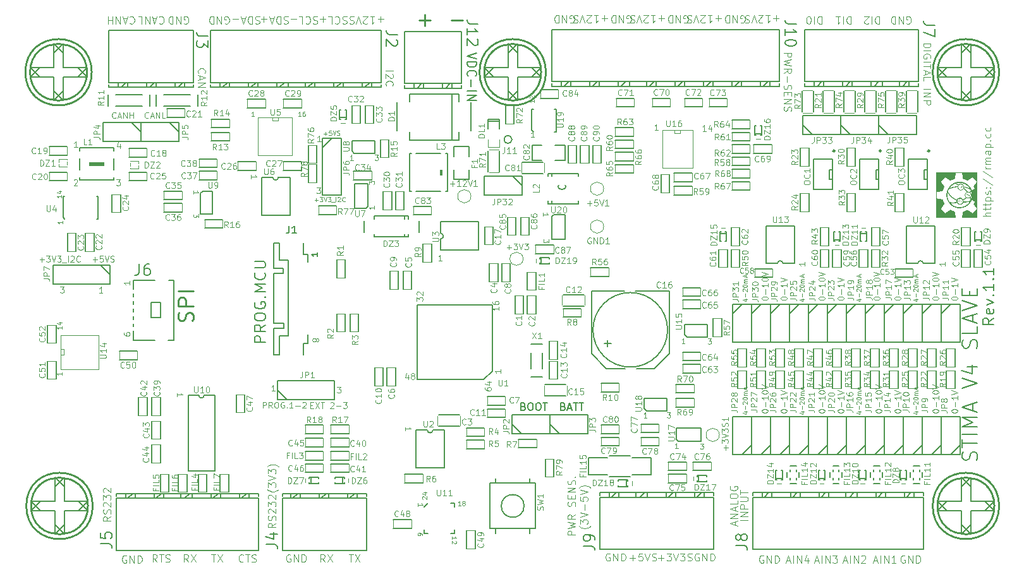
<source format=gbr>
%TF.GenerationSoftware,KiCad,Pcbnew,7.0.8*%
%TF.CreationDate,2024-06-23T22:33:46+02:00*%
%TF.ProjectId,Stima V4 Slave R1_1,5374696d-6120-4563-9420-536c61766520,rev?*%
%TF.SameCoordinates,Original*%
%TF.FileFunction,Legend,Top*%
%TF.FilePolarity,Positive*%
%FSLAX46Y46*%
G04 Gerber Fmt 4.6, Leading zero omitted, Abs format (unit mm)*
G04 Created by KiCad (PCBNEW 7.0.8) date 2024-06-23 22:33:46*
%MOMM*%
%LPD*%
G01*
G04 APERTURE LIST*
%ADD10C,0.100000*%
%ADD11C,0.000000*%
%ADD12C,0.150000*%
%ADD13C,0.250000*%
%ADD14C,0.200000*%
%ADD15C,0.080000*%
%ADD16C,0.120000*%
%ADD17C,0.254000*%
G04 APERTURE END LIST*
D10*
X184427995Y-106264713D02*
X184427995Y-106188523D01*
X184427995Y-106188523D02*
X184466090Y-106112332D01*
X184466090Y-106112332D02*
X184504185Y-106074237D01*
X184504185Y-106074237D02*
X184580376Y-106036142D01*
X184580376Y-106036142D02*
X184732757Y-105998047D01*
X184732757Y-105998047D02*
X184923233Y-105998047D01*
X184923233Y-105998047D02*
X185075614Y-106036142D01*
X185075614Y-106036142D02*
X185151804Y-106074237D01*
X185151804Y-106074237D02*
X185189900Y-106112332D01*
X185189900Y-106112332D02*
X185227995Y-106188523D01*
X185227995Y-106188523D02*
X185227995Y-106264713D01*
X185227995Y-106264713D02*
X185189900Y-106340904D01*
X185189900Y-106340904D02*
X185151804Y-106378999D01*
X185151804Y-106378999D02*
X185075614Y-106417094D01*
X185075614Y-106417094D02*
X184923233Y-106455190D01*
X184923233Y-106455190D02*
X184732757Y-106455190D01*
X184732757Y-106455190D02*
X184580376Y-106417094D01*
X184580376Y-106417094D02*
X184504185Y-106378999D01*
X184504185Y-106378999D02*
X184466090Y-106340904D01*
X184466090Y-106340904D02*
X184427995Y-106264713D01*
X184923233Y-105655189D02*
X184923233Y-105045666D01*
X185227995Y-104245666D02*
X185227995Y-104702809D01*
X185227995Y-104474237D02*
X184427995Y-104474237D01*
X184427995Y-104474237D02*
X184542280Y-104550428D01*
X184542280Y-104550428D02*
X184618471Y-104626618D01*
X184618471Y-104626618D02*
X184656566Y-104702809D01*
X184427995Y-104017094D02*
X185227995Y-103750427D01*
X185227995Y-103750427D02*
X184427995Y-103483761D01*
D11*
G36*
X208634050Y-91114180D02*
G01*
X208644690Y-91114180D01*
X208644690Y-91117720D01*
X208651790Y-91117720D01*
X208651790Y-91121270D01*
X208655340Y-91121270D01*
X208655340Y-91124820D01*
X208662440Y-91124820D01*
X208662440Y-91128370D01*
X208665980Y-91128370D01*
X208665980Y-91131920D01*
X208669530Y-91131920D01*
X208669530Y-91135470D01*
X208673080Y-91135470D01*
X208673080Y-91139010D01*
X208676630Y-91139010D01*
X208676630Y-91142560D01*
X208680170Y-91142560D01*
X208680170Y-91149660D01*
X208683720Y-91149660D01*
X208683720Y-91153210D01*
X208687270Y-91153210D01*
X208687270Y-91163850D01*
X208690820Y-91163850D01*
X208690820Y-91174500D01*
X208694370Y-91174500D01*
X208694370Y-91217080D01*
X208690820Y-91217080D01*
X208690820Y-91227720D01*
X208687270Y-91227720D01*
X208687270Y-91234820D01*
X208683720Y-91234820D01*
X208683720Y-91241920D01*
X208680170Y-91241920D01*
X208680170Y-91245460D01*
X208676630Y-91245460D01*
X208676630Y-91252560D01*
X208673080Y-91252560D01*
X208673080Y-91256110D01*
X208669530Y-91256110D01*
X208669530Y-91259660D01*
X208665980Y-91259660D01*
X208665980Y-91312880D01*
X208662440Y-91312880D01*
X208662440Y-91327070D01*
X208658890Y-91327070D01*
X208658890Y-91337720D01*
X208655340Y-91337720D01*
X208655340Y-91344820D01*
X208651790Y-91344820D01*
X208651790Y-91351910D01*
X208648240Y-91351910D01*
X208648240Y-91355460D01*
X208644690Y-91355460D01*
X208644690Y-91362560D01*
X208641150Y-91362560D01*
X208641150Y-91366110D01*
X208637600Y-91366110D01*
X208637600Y-91369650D01*
X208634050Y-91369650D01*
X208634050Y-91373200D01*
X208630500Y-91373200D01*
X208630500Y-91376750D01*
X208626950Y-91376750D01*
X208626950Y-91380300D01*
X208623400Y-91380300D01*
X208623400Y-91383850D01*
X208619860Y-91383850D01*
X208619860Y-91387400D01*
X208612760Y-91387400D01*
X208612760Y-91390940D01*
X208609210Y-91390940D01*
X208609210Y-91394490D01*
X208602110Y-91394490D01*
X208602110Y-91398040D01*
X208591470Y-91398040D01*
X208591470Y-91401590D01*
X208587920Y-91401590D01*
X208587920Y-91405140D01*
X208584370Y-91405140D01*
X208584370Y-91415780D01*
X208580820Y-91415780D01*
X208580820Y-91426430D01*
X208577270Y-91426430D01*
X208577270Y-91433530D01*
X208573730Y-91433530D01*
X208573730Y-91440620D01*
X208570180Y-91440620D01*
X208570180Y-91444170D01*
X208566630Y-91444170D01*
X208566630Y-91447720D01*
X208563080Y-91447720D01*
X208563080Y-91451260D01*
X208559530Y-91451260D01*
X208559530Y-91454810D01*
X208555980Y-91454810D01*
X208555980Y-91458360D01*
X208552440Y-91458360D01*
X208552440Y-91461910D01*
X208548890Y-91461910D01*
X208548890Y-91465460D01*
X208541790Y-91465460D01*
X208541790Y-91469010D01*
X208534700Y-91469010D01*
X208534700Y-91472550D01*
X208524050Y-91472550D01*
X208524050Y-91476100D01*
X208474370Y-91476100D01*
X208474370Y-91472550D01*
X208467280Y-91472550D01*
X208467280Y-91469010D01*
X208460180Y-91469010D01*
X208460180Y-91465460D01*
X208453080Y-91465460D01*
X208453080Y-91461910D01*
X208449540Y-91461910D01*
X208449540Y-91458360D01*
X208442440Y-91458360D01*
X208442440Y-91454810D01*
X208438890Y-91454810D01*
X208438890Y-91451260D01*
X208435340Y-91451260D01*
X208435340Y-91447720D01*
X208431790Y-91447720D01*
X208431790Y-91440620D01*
X208428250Y-91440620D01*
X208428250Y-91433530D01*
X208424700Y-91433530D01*
X208424700Y-91426430D01*
X208421150Y-91426430D01*
X208421150Y-91419330D01*
X208417600Y-91419330D01*
X208417600Y-91408690D01*
X208435340Y-91408690D01*
X208438890Y-91408690D01*
X208438890Y-91419330D01*
X208442440Y-91419330D01*
X208442440Y-91426430D01*
X208445990Y-91426430D01*
X208445990Y-91429980D01*
X208449540Y-91429980D01*
X208449540Y-91433520D01*
X208453080Y-91433520D01*
X208453080Y-91437070D01*
X208456630Y-91437070D01*
X208456630Y-91440620D01*
X208460180Y-91440620D01*
X208460180Y-91444170D01*
X208463730Y-91444170D01*
X208463730Y-91447720D01*
X208467280Y-91447720D01*
X208467280Y-91451270D01*
X208474370Y-91451270D01*
X208474370Y-91454810D01*
X208488570Y-91454810D01*
X208488570Y-91458360D01*
X208513410Y-91458360D01*
X208513410Y-91454810D01*
X208524050Y-91454810D01*
X208524050Y-91451270D01*
X208531150Y-91451270D01*
X208531150Y-91447720D01*
X208538240Y-91447720D01*
X208538240Y-91444170D01*
X208541790Y-91444170D01*
X208541790Y-91440620D01*
X208545340Y-91440620D01*
X208545340Y-91437070D01*
X208548890Y-91437070D01*
X208548890Y-91433520D01*
X208552440Y-91433520D01*
X208552440Y-91429980D01*
X208555990Y-91429980D01*
X208555990Y-91422880D01*
X208559530Y-91422880D01*
X208559530Y-91415780D01*
X208563080Y-91415780D01*
X208563080Y-91405140D01*
X208566630Y-91405140D01*
X208566630Y-91387400D01*
X208573730Y-91387400D01*
X208573730Y-91383850D01*
X208584370Y-91383850D01*
X208584370Y-91380300D01*
X208591470Y-91380300D01*
X208591470Y-91376750D01*
X208598560Y-91376750D01*
X208598560Y-91373200D01*
X208602110Y-91373200D01*
X208602110Y-91369650D01*
X208609210Y-91369650D01*
X208609210Y-91366110D01*
X208612760Y-91366110D01*
X208612760Y-91362560D01*
X208616310Y-91362560D01*
X208616310Y-91359010D01*
X208619850Y-91359010D01*
X208619850Y-91355460D01*
X208623400Y-91355460D01*
X208623400Y-91351910D01*
X208626950Y-91351910D01*
X208626950Y-91344820D01*
X208630500Y-91344820D01*
X208630500Y-91341270D01*
X208634050Y-91341270D01*
X208634050Y-91334170D01*
X208637600Y-91334170D01*
X208637600Y-91327070D01*
X208641140Y-91327070D01*
X208641140Y-91316430D01*
X208644690Y-91316430D01*
X208644690Y-91298690D01*
X208648240Y-91298690D01*
X208648240Y-91277400D01*
X208644690Y-91277400D01*
X208644690Y-91259660D01*
X208641140Y-91259660D01*
X208641140Y-91249010D01*
X208648240Y-91249010D01*
X208648240Y-91245460D01*
X208651790Y-91245460D01*
X208651790Y-91241910D01*
X208655340Y-91241910D01*
X208655340Y-91238370D01*
X208658890Y-91238370D01*
X208658890Y-91234820D01*
X208662430Y-91234820D01*
X208662430Y-91231270D01*
X208665980Y-91231270D01*
X208665980Y-91224170D01*
X208669530Y-91224170D01*
X208669530Y-91217080D01*
X208673080Y-91217080D01*
X208673080Y-91206430D01*
X208676630Y-91206430D01*
X208676630Y-91185140D01*
X208673080Y-91185140D01*
X208673080Y-91170950D01*
X208669530Y-91170950D01*
X208669530Y-91163850D01*
X208665980Y-91163850D01*
X208665980Y-91156760D01*
X208662430Y-91156760D01*
X208662430Y-91153210D01*
X208658890Y-91153210D01*
X208658890Y-91149660D01*
X208655340Y-91149660D01*
X208655340Y-91146110D01*
X208651790Y-91146110D01*
X208651790Y-91142560D01*
X208648240Y-91142560D01*
X208648240Y-91139010D01*
X208641140Y-91139010D01*
X208641140Y-91135470D01*
X208634050Y-91135470D01*
X208634050Y-91131920D01*
X208619850Y-91131920D01*
X208619850Y-91128370D01*
X208598560Y-91128370D01*
X208598560Y-91131920D01*
X208587920Y-91131920D01*
X208587920Y-91135470D01*
X208580820Y-91135470D01*
X208580820Y-91139010D01*
X208573730Y-91139010D01*
X208573730Y-91142560D01*
X208570180Y-91142560D01*
X208570180Y-91146110D01*
X208566630Y-91146110D01*
X208566630Y-91149660D01*
X208563080Y-91149660D01*
X208563080Y-91153210D01*
X208559530Y-91153210D01*
X208559530Y-91156760D01*
X208555990Y-91156760D01*
X208555990Y-91160300D01*
X208552440Y-91160300D01*
X208552440Y-91167400D01*
X208548890Y-91167400D01*
X208548890Y-91178050D01*
X208545340Y-91178050D01*
X208545340Y-91185140D01*
X208524050Y-91185140D01*
X208524050Y-91188690D01*
X208509860Y-91188690D01*
X208509860Y-91192240D01*
X208502760Y-91192240D01*
X208502760Y-91195790D01*
X208495660Y-91195790D01*
X208495660Y-91199340D01*
X208488570Y-91199340D01*
X208488570Y-91202880D01*
X208485020Y-91202880D01*
X208485020Y-91206430D01*
X208477920Y-91206430D01*
X208477920Y-91209980D01*
X208474370Y-91209980D01*
X208474370Y-91213530D01*
X208470830Y-91213530D01*
X208470830Y-91217080D01*
X208467280Y-91217080D01*
X208467280Y-91220630D01*
X208463730Y-91220630D01*
X208463730Y-91224170D01*
X208460180Y-91224170D01*
X208460180Y-91231270D01*
X208456630Y-91231270D01*
X208456630Y-91234820D01*
X208453080Y-91234820D01*
X208453080Y-91241910D01*
X208449540Y-91241910D01*
X208449540Y-91252560D01*
X208445990Y-91252560D01*
X208445990Y-91263200D01*
X208442440Y-91263200D01*
X208442440Y-91309330D01*
X208445990Y-91309330D01*
X208445990Y-91323530D01*
X208449540Y-91323530D01*
X208449540Y-91330620D01*
X208453080Y-91330620D01*
X208453080Y-91337720D01*
X208456630Y-91337720D01*
X208456630Y-91348360D01*
X208453080Y-91348360D01*
X208453080Y-91351910D01*
X208449540Y-91351910D01*
X208449540Y-91355460D01*
X208445990Y-91355460D01*
X208445990Y-91359010D01*
X208442440Y-91359010D01*
X208442440Y-91366110D01*
X208438890Y-91366110D01*
X208438890Y-91376750D01*
X208435340Y-91376750D01*
X208435340Y-91408690D01*
X208417600Y-91408690D01*
X208417600Y-91401590D01*
X208414050Y-91401590D01*
X208414050Y-91383850D01*
X208417600Y-91383850D01*
X208417600Y-91366110D01*
X208421150Y-91366110D01*
X208421150Y-91359010D01*
X208424700Y-91359010D01*
X208424700Y-91348360D01*
X208428250Y-91348360D01*
X208428250Y-91344820D01*
X208431790Y-91344820D01*
X208431790Y-91330620D01*
X208428250Y-91330620D01*
X208428250Y-91319980D01*
X208424700Y-91319980D01*
X208424700Y-91305780D01*
X208421150Y-91305780D01*
X208421150Y-91266750D01*
X208424700Y-91266750D01*
X208424700Y-91252560D01*
X208428250Y-91252560D01*
X208428250Y-91241920D01*
X208431790Y-91241920D01*
X208431790Y-91234820D01*
X208435340Y-91234820D01*
X208435340Y-91227720D01*
X208438890Y-91227720D01*
X208438890Y-91220620D01*
X208442440Y-91220620D01*
X208442440Y-91217080D01*
X208445990Y-91217080D01*
X208445990Y-91209980D01*
X208449540Y-91209980D01*
X208449540Y-91206430D01*
X208453080Y-91206430D01*
X208453080Y-91202880D01*
X208456630Y-91202880D01*
X208456630Y-91199330D01*
X208460180Y-91199330D01*
X208460180Y-91195790D01*
X208463730Y-91195790D01*
X208463730Y-91192240D01*
X208467280Y-91192240D01*
X208467280Y-91188690D01*
X208474370Y-91188690D01*
X208474370Y-91185140D01*
X208477920Y-91185140D01*
X208477920Y-91181590D01*
X208485020Y-91181590D01*
X208485020Y-91178040D01*
X208492120Y-91178040D01*
X208492120Y-91174500D01*
X208499210Y-91174500D01*
X208499210Y-91170950D01*
X208509860Y-91170950D01*
X208509860Y-91167400D01*
X208527600Y-91167400D01*
X208527600Y-91163850D01*
X208531150Y-91163850D01*
X208531150Y-91156760D01*
X208534700Y-91156760D01*
X208534700Y-91149660D01*
X208538240Y-91149660D01*
X208538240Y-91146110D01*
X208541790Y-91146110D01*
X208541790Y-91142560D01*
X208545340Y-91142560D01*
X208545340Y-91135470D01*
X208548890Y-91135470D01*
X208548890Y-91131920D01*
X208552440Y-91131920D01*
X208552440Y-91128370D01*
X208559530Y-91128370D01*
X208559530Y-91124820D01*
X208563080Y-91124820D01*
X208563080Y-91121270D01*
X208570180Y-91121270D01*
X208570180Y-91117720D01*
X208577270Y-91117720D01*
X208577270Y-91114180D01*
X208587920Y-91114180D01*
X208587920Y-91110630D01*
X208634050Y-91110630D01*
X208634050Y-91114180D01*
G37*
G36*
X208460180Y-91518680D02*
G01*
X208463730Y-91518680D01*
X208463730Y-91529330D01*
X208467280Y-91529330D01*
X208467280Y-91543520D01*
X208470830Y-91543520D01*
X208470830Y-91557720D01*
X208467280Y-91557720D01*
X208467280Y-91561260D01*
X208460180Y-91561260D01*
X208460180Y-91564810D01*
X208456630Y-91564810D01*
X208456630Y-91561260D01*
X208449540Y-91561260D01*
X208449540Y-91550620D01*
X208445990Y-91550620D01*
X208445990Y-91539970D01*
X208442440Y-91539970D01*
X208442440Y-91515140D01*
X208449540Y-91515140D01*
X208453080Y-91515140D01*
X208460180Y-91515140D01*
X208460180Y-91518680D01*
G37*
G36*
X208350180Y-91504490D02*
G01*
X208353730Y-91504490D01*
X208353730Y-91522230D01*
X208350180Y-91522230D01*
X208350180Y-91529330D01*
X208346630Y-91529330D01*
X208346630Y-91532880D01*
X208343090Y-91532880D01*
X208343090Y-91539970D01*
X208339540Y-91539970D01*
X208339540Y-91547070D01*
X208335990Y-91547070D01*
X208321800Y-91547070D01*
X208321800Y-91543520D01*
X208318250Y-91543520D01*
X208318250Y-91529330D01*
X208321800Y-91529330D01*
X208321800Y-91525780D01*
X208325340Y-91525780D01*
X208325340Y-91518680D01*
X208328890Y-91518680D01*
X208328890Y-91511590D01*
X208332440Y-91511590D01*
X208332440Y-91504490D01*
X208335990Y-91504490D01*
X208335990Y-91500940D01*
X208350180Y-91500940D01*
X208350180Y-91504490D01*
G37*
G36*
X208683720Y-91426430D02*
G01*
X208687270Y-91426430D01*
X208687270Y-91429980D01*
X208690820Y-91429980D01*
X208690820Y-91433530D01*
X208694370Y-91433530D01*
X208694370Y-91451260D01*
X208690820Y-91451260D01*
X208690820Y-91458360D01*
X208687270Y-91458360D01*
X208687270Y-91461910D01*
X208683720Y-91461910D01*
X208683720Y-91465460D01*
X208662440Y-91465460D01*
X208662440Y-91461910D01*
X208655340Y-91461910D01*
X208655340Y-91458360D01*
X208651790Y-91458360D01*
X208651790Y-91454810D01*
X208644690Y-91454810D01*
X208644690Y-91451260D01*
X208641150Y-91451260D01*
X208641150Y-91447720D01*
X208634050Y-91447720D01*
X208634050Y-91444170D01*
X208630500Y-91444170D01*
X208630500Y-91440620D01*
X208626950Y-91440620D01*
X208626950Y-91437070D01*
X208634050Y-91437070D01*
X208634050Y-91433530D01*
X208641150Y-91433530D01*
X208641150Y-91429980D01*
X208648240Y-91429980D01*
X208648240Y-91426430D01*
X208658890Y-91426430D01*
X208658890Y-91422880D01*
X208683720Y-91422880D01*
X208683720Y-91426430D01*
G37*
G36*
X209325970Y-92238990D02*
G01*
X209336620Y-92238990D01*
X209336620Y-92242540D01*
X209340160Y-92242540D01*
X209340160Y-92246090D01*
X209347260Y-92246090D01*
X209347260Y-92249630D01*
X209354350Y-92249630D01*
X209354350Y-92253180D01*
X209357900Y-92253180D01*
X209357900Y-92256730D01*
X209365000Y-92256730D01*
X209365000Y-92260280D01*
X209368550Y-92260280D01*
X209368550Y-92263830D01*
X209375640Y-92263830D01*
X209375640Y-92267380D01*
X209379190Y-92267380D01*
X209379190Y-92270920D01*
X209386290Y-92270920D01*
X209386290Y-92274470D01*
X209393390Y-92274470D01*
X209393390Y-92278020D01*
X209396940Y-92278020D01*
X209396940Y-92281570D01*
X209404030Y-92281570D01*
X209404030Y-92285120D01*
X209407580Y-92285120D01*
X209407580Y-92288670D01*
X209414680Y-92288670D01*
X209414680Y-92292220D01*
X209418230Y-92292220D01*
X209418230Y-92295760D01*
X209425320Y-92295760D01*
X209425320Y-92299310D01*
X209432420Y-92299310D01*
X209432420Y-92302860D01*
X209435970Y-92302860D01*
X209435970Y-92306410D01*
X209443060Y-92306410D01*
X209443060Y-92309960D01*
X209446610Y-92309960D01*
X209446610Y-92313510D01*
X209453710Y-92313510D01*
X209453710Y-92317050D01*
X209460810Y-92317050D01*
X209460810Y-92320600D01*
X209464350Y-92320600D01*
X209464350Y-92324150D01*
X209471450Y-92324150D01*
X209471450Y-92327700D01*
X209475000Y-92327700D01*
X209475000Y-92331250D01*
X209482090Y-92331250D01*
X209482090Y-92334800D01*
X209485640Y-92334800D01*
X209485640Y-92338340D01*
X209492740Y-92338340D01*
X209492740Y-92341890D01*
X209499840Y-92341890D01*
X209499840Y-92345440D01*
X209503380Y-92345440D01*
X209503380Y-92348990D01*
X209510480Y-92348990D01*
X209510480Y-92352540D01*
X209514030Y-92352540D01*
X209514030Y-92356090D01*
X209521130Y-92356090D01*
X209521130Y-92359630D01*
X209528220Y-92359630D01*
X209528220Y-92363180D01*
X209531770Y-92363180D01*
X209531770Y-92366730D01*
X209538870Y-92366730D01*
X209538870Y-92370280D01*
X209542420Y-92370280D01*
X209542420Y-92373830D01*
X209549510Y-92373830D01*
X209549510Y-92377370D01*
X209553060Y-92377370D01*
X209553060Y-92380920D01*
X209560160Y-92380920D01*
X209560160Y-92384470D01*
X209567250Y-92384470D01*
X209567250Y-92388020D01*
X209570800Y-92388020D01*
X209570800Y-92391570D01*
X209577900Y-92391570D01*
X209577900Y-92395120D01*
X209581450Y-92395120D01*
X209581450Y-92398660D01*
X209588550Y-92398660D01*
X209588550Y-92402210D01*
X209595640Y-92402210D01*
X209595640Y-92405760D01*
X209599190Y-92405760D01*
X209599190Y-92409310D01*
X209606280Y-92409310D01*
X209606280Y-92412860D01*
X209609830Y-92412860D01*
X209609830Y-92416410D01*
X209616930Y-92416410D01*
X209616930Y-92419950D01*
X209620480Y-92419950D01*
X209620480Y-92423500D01*
X209627570Y-92423500D01*
X209627570Y-92427050D01*
X209634670Y-92427050D01*
X209634670Y-92423500D01*
X209645320Y-92423500D01*
X209645320Y-92419950D01*
X209684350Y-92419950D01*
X209684350Y-92423500D01*
X209694990Y-92423500D01*
X209694990Y-92427050D01*
X209702090Y-92427050D01*
X209702090Y-92430600D01*
X209709190Y-92430600D01*
X209709190Y-92434150D01*
X209712740Y-92434150D01*
X209712740Y-92437700D01*
X209716280Y-92437700D01*
X209716280Y-92441240D01*
X209719830Y-92441240D01*
X209719830Y-92444790D01*
X209723380Y-92444790D01*
X209723380Y-92448340D01*
X209726930Y-92448340D01*
X209726930Y-92451890D01*
X209730480Y-92451890D01*
X209730480Y-92458990D01*
X209734030Y-92458990D01*
X209734030Y-92462530D01*
X209737570Y-92462530D01*
X209737570Y-92473180D01*
X209741120Y-92473180D01*
X209741120Y-92519310D01*
X209737570Y-92519310D01*
X209737570Y-92526400D01*
X209734030Y-92526400D01*
X209734030Y-92533500D01*
X209730480Y-92533500D01*
X209730480Y-92540600D01*
X209726930Y-92540600D01*
X209726930Y-92544150D01*
X209723380Y-92544150D01*
X209723380Y-92551240D01*
X209716280Y-92551240D01*
X209716280Y-92554790D01*
X209712740Y-92554790D01*
X209712740Y-92558340D01*
X209709190Y-92558340D01*
X209709190Y-92561890D01*
X209702090Y-92561890D01*
X209702090Y-92565440D01*
X209694990Y-92565440D01*
X209694990Y-92568980D01*
X209687900Y-92568980D01*
X209687900Y-92572530D01*
X209645320Y-92572530D01*
X209645320Y-92568980D01*
X209634670Y-92568980D01*
X209634670Y-92565440D01*
X209627570Y-92565440D01*
X209627570Y-92561890D01*
X209620480Y-92561890D01*
X209620480Y-92558340D01*
X209616930Y-92558340D01*
X209616930Y-92554790D01*
X209613380Y-92554790D01*
X209613380Y-92551240D01*
X209609830Y-92551240D01*
X209609830Y-92547690D01*
X209606280Y-92547690D01*
X209606280Y-92544150D01*
X209602740Y-92544150D01*
X209602740Y-92540600D01*
X209599190Y-92540600D01*
X209599190Y-92533500D01*
X209595640Y-92533500D01*
X209595640Y-92526400D01*
X209592090Y-92526400D01*
X209592090Y-92515760D01*
X209588550Y-92515760D01*
X209588550Y-92494470D01*
X209585000Y-92494470D01*
X209585000Y-92490920D01*
X209577900Y-92490920D01*
X209577900Y-92487370D01*
X209574350Y-92487370D01*
X209574350Y-92483830D01*
X209567250Y-92483830D01*
X209567250Y-92480280D01*
X209563710Y-92480280D01*
X209563710Y-92476730D01*
X209556610Y-92476730D01*
X209556610Y-92473180D01*
X209549510Y-92473180D01*
X209549510Y-92469630D01*
X209545960Y-92469630D01*
X209545960Y-92466080D01*
X209538870Y-92466080D01*
X209538870Y-92462530D01*
X209535320Y-92462530D01*
X209535320Y-92458990D01*
X209528220Y-92458990D01*
X209528220Y-92455440D01*
X209521130Y-92455440D01*
X209521130Y-92451890D01*
X209517580Y-92451890D01*
X209517580Y-92448340D01*
X209510480Y-92448340D01*
X209510480Y-92444790D01*
X209506930Y-92444790D01*
X209506930Y-92441240D01*
X209499840Y-92441240D01*
X209499840Y-92437700D01*
X209496290Y-92437700D01*
X209496290Y-92434150D01*
X209489190Y-92434150D01*
X209489190Y-92430600D01*
X209482090Y-92430600D01*
X209482090Y-92427050D01*
X209478550Y-92427050D01*
X209478550Y-92423500D01*
X209471450Y-92423500D01*
X209471450Y-92419950D01*
X209467900Y-92419950D01*
X209467900Y-92416410D01*
X209460810Y-92416410D01*
X209460810Y-92412860D01*
X209457260Y-92412860D01*
X209457260Y-92409310D01*
X209450160Y-92409310D01*
X209450160Y-92405760D01*
X209443060Y-92405760D01*
X209443060Y-92402210D01*
X209439520Y-92402210D01*
X209439520Y-92398660D01*
X209432420Y-92398660D01*
X209432420Y-92395120D01*
X209428870Y-92395120D01*
X209428870Y-92391570D01*
X209421770Y-92391570D01*
X209421770Y-92388020D01*
X209414680Y-92388020D01*
X209414680Y-92384470D01*
X209411130Y-92384470D01*
X209411130Y-92380920D01*
X209404030Y-92380920D01*
X209404030Y-92377370D01*
X209400480Y-92377370D01*
X209400480Y-92373830D01*
X209393390Y-92373830D01*
X209393390Y-92370280D01*
X209389840Y-92370280D01*
X209389840Y-92366730D01*
X209382740Y-92366730D01*
X209382740Y-92363180D01*
X209375640Y-92363180D01*
X209375640Y-92359630D01*
X209372100Y-92359630D01*
X209372100Y-92356090D01*
X209365000Y-92356090D01*
X209365000Y-92352540D01*
X209361450Y-92352540D01*
X209361450Y-92348990D01*
X209354350Y-92348990D01*
X209354350Y-92345440D01*
X209350810Y-92345440D01*
X209350810Y-92341890D01*
X209343710Y-92341890D01*
X209343710Y-92338340D01*
X209336620Y-92338340D01*
X209336620Y-92334800D01*
X209333070Y-92334800D01*
X209333070Y-92331250D01*
X209325970Y-92331250D01*
X209325970Y-92327700D01*
X209322420Y-92327700D01*
X209322420Y-92324150D01*
X209315320Y-92324150D01*
X209315320Y-92320600D01*
X209308230Y-92320600D01*
X209308230Y-92317050D01*
X209304680Y-92317050D01*
X209304680Y-92313510D01*
X209297580Y-92313510D01*
X209297580Y-92309960D01*
X209294030Y-92309960D01*
X209294030Y-92306410D01*
X209290490Y-92306410D01*
X209290490Y-92302860D01*
X209286940Y-92302860D01*
X209286940Y-92299310D01*
X209283390Y-92299310D01*
X209283390Y-92295760D01*
X209279840Y-92295760D01*
X209279840Y-92292220D01*
X209276290Y-92292220D01*
X209276290Y-92281570D01*
X209272740Y-92281570D01*
X209272740Y-92263830D01*
X209276290Y-92263830D01*
X209276290Y-92253180D01*
X209279840Y-92253180D01*
X209279840Y-92249630D01*
X209283390Y-92249630D01*
X209283390Y-92246090D01*
X209286940Y-92246090D01*
X209286940Y-92242540D01*
X209290490Y-92242540D01*
X209290490Y-92238990D01*
X209297580Y-92238990D01*
X209297580Y-92235440D01*
X209325970Y-92235440D01*
X209325970Y-92238990D01*
G37*
G36*
X208318250Y-92948650D02*
G01*
X208328890Y-92948650D01*
X208328890Y-92952200D01*
X208335990Y-92952200D01*
X208335990Y-92955750D01*
X208343090Y-92955750D01*
X208343090Y-92959300D01*
X208346630Y-92959300D01*
X208346630Y-92962850D01*
X208353730Y-92962850D01*
X208353730Y-92966390D01*
X208357280Y-92966390D01*
X208357280Y-92973490D01*
X208360830Y-92973490D01*
X208360830Y-92977040D01*
X208364380Y-92977040D01*
X208364380Y-92980590D01*
X208367930Y-92980590D01*
X208367930Y-92991230D01*
X208371470Y-92991230D01*
X208371470Y-93001880D01*
X208375020Y-93001880D01*
X208375020Y-93012520D01*
X208378570Y-93012520D01*
X208378570Y-93026720D01*
X208382120Y-93026720D01*
X208382120Y-93037360D01*
X208385670Y-93037360D01*
X208385670Y-93051550D01*
X208389220Y-93051550D01*
X208389220Y-93062200D01*
X208392760Y-93062200D01*
X208392760Y-93076390D01*
X208396310Y-93076390D01*
X208396310Y-93087040D01*
X208399860Y-93087040D01*
X208399860Y-93101230D01*
X208403410Y-93101230D01*
X208403410Y-93111880D01*
X208406960Y-93111880D01*
X208406960Y-93126070D01*
X208410510Y-93126070D01*
X208410510Y-93136710D01*
X208414050Y-93136710D01*
X208414050Y-93150910D01*
X208417600Y-93150910D01*
X208417600Y-93161550D01*
X208421150Y-93161550D01*
X208421150Y-93175740D01*
X208424700Y-93175740D01*
X208424700Y-93186390D01*
X208428250Y-93186390D01*
X208428250Y-93200580D01*
X208431790Y-93200580D01*
X208431790Y-93211230D01*
X208435340Y-93211230D01*
X208435340Y-93225420D01*
X208438890Y-93225420D01*
X208438890Y-93239610D01*
X208442440Y-93239610D01*
X208442440Y-93250260D01*
X208445990Y-93250260D01*
X208445990Y-93264450D01*
X208449540Y-93264450D01*
X208449540Y-93275100D01*
X208453080Y-93275100D01*
X208453080Y-93289290D01*
X208456630Y-93289290D01*
X208456630Y-93299930D01*
X208460180Y-93299930D01*
X208460180Y-93314130D01*
X208463730Y-93314130D01*
X208463730Y-93324770D01*
X208467280Y-93324770D01*
X208467280Y-93338970D01*
X208470830Y-93338970D01*
X208470830Y-93349610D01*
X208474370Y-93349610D01*
X208474370Y-93363810D01*
X208477920Y-93363810D01*
X208477920Y-93374450D01*
X208481470Y-93374450D01*
X208481470Y-93388640D01*
X208485020Y-93388640D01*
X208485020Y-93399290D01*
X208488570Y-93399290D01*
X208488570Y-93413480D01*
X208492120Y-93413480D01*
X208492120Y-93424130D01*
X208495660Y-93424130D01*
X208495660Y-93438320D01*
X208499210Y-93438320D01*
X208499210Y-93448960D01*
X208502760Y-93448960D01*
X208502760Y-93463160D01*
X208506310Y-93463160D01*
X208506310Y-93477350D01*
X208502760Y-93477350D01*
X208502760Y-93480900D01*
X208488570Y-93480900D01*
X208488570Y-93477350D01*
X208485020Y-93477350D01*
X208485020Y-93466710D01*
X208481470Y-93466710D01*
X208481470Y-93452510D01*
X208477920Y-93452510D01*
X208477920Y-93441870D01*
X208474370Y-93441870D01*
X208474370Y-93427670D01*
X208470830Y-93427670D01*
X208470830Y-93417030D01*
X208467280Y-93417030D01*
X208467280Y-93402840D01*
X208463730Y-93402840D01*
X208463730Y-93392190D01*
X208460180Y-93392190D01*
X208460180Y-93378000D01*
X208456630Y-93378000D01*
X208456630Y-93374450D01*
X208456630Y-93370900D01*
X208456630Y-93367350D01*
X208453080Y-93367350D01*
X208453080Y-93353160D01*
X208449540Y-93353160D01*
X208449540Y-93342520D01*
X208445990Y-93342520D01*
X208445990Y-93328320D01*
X208442440Y-93328320D01*
X208442440Y-93317680D01*
X208438890Y-93317680D01*
X208438890Y-93303480D01*
X208435340Y-93303480D01*
X208435340Y-93289290D01*
X208431790Y-93289290D01*
X208431790Y-93278650D01*
X208428250Y-93278650D01*
X208428250Y-93264450D01*
X208424700Y-93264450D01*
X208424700Y-93253810D01*
X208421150Y-93253810D01*
X208421150Y-93239610D01*
X208417600Y-93239610D01*
X208417600Y-93228970D01*
X208414050Y-93228970D01*
X208414050Y-93214780D01*
X208410510Y-93214780D01*
X208410510Y-93204130D01*
X208406960Y-93204130D01*
X208406960Y-93189940D01*
X208403410Y-93189940D01*
X208403410Y-93179290D01*
X208399860Y-93179290D01*
X208399860Y-93165100D01*
X208396310Y-93165100D01*
X208396310Y-93154460D01*
X208392760Y-93154460D01*
X208392760Y-93140260D01*
X208389220Y-93140260D01*
X208389220Y-93129620D01*
X208385670Y-93129620D01*
X208385670Y-93115420D01*
X208382120Y-93115420D01*
X208382120Y-93104780D01*
X208378570Y-93104780D01*
X208378570Y-93090590D01*
X208375020Y-93090590D01*
X208375020Y-93079940D01*
X208371470Y-93079940D01*
X208371470Y-93065750D01*
X208367930Y-93065750D01*
X208367930Y-93051550D01*
X208364380Y-93051550D01*
X208364380Y-93040910D01*
X208360830Y-93040910D01*
X208360830Y-93026720D01*
X208357280Y-93026720D01*
X208357280Y-93016070D01*
X208353730Y-93016070D01*
X208353730Y-93001880D01*
X208350180Y-93001880D01*
X208350180Y-92994780D01*
X208346630Y-92994780D01*
X208346630Y-92987680D01*
X208343090Y-92987680D01*
X208343090Y-92984140D01*
X208339540Y-92984140D01*
X208339540Y-92980590D01*
X208335990Y-92980590D01*
X208335990Y-92977040D01*
X208332440Y-92977040D01*
X208332440Y-92973490D01*
X208325340Y-92973490D01*
X208325340Y-92969940D01*
X208314700Y-92969940D01*
X208314700Y-92966390D01*
X208293410Y-92966390D01*
X208293410Y-92969940D01*
X208282760Y-92969940D01*
X208282760Y-92973490D01*
X208275670Y-92973490D01*
X208275670Y-92977040D01*
X208272120Y-92977040D01*
X208272120Y-92980590D01*
X208268570Y-92980590D01*
X208268570Y-92984140D01*
X208265020Y-92984140D01*
X208265020Y-92987680D01*
X208261480Y-92987680D01*
X208261480Y-92994780D01*
X208257930Y-92994780D01*
X208257930Y-93001880D01*
X208254380Y-93001880D01*
X208254380Y-93030260D01*
X208257930Y-93030260D01*
X208257930Y-93040910D01*
X208261480Y-93040910D01*
X208261480Y-93044460D01*
X208265020Y-93044460D01*
X208265020Y-93051550D01*
X208268570Y-93051550D01*
X208268570Y-93055100D01*
X208275670Y-93055100D01*
X208275670Y-93058650D01*
X208279220Y-93058650D01*
X208279220Y-93062200D01*
X208286310Y-93062200D01*
X208286310Y-93065750D01*
X208307600Y-93065750D01*
X208307600Y-93069300D01*
X208314700Y-93069300D01*
X208314700Y-93083490D01*
X208311150Y-93083490D01*
X208311150Y-93087040D01*
X208282760Y-93087040D01*
X208282760Y-93083490D01*
X208272120Y-93083490D01*
X208272120Y-93079940D01*
X208265020Y-93079940D01*
X208265020Y-93076390D01*
X208261480Y-93076390D01*
X208261480Y-93072840D01*
X208257930Y-93072840D01*
X208257930Y-93069300D01*
X208254380Y-93069300D01*
X208254380Y-93065750D01*
X208250830Y-93065750D01*
X208250830Y-93062200D01*
X208247280Y-93062200D01*
X208247280Y-93058650D01*
X208243730Y-93058650D01*
X208243730Y-93051550D01*
X208240190Y-93051550D01*
X208240190Y-93044460D01*
X208236640Y-93044460D01*
X208236640Y-93033810D01*
X208233090Y-93033810D01*
X208233090Y-92998330D01*
X208236640Y-92998330D01*
X208236640Y-92987680D01*
X208240190Y-92987680D01*
X208240190Y-92980590D01*
X208243730Y-92980590D01*
X208243730Y-92977040D01*
X208247280Y-92977040D01*
X208247280Y-92969940D01*
X208250830Y-92969940D01*
X208250830Y-92966390D01*
X208254380Y-92966390D01*
X208254380Y-92962850D01*
X208257930Y-92962850D01*
X208257930Y-92959300D01*
X208265020Y-92959300D01*
X208265020Y-92955750D01*
X208272120Y-92955750D01*
X208272120Y-92952200D01*
X208279220Y-92952200D01*
X208279220Y-92948650D01*
X208289860Y-92948650D01*
X208289860Y-92945100D01*
X208318250Y-92945100D01*
X208318250Y-92948650D01*
G37*
G36*
X208265020Y-93186390D02*
G01*
X208275670Y-93186390D01*
X208275670Y-93189940D01*
X208282760Y-93189940D01*
X208282760Y-93193490D01*
X208286310Y-93193490D01*
X208286310Y-93197030D01*
X208289860Y-93197030D01*
X208289860Y-93200580D01*
X208293410Y-93200580D01*
X208293410Y-93204130D01*
X208296960Y-93204130D01*
X208296960Y-93207680D01*
X208300510Y-93207680D01*
X208300510Y-93211230D01*
X208304050Y-93211230D01*
X208304050Y-93218320D01*
X208307600Y-93218320D01*
X208307600Y-93225420D01*
X208311150Y-93225420D01*
X208311150Y-93236070D01*
X208314700Y-93236070D01*
X208314700Y-93246710D01*
X208318250Y-93246710D01*
X208318250Y-93260910D01*
X208321800Y-93260910D01*
X208321800Y-93271550D01*
X208325340Y-93271550D01*
X208325340Y-93285740D01*
X208328890Y-93285740D01*
X208328890Y-93296390D01*
X208332440Y-93296390D01*
X208332440Y-93310580D01*
X208335990Y-93310580D01*
X208335990Y-93321230D01*
X208339540Y-93321230D01*
X208339540Y-93335420D01*
X208343090Y-93335420D01*
X208343090Y-93346060D01*
X208346630Y-93346060D01*
X208346630Y-93360260D01*
X208350180Y-93360260D01*
X208350180Y-93370900D01*
X208353730Y-93370900D01*
X208353730Y-93385100D01*
X208357280Y-93385100D01*
X208357280Y-93395740D01*
X208360830Y-93395740D01*
X208360830Y-93409930D01*
X208364380Y-93409930D01*
X208364380Y-93420580D01*
X208367930Y-93420580D01*
X208367930Y-93434770D01*
X208371470Y-93434770D01*
X208371470Y-93445420D01*
X208375020Y-93445420D01*
X208375020Y-93459610D01*
X208378570Y-93459610D01*
X208378570Y-93470250D01*
X208382120Y-93470250D01*
X208382120Y-93484450D01*
X208385670Y-93484450D01*
X208385670Y-93495090D01*
X208389220Y-93495090D01*
X208389220Y-93512840D01*
X208385670Y-93512840D01*
X208385670Y-93516380D01*
X208375020Y-93516380D01*
X208375020Y-93512840D01*
X208371470Y-93512840D01*
X208371470Y-93509290D01*
X208367930Y-93509290D01*
X208367930Y-93498640D01*
X208364380Y-93498640D01*
X208364380Y-93488000D01*
X208360830Y-93488000D01*
X208360830Y-93473800D01*
X208357280Y-93473800D01*
X208357280Y-93463160D01*
X208353730Y-93463160D01*
X208353730Y-93448960D01*
X208350180Y-93448960D01*
X208350180Y-93438320D01*
X208346630Y-93438320D01*
X208346630Y-93424130D01*
X208343090Y-93424130D01*
X208343090Y-93413480D01*
X208339540Y-93413480D01*
X208339540Y-93399290D01*
X208335990Y-93399290D01*
X208335990Y-93388640D01*
X208332440Y-93388640D01*
X208332440Y-93374450D01*
X208328890Y-93374450D01*
X208328890Y-93363810D01*
X208325340Y-93363810D01*
X208325340Y-93349610D01*
X208321800Y-93349610D01*
X208321800Y-93338970D01*
X208318250Y-93338970D01*
X208318250Y-93324770D01*
X208314700Y-93324770D01*
X208314700Y-93310580D01*
X208311150Y-93310580D01*
X208311150Y-93299930D01*
X208307600Y-93299930D01*
X208307600Y-93285740D01*
X208304050Y-93285740D01*
X208304050Y-93275100D01*
X208300510Y-93275100D01*
X208300510Y-93260910D01*
X208296960Y-93260910D01*
X208296960Y-93250260D01*
X208293410Y-93250260D01*
X208293410Y-93236070D01*
X208289860Y-93236070D01*
X208289860Y-93228970D01*
X208286310Y-93228970D01*
X208286310Y-93225420D01*
X208282760Y-93225420D01*
X208282760Y-93218320D01*
X208279220Y-93218320D01*
X208279220Y-93214780D01*
X208275670Y-93214780D01*
X208275670Y-93211230D01*
X208268570Y-93211230D01*
X208268570Y-93207680D01*
X208261480Y-93207680D01*
X208261480Y-93204130D01*
X208225990Y-93204130D01*
X208225990Y-93207680D01*
X208218900Y-93207680D01*
X208218900Y-93211230D01*
X208215350Y-93211230D01*
X208215350Y-93214780D01*
X208211800Y-93214780D01*
X208211800Y-93218320D01*
X208208250Y-93218320D01*
X208208250Y-93221870D01*
X208204700Y-93221870D01*
X208204700Y-93225420D01*
X208201150Y-93225420D01*
X208201150Y-93232520D01*
X208197610Y-93232520D01*
X208197610Y-93239610D01*
X208194060Y-93239610D01*
X208194060Y-93264450D01*
X208197610Y-93264450D01*
X208197610Y-93275100D01*
X208201150Y-93275100D01*
X208201150Y-93282200D01*
X208204700Y-93282200D01*
X208204700Y-93285740D01*
X208208250Y-93285740D01*
X208208250Y-93289290D01*
X208211800Y-93289290D01*
X208211800Y-93292840D01*
X208218900Y-93292840D01*
X208218900Y-93296390D01*
X208222440Y-93296390D01*
X208222440Y-93299930D01*
X208233090Y-93299930D01*
X208233090Y-93303480D01*
X208250830Y-93303480D01*
X208250830Y-93307030D01*
X208254380Y-93307030D01*
X208254380Y-93321230D01*
X208250830Y-93321230D01*
X208250830Y-93324770D01*
X208229540Y-93324770D01*
X208229540Y-93321230D01*
X208218900Y-93321230D01*
X208218900Y-93317680D01*
X208211800Y-93317680D01*
X208211800Y-93314130D01*
X208204700Y-93314130D01*
X208204700Y-93310580D01*
X208201150Y-93310580D01*
X208201150Y-93307030D01*
X208194060Y-93307030D01*
X208194060Y-93303480D01*
X208190510Y-93303480D01*
X208190510Y-93296390D01*
X208186960Y-93296390D01*
X208186960Y-93292840D01*
X208183410Y-93292840D01*
X208183410Y-93285740D01*
X208179860Y-93285740D01*
X208179860Y-93278650D01*
X208176320Y-93278650D01*
X208176320Y-93268000D01*
X208172770Y-93268000D01*
X208172770Y-93236070D01*
X208176320Y-93236070D01*
X208176320Y-93225420D01*
X208179860Y-93225420D01*
X208179860Y-93218320D01*
X208183410Y-93218320D01*
X208183410Y-93211230D01*
X208186960Y-93211230D01*
X208186960Y-93207680D01*
X208190510Y-93207680D01*
X208190510Y-93204130D01*
X208194060Y-93204130D01*
X208194060Y-93200580D01*
X208197610Y-93200580D01*
X208197610Y-93197030D01*
X208201150Y-93197030D01*
X208201150Y-93193490D01*
X208208250Y-93193490D01*
X208208250Y-93189940D01*
X208215350Y-93189940D01*
X208215350Y-93186390D01*
X208222440Y-93186390D01*
X208222440Y-93182840D01*
X208265020Y-93182840D01*
X208265020Y-93186390D01*
G37*
G36*
X208410510Y-91312880D02*
G01*
X208403410Y-91312880D01*
X208403410Y-91316430D01*
X208389220Y-91316430D01*
X208389220Y-91319980D01*
X208378570Y-91319980D01*
X208378570Y-91323530D01*
X208375020Y-91323530D01*
X208375020Y-91327070D01*
X208367930Y-91327070D01*
X208367930Y-91330620D01*
X208364380Y-91330620D01*
X208364380Y-91334170D01*
X208360830Y-91334170D01*
X208360830Y-91337720D01*
X208357280Y-91337720D01*
X208357280Y-91341270D01*
X208353730Y-91341270D01*
X208353730Y-91348360D01*
X208350180Y-91348360D01*
X208350180Y-91351910D01*
X208346630Y-91351910D01*
X208346630Y-91359010D01*
X208343090Y-91359010D01*
X208343090Y-91369650D01*
X208339540Y-91369650D01*
X208339540Y-91408690D01*
X208343090Y-91408690D01*
X208343090Y-91415780D01*
X208346630Y-91415780D01*
X208346630Y-91422880D01*
X208350180Y-91422880D01*
X208350180Y-91429980D01*
X208353730Y-91429980D01*
X208353730Y-91433530D01*
X208357280Y-91433530D01*
X208357280Y-91437070D01*
X208360830Y-91437070D01*
X208360830Y-91440620D01*
X208364380Y-91440620D01*
X208364380Y-91444170D01*
X208367930Y-91444170D01*
X208367930Y-91447720D01*
X208371470Y-91447720D01*
X208371470Y-91451260D01*
X208378570Y-91451260D01*
X208378570Y-91454810D01*
X208385670Y-91454810D01*
X208385670Y-91458360D01*
X208399860Y-91458360D01*
X208399860Y-91461910D01*
X208428250Y-91461910D01*
X208428250Y-91458360D01*
X208435340Y-91458360D01*
X208435340Y-91461910D01*
X208438890Y-91461910D01*
X208438890Y-91465460D01*
X208442440Y-91465460D01*
X208442440Y-91469010D01*
X208449540Y-91469010D01*
X208449540Y-91472550D01*
X208453080Y-91472550D01*
X208453080Y-91476100D01*
X208445990Y-91476100D01*
X208445990Y-91479650D01*
X208435340Y-91479650D01*
X208435340Y-91483200D01*
X208389220Y-91483200D01*
X208389220Y-91479650D01*
X208378570Y-91479650D01*
X208378570Y-91476100D01*
X208367930Y-91476100D01*
X208367930Y-91472550D01*
X208360830Y-91472550D01*
X208360830Y-91469010D01*
X208357280Y-91469010D01*
X208357280Y-91465460D01*
X208353730Y-91465460D01*
X208353730Y-91461910D01*
X208346630Y-91461910D01*
X208346630Y-91458360D01*
X208343090Y-91458360D01*
X208343090Y-91454810D01*
X208339540Y-91454810D01*
X208339540Y-91451260D01*
X208335990Y-91451260D01*
X208335990Y-91444170D01*
X208332440Y-91444170D01*
X208332440Y-91440620D01*
X208328890Y-91440620D01*
X208328890Y-91433530D01*
X208325340Y-91433530D01*
X208325340Y-91426430D01*
X208321800Y-91426430D01*
X208321800Y-91415780D01*
X208318250Y-91415780D01*
X208318250Y-91398040D01*
X208314700Y-91398040D01*
X208314700Y-91373200D01*
X208318250Y-91373200D01*
X208318250Y-91359010D01*
X208321800Y-91359010D01*
X208321800Y-91348360D01*
X208325340Y-91348360D01*
X208325340Y-91341270D01*
X208328890Y-91341270D01*
X208328890Y-91334170D01*
X208332440Y-91334170D01*
X208332440Y-91330620D01*
X208335990Y-91330620D01*
X208335990Y-91327070D01*
X208339540Y-91327070D01*
X208339540Y-91319980D01*
X208346630Y-91319980D01*
X208346630Y-91316430D01*
X208350180Y-91316430D01*
X208350180Y-91312880D01*
X208353730Y-91312880D01*
X208353730Y-91309330D01*
X208357280Y-91309330D01*
X208357280Y-91305780D01*
X208364380Y-91305780D01*
X208364380Y-91302240D01*
X208371470Y-91302240D01*
X208371470Y-91298690D01*
X208378570Y-91298690D01*
X208378570Y-91295140D01*
X208392760Y-91295140D01*
X208392760Y-91291590D01*
X208399860Y-91291590D01*
X208403410Y-91291590D01*
X208410510Y-91291590D01*
X208410510Y-91312880D01*
G37*
G36*
X208282760Y-91419330D02*
G01*
X208286310Y-91419330D01*
X208286310Y-91433530D01*
X208282760Y-91433530D01*
X208282760Y-91437070D01*
X208275670Y-91437070D01*
X208275670Y-91440620D01*
X208265020Y-91440620D01*
X208265020Y-91444170D01*
X208250830Y-91444170D01*
X208250830Y-91447720D01*
X208243730Y-91447720D01*
X208243730Y-91444170D01*
X208240190Y-91444170D01*
X208240190Y-91440620D01*
X208236640Y-91440620D01*
X208236640Y-91429980D01*
X208240190Y-91429980D01*
X208240190Y-91426430D01*
X208243730Y-91426430D01*
X208243730Y-91422880D01*
X208254380Y-91422880D01*
X208254380Y-91419330D01*
X208268570Y-91419330D01*
X208268570Y-91415780D01*
X208275670Y-91415780D01*
X208279220Y-91415780D01*
X208282760Y-91415780D01*
X208282760Y-91419330D01*
G37*
G36*
X208754690Y-91231270D02*
G01*
X208761790Y-91231270D01*
X208761790Y-91238370D01*
X208765340Y-91238370D01*
X208765340Y-91263210D01*
X208761790Y-91263210D01*
X208761790Y-91266750D01*
X208754690Y-91266750D01*
X208754690Y-91270300D01*
X208733400Y-91270300D01*
X208733400Y-91266750D01*
X208726300Y-91266750D01*
X208726300Y-91263210D01*
X208722760Y-91263210D01*
X208722760Y-91259660D01*
X208715660Y-91259660D01*
X208715660Y-91256110D01*
X208712110Y-91256110D01*
X208712110Y-91252560D01*
X208708560Y-91252560D01*
X208708560Y-91249010D01*
X208701470Y-91249010D01*
X208701470Y-91241920D01*
X208708560Y-91241920D01*
X208708560Y-91238370D01*
X208715660Y-91238370D01*
X208715660Y-91234820D01*
X208726300Y-91234820D01*
X208726300Y-91231270D01*
X208733400Y-91231270D01*
X208733400Y-91227720D01*
X208754690Y-91227720D01*
X208754690Y-91231270D01*
G37*
G36*
X208772430Y-91334170D02*
G01*
X208775980Y-91334170D01*
X208775980Y-91341270D01*
X208779530Y-91341270D01*
X208779530Y-91362560D01*
X208775980Y-91362560D01*
X208775980Y-91369650D01*
X208768880Y-91369650D01*
X208768880Y-91373200D01*
X208747590Y-91373200D01*
X208747590Y-91369650D01*
X208744050Y-91369650D01*
X208744050Y-91366110D01*
X208736950Y-91366110D01*
X208736950Y-91362560D01*
X208733400Y-91362560D01*
X208733400Y-91359010D01*
X208726300Y-91359010D01*
X208726300Y-91355460D01*
X208722760Y-91355460D01*
X208722760Y-91351910D01*
X208719210Y-91351910D01*
X208719210Y-91348360D01*
X208712110Y-91348360D01*
X208712110Y-91344820D01*
X208719210Y-91344820D01*
X208719210Y-91341270D01*
X208726300Y-91341270D01*
X208726300Y-91337720D01*
X208733400Y-91337720D01*
X208736950Y-91337720D01*
X208736950Y-91334170D01*
X208744050Y-91334170D01*
X208744050Y-91330620D01*
X208772430Y-91330620D01*
X208772430Y-91334170D01*
G37*
G36*
X210731100Y-95478600D02*
G01*
X205213480Y-95478600D01*
X205213480Y-92803170D01*
X205277340Y-92803170D01*
X205280890Y-92803170D01*
X205280890Y-92813820D01*
X205284440Y-92813820D01*
X205284440Y-92820910D01*
X205287990Y-92820910D01*
X205287990Y-92828010D01*
X205291540Y-92828010D01*
X205291540Y-92831560D01*
X205298630Y-92831560D01*
X205298630Y-92835110D01*
X205302180Y-92835110D01*
X205302180Y-92838660D01*
X205316380Y-92838660D01*
X205316380Y-92842200D01*
X205334120Y-92842200D01*
X205334120Y-92845750D01*
X205355410Y-92845750D01*
X205355410Y-92849300D01*
X205373150Y-92849300D01*
X205373150Y-92852850D01*
X205390890Y-92852850D01*
X205390890Y-92856400D01*
X205412180Y-92856400D01*
X205412180Y-92859950D01*
X205429920Y-92859950D01*
X205429920Y-92863490D01*
X205451210Y-92863490D01*
X205451210Y-92867040D01*
X205468950Y-92867040D01*
X205468950Y-92870590D01*
X205486700Y-92870590D01*
X205486700Y-92874140D01*
X205507990Y-92874140D01*
X205507990Y-92877690D01*
X205525730Y-92877690D01*
X205525730Y-92881240D01*
X205543470Y-92881240D01*
X205543470Y-92884780D01*
X205564760Y-92884780D01*
X205564760Y-92888330D01*
X205582500Y-92888330D01*
X205582500Y-92891880D01*
X205600240Y-92891880D01*
X205600240Y-92895430D01*
X205621530Y-92895430D01*
X205621530Y-92898980D01*
X205639270Y-92898980D01*
X205639270Y-92902520D01*
X205660560Y-92902520D01*
X205660560Y-92906070D01*
X205678300Y-92906070D01*
X205678300Y-92909620D01*
X205696050Y-92909620D01*
X205696050Y-92913170D01*
X205717340Y-92913170D01*
X205717340Y-92916720D01*
X205735080Y-92916720D01*
X205735080Y-92920270D01*
X205752820Y-92920270D01*
X205752820Y-92923810D01*
X205774110Y-92923810D01*
X205774110Y-92927360D01*
X205791850Y-92927360D01*
X205791850Y-92930910D01*
X205813140Y-92930910D01*
X205813140Y-92934460D01*
X205830880Y-92934460D01*
X205830880Y-92938010D01*
X205848620Y-92938010D01*
X205848620Y-92941560D01*
X205869910Y-92941560D01*
X205869910Y-92945100D01*
X205887650Y-92945100D01*
X205887650Y-92948650D01*
X205905400Y-92948650D01*
X205905400Y-92952200D01*
X205926690Y-92952200D01*
X205926690Y-92955750D01*
X205944430Y-92955750D01*
X205944430Y-92959300D01*
X205962170Y-92959300D01*
X205962170Y-92962850D01*
X205983460Y-92962850D01*
X205983460Y-92966390D01*
X206001200Y-92966390D01*
X206001200Y-92969940D01*
X206022490Y-92969940D01*
X206022490Y-92973490D01*
X206040230Y-92973490D01*
X206040230Y-92977040D01*
X206057970Y-92977040D01*
X206057970Y-92980590D01*
X206075720Y-92980590D01*
X206075720Y-92984140D01*
X206082810Y-92984140D01*
X206082810Y-92987680D01*
X206089910Y-92987680D01*
X206089910Y-92991230D01*
X206093460Y-92991230D01*
X206093460Y-92994780D01*
X206100550Y-92994780D01*
X206100550Y-93001880D01*
X206104100Y-93001880D01*
X206104100Y-93005430D01*
X206107650Y-93005430D01*
X206107650Y-93008970D01*
X206111200Y-93008970D01*
X206111200Y-93016070D01*
X206114750Y-93016070D01*
X206114750Y-93023170D01*
X206118290Y-93023170D01*
X206118290Y-93033810D01*
X206121840Y-93033810D01*
X206121840Y-93040910D01*
X206125390Y-93040910D01*
X206125390Y-93051550D01*
X206128940Y-93051550D01*
X206128940Y-93058650D01*
X206132490Y-93058650D01*
X206132490Y-93069300D01*
X206136040Y-93069300D01*
X206136040Y-93076390D01*
X206139580Y-93076390D01*
X206139580Y-93087040D01*
X206143130Y-93087040D01*
X206143130Y-93094130D01*
X206146680Y-93094130D01*
X206146680Y-93101230D01*
X206150230Y-93101230D01*
X206150230Y-93111880D01*
X206153780Y-93111880D01*
X206153780Y-93118970D01*
X206157330Y-93118970D01*
X206157330Y-93129620D01*
X206160870Y-93129620D01*
X206160870Y-93136710D01*
X206164420Y-93136710D01*
X206164420Y-93147360D01*
X206167970Y-93147360D01*
X206167970Y-93154460D01*
X206171520Y-93154460D01*
X206171520Y-93165100D01*
X206175070Y-93165100D01*
X206175070Y-93172200D01*
X206178620Y-93172200D01*
X206178620Y-93179290D01*
X206182160Y-93179290D01*
X206182160Y-93189940D01*
X206185710Y-93189940D01*
X206185710Y-93197030D01*
X206189260Y-93197030D01*
X206189260Y-93207680D01*
X206192810Y-93207680D01*
X206192810Y-93214780D01*
X206196360Y-93214780D01*
X206196360Y-93225420D01*
X206199910Y-93225420D01*
X206199910Y-93232520D01*
X206203450Y-93232520D01*
X206203450Y-93243160D01*
X206207000Y-93243160D01*
X206207000Y-93250260D01*
X206210550Y-93250260D01*
X206210550Y-93257360D01*
X206214100Y-93257360D01*
X206214100Y-93268000D01*
X206217650Y-93268000D01*
X206217650Y-93275100D01*
X206221200Y-93275100D01*
X206221200Y-93285740D01*
X206224740Y-93285740D01*
X206224740Y-93292840D01*
X206228290Y-93292840D01*
X206228290Y-93303480D01*
X206231840Y-93303480D01*
X206231840Y-93310580D01*
X206235390Y-93310580D01*
X206235390Y-93321230D01*
X206238940Y-93321230D01*
X206238940Y-93328320D01*
X206242490Y-93328320D01*
X206242490Y-93335420D01*
X206246030Y-93335420D01*
X206246030Y-93346060D01*
X206249580Y-93346060D01*
X206249580Y-93353160D01*
X206253130Y-93353160D01*
X206253130Y-93363810D01*
X206256680Y-93363810D01*
X206256680Y-93370900D01*
X206260230Y-93370900D01*
X206260230Y-93381550D01*
X206263780Y-93381550D01*
X206263780Y-93388640D01*
X206267320Y-93388640D01*
X206267320Y-93399290D01*
X206270870Y-93399290D01*
X206270870Y-93406390D01*
X206274420Y-93406390D01*
X206274420Y-93413480D01*
X206277970Y-93413480D01*
X206277970Y-93424130D01*
X206281520Y-93424130D01*
X206281520Y-93431220D01*
X206285070Y-93431220D01*
X206285070Y-93441870D01*
X206288610Y-93441870D01*
X206288610Y-93448970D01*
X206292160Y-93448970D01*
X206292160Y-93459610D01*
X206295710Y-93459610D01*
X206295710Y-93466710D01*
X206299260Y-93466710D01*
X206299260Y-93477350D01*
X206302810Y-93477350D01*
X206302810Y-93484450D01*
X206306360Y-93484450D01*
X206306360Y-93491540D01*
X206309900Y-93491540D01*
X206309900Y-93502190D01*
X206313450Y-93502190D01*
X206313450Y-93509290D01*
X206317000Y-93509290D01*
X206317000Y-93519930D01*
X206320550Y-93519930D01*
X206320550Y-93527030D01*
X206324100Y-93527030D01*
X206324100Y-93537670D01*
X206327650Y-93537670D01*
X206327650Y-93566060D01*
X206324100Y-93566060D01*
X206324100Y-93576700D01*
X206320550Y-93576700D01*
X206320550Y-93583800D01*
X206317000Y-93583800D01*
X206317000Y-93590900D01*
X206313450Y-93590900D01*
X206313450Y-93594450D01*
X206309900Y-93594450D01*
X206309900Y-93601540D01*
X206306360Y-93601540D01*
X206306360Y-93605090D01*
X206302810Y-93605090D01*
X206302810Y-93608640D01*
X206299260Y-93608640D01*
X206299260Y-93615740D01*
X206295710Y-93615740D01*
X206295710Y-93619280D01*
X206292160Y-93619280D01*
X206292160Y-93626380D01*
X206288610Y-93626380D01*
X206288610Y-93629930D01*
X206285070Y-93629930D01*
X206285070Y-93637030D01*
X206281520Y-93637030D01*
X206281520Y-93640570D01*
X206277970Y-93640570D01*
X206277970Y-93647670D01*
X206274420Y-93647670D01*
X206274420Y-93651220D01*
X206270870Y-93651220D01*
X206270870Y-93658320D01*
X206267320Y-93658320D01*
X206267320Y-93661860D01*
X206263780Y-93661860D01*
X206263780Y-93668960D01*
X206260230Y-93668960D01*
X206260230Y-93672510D01*
X206256680Y-93672510D01*
X206256680Y-93676060D01*
X206253130Y-93676060D01*
X206253130Y-93683150D01*
X206249580Y-93683150D01*
X206249580Y-93686700D01*
X206246030Y-93686700D01*
X206246030Y-93693800D01*
X206242490Y-93693800D01*
X206242490Y-93697350D01*
X206238940Y-93697350D01*
X206238940Y-93704440D01*
X206235390Y-93704440D01*
X206235390Y-93707990D01*
X206231840Y-93707990D01*
X206231840Y-93715090D01*
X206228290Y-93715090D01*
X206228290Y-93718640D01*
X206224740Y-93718640D01*
X206224740Y-93725730D01*
X206221200Y-93725730D01*
X206221200Y-93729280D01*
X206217650Y-93729280D01*
X206217650Y-93732830D01*
X206214100Y-93732830D01*
X206214100Y-93739930D01*
X206210550Y-93739930D01*
X206210550Y-93743470D01*
X206207000Y-93743470D01*
X206207000Y-93750570D01*
X206203450Y-93750570D01*
X206203450Y-93754120D01*
X206199910Y-93754120D01*
X206199910Y-93761220D01*
X206196360Y-93761220D01*
X206196360Y-93764760D01*
X206192810Y-93764760D01*
X206192810Y-93771860D01*
X206189260Y-93771860D01*
X206189260Y-93775410D01*
X206185710Y-93775410D01*
X206185710Y-93782510D01*
X206182160Y-93782510D01*
X206182160Y-93786050D01*
X206178620Y-93786050D01*
X206178620Y-93793150D01*
X206175070Y-93793150D01*
X206175070Y-93796700D01*
X206171520Y-93796700D01*
X206171520Y-93800250D01*
X206167970Y-93800250D01*
X206167970Y-93807340D01*
X206164420Y-93807340D01*
X206164420Y-93810890D01*
X206160870Y-93810890D01*
X206160870Y-93817990D01*
X206157330Y-93817990D01*
X206157330Y-93821540D01*
X206153780Y-93821540D01*
X206153780Y-93828630D01*
X206150230Y-93828630D01*
X206150230Y-93832180D01*
X206146680Y-93832180D01*
X206146680Y-93839280D01*
X206143130Y-93839280D01*
X206143130Y-93842830D01*
X206139580Y-93842830D01*
X206139580Y-93849920D01*
X206136040Y-93849920D01*
X206136040Y-93853470D01*
X206132490Y-93853470D01*
X206132490Y-93857020D01*
X206128940Y-93857020D01*
X206128940Y-93864120D01*
X206125390Y-93864120D01*
X206125390Y-93867670D01*
X206121840Y-93867670D01*
X206121840Y-93874760D01*
X206118290Y-93874760D01*
X206118290Y-93878310D01*
X206114750Y-93878310D01*
X206114750Y-93885410D01*
X206111200Y-93885410D01*
X206111200Y-93888960D01*
X206107650Y-93888960D01*
X206107650Y-93896050D01*
X206104100Y-93896050D01*
X206104100Y-93899600D01*
X206100550Y-93899600D01*
X206100550Y-93906700D01*
X206097010Y-93906700D01*
X206097010Y-93910250D01*
X206093460Y-93910250D01*
X206093460Y-93917340D01*
X206089910Y-93917340D01*
X206089910Y-93920890D01*
X206086360Y-93920890D01*
X206086360Y-93924440D01*
X206082810Y-93924440D01*
X206082810Y-93931540D01*
X206079260Y-93931540D01*
X206079260Y-93935080D01*
X206075720Y-93935080D01*
X206075720Y-93942180D01*
X206072170Y-93942180D01*
X206072170Y-93945730D01*
X206068620Y-93945730D01*
X206068620Y-93952830D01*
X206065070Y-93952830D01*
X206065070Y-93956370D01*
X206061520Y-93956370D01*
X206061520Y-93963470D01*
X206057970Y-93963470D01*
X206057970Y-93967020D01*
X206054430Y-93967020D01*
X206054430Y-93974120D01*
X206050880Y-93974120D01*
X206050880Y-93977660D01*
X206047330Y-93977660D01*
X206047330Y-93981210D01*
X206043780Y-93981210D01*
X206043780Y-93988310D01*
X206040230Y-93988310D01*
X206040230Y-93991860D01*
X206036680Y-93991860D01*
X206036680Y-93998950D01*
X206033140Y-93998950D01*
X206033140Y-94002500D01*
X206029590Y-94002500D01*
X206029590Y-94009600D01*
X206026040Y-94009600D01*
X206026040Y-94013150D01*
X206022490Y-94013150D01*
X206022490Y-94020240D01*
X206018940Y-94020240D01*
X206018940Y-94023790D01*
X206015390Y-94023790D01*
X206015390Y-94030890D01*
X206011850Y-94030890D01*
X206011850Y-94034440D01*
X206008300Y-94034440D01*
X206008300Y-94041530D01*
X206004750Y-94041530D01*
X206004750Y-94045080D01*
X206001200Y-94045080D01*
X206001200Y-94048630D01*
X205997650Y-94048630D01*
X205997650Y-94055730D01*
X205994100Y-94055730D01*
X205994100Y-94059270D01*
X205990560Y-94059270D01*
X205990560Y-94066370D01*
X205987010Y-94066370D01*
X205987010Y-94069920D01*
X205983460Y-94069920D01*
X205983460Y-94077020D01*
X205979910Y-94077020D01*
X205979910Y-94080560D01*
X205976360Y-94080560D01*
X205976360Y-94087660D01*
X205972810Y-94087660D01*
X205972810Y-94091210D01*
X205969270Y-94091210D01*
X205969270Y-94098310D01*
X205965720Y-94098310D01*
X205965720Y-94101850D01*
X205962170Y-94101850D01*
X205962170Y-94105400D01*
X205958620Y-94105400D01*
X205958620Y-94112500D01*
X205955070Y-94112500D01*
X205955070Y-94116050D01*
X205951520Y-94116050D01*
X205951520Y-94123140D01*
X205947980Y-94123140D01*
X205947980Y-94126690D01*
X205944430Y-94126690D01*
X205944430Y-94133790D01*
X205940880Y-94133790D01*
X205940880Y-94137340D01*
X205937330Y-94137340D01*
X205937330Y-94144430D01*
X205933780Y-94144430D01*
X205933780Y-94147980D01*
X205930230Y-94147980D01*
X205930230Y-94155080D01*
X205926690Y-94155080D01*
X205926690Y-94158630D01*
X205923140Y-94158630D01*
X205923140Y-94162180D01*
X205919590Y-94162180D01*
X205919590Y-94169270D01*
X205916040Y-94169270D01*
X205916040Y-94172820D01*
X205912490Y-94172820D01*
X205912490Y-94179920D01*
X205908940Y-94179920D01*
X205908940Y-94183470D01*
X205905400Y-94183470D01*
X205905400Y-94190560D01*
X205901850Y-94190560D01*
X205901850Y-94194110D01*
X205898300Y-94194110D01*
X205898300Y-94201210D01*
X205894750Y-94201210D01*
X205894750Y-94204760D01*
X205891200Y-94204760D01*
X205891200Y-94211850D01*
X205887650Y-94211850D01*
X205887650Y-94215400D01*
X205884110Y-94215400D01*
X205884110Y-94222500D01*
X205880560Y-94222500D01*
X205880560Y-94229590D01*
X205877010Y-94229590D01*
X205877010Y-94254430D01*
X205880560Y-94254430D01*
X205880560Y-94265080D01*
X205884110Y-94265080D01*
X205884110Y-94268630D01*
X205887650Y-94268630D01*
X205887650Y-94272170D01*
X205891200Y-94272170D01*
X205891200Y-94275720D01*
X205894750Y-94275720D01*
X205894750Y-94279270D01*
X205898300Y-94279270D01*
X205898300Y-94282820D01*
X205901850Y-94282820D01*
X205901850Y-94286370D01*
X205905400Y-94286370D01*
X205905400Y-94289910D01*
X205908940Y-94289910D01*
X205908940Y-94293460D01*
X205912490Y-94293460D01*
X205912490Y-94297010D01*
X205916040Y-94297010D01*
X205916040Y-94300560D01*
X205919590Y-94300560D01*
X205919590Y-94304110D01*
X205923140Y-94304110D01*
X205923140Y-94307660D01*
X205926690Y-94307660D01*
X205926690Y-94311200D01*
X205930230Y-94311200D01*
X205930230Y-94314750D01*
X205933780Y-94314750D01*
X205933780Y-94318300D01*
X205937330Y-94318300D01*
X205937330Y-94321850D01*
X205940880Y-94321850D01*
X205940880Y-94325400D01*
X205944430Y-94325400D01*
X205944430Y-94328950D01*
X205947980Y-94328950D01*
X205947980Y-94332490D01*
X205951520Y-94332490D01*
X205951520Y-94336040D01*
X205955070Y-94336040D01*
X205955070Y-94339590D01*
X205958620Y-94339590D01*
X205958620Y-94343140D01*
X205962170Y-94343140D01*
X205962170Y-94346690D01*
X205965720Y-94346690D01*
X205965720Y-94350240D01*
X205969270Y-94350240D01*
X205969270Y-94353780D01*
X205972810Y-94353780D01*
X205972810Y-94357330D01*
X205976360Y-94357330D01*
X205976360Y-94360880D01*
X205979910Y-94360880D01*
X205979910Y-94364430D01*
X205983460Y-94364430D01*
X205983460Y-94367980D01*
X205987010Y-94367980D01*
X205987010Y-94371530D01*
X205990560Y-94371530D01*
X205990560Y-94375070D01*
X205994100Y-94375070D01*
X205994100Y-94378620D01*
X205997650Y-94378620D01*
X205997650Y-94382170D01*
X206001200Y-94382170D01*
X206001200Y-94385720D01*
X206004750Y-94385720D01*
X206004750Y-94389270D01*
X206008300Y-94389270D01*
X206008300Y-94392820D01*
X206011850Y-94392820D01*
X206011850Y-94396360D01*
X206015390Y-94396360D01*
X206015390Y-94399910D01*
X206018940Y-94399910D01*
X206018940Y-94403460D01*
X206022490Y-94403460D01*
X206022490Y-94407010D01*
X206026040Y-94407010D01*
X206026040Y-94410560D01*
X206029590Y-94410560D01*
X206029590Y-94414110D01*
X206033140Y-94414110D01*
X206033140Y-94417650D01*
X206036680Y-94417650D01*
X206036680Y-94421200D01*
X206040230Y-94421200D01*
X206040230Y-94424750D01*
X206043780Y-94424750D01*
X206043780Y-94428300D01*
X206047330Y-94428300D01*
X206047330Y-94431850D01*
X206050880Y-94431850D01*
X206050880Y-94435400D01*
X206054430Y-94435400D01*
X206054430Y-94438940D01*
X206057970Y-94438940D01*
X206057970Y-94442490D01*
X206061520Y-94442490D01*
X206061520Y-94446040D01*
X206065070Y-94446040D01*
X206065070Y-94449590D01*
X206068620Y-94449590D01*
X206068620Y-94453140D01*
X206072170Y-94453140D01*
X206072170Y-94456690D01*
X206075720Y-94456690D01*
X206075720Y-94460230D01*
X206079260Y-94460230D01*
X206079260Y-94463780D01*
X206082810Y-94463780D01*
X206082810Y-94467330D01*
X206086360Y-94467330D01*
X206086360Y-94470880D01*
X206089910Y-94470880D01*
X206089910Y-94474430D01*
X206093460Y-94474430D01*
X206093460Y-94477980D01*
X206097010Y-94477980D01*
X206097010Y-94481520D01*
X206100550Y-94481520D01*
X206100550Y-94485070D01*
X206104100Y-94485070D01*
X206104100Y-94488620D01*
X206107650Y-94488620D01*
X206107650Y-94492170D01*
X206111200Y-94492170D01*
X206111200Y-94495720D01*
X206114750Y-94495720D01*
X206114750Y-94499270D01*
X206118290Y-94499270D01*
X206118290Y-94502810D01*
X206121840Y-94502810D01*
X206121840Y-94506360D01*
X206125390Y-94506360D01*
X206125390Y-94509910D01*
X206128940Y-94509910D01*
X206128940Y-94513460D01*
X206132490Y-94513460D01*
X206132490Y-94517010D01*
X206136040Y-94517010D01*
X206136040Y-94520560D01*
X206139580Y-94520560D01*
X206139580Y-94524100D01*
X206143130Y-94524100D01*
X206143130Y-94527650D01*
X206146680Y-94527650D01*
X206146680Y-94531200D01*
X206150230Y-94531200D01*
X206150230Y-94534750D01*
X206153780Y-94534750D01*
X206153780Y-94538300D01*
X206157330Y-94538300D01*
X206157330Y-94541850D01*
X206160870Y-94541850D01*
X206160870Y-94545390D01*
X206164420Y-94545390D01*
X206164420Y-94548940D01*
X206167970Y-94548940D01*
X206167970Y-94552490D01*
X206171520Y-94552490D01*
X206171520Y-94556040D01*
X206175070Y-94556040D01*
X206175070Y-94559590D01*
X206178620Y-94559590D01*
X206178620Y-94563140D01*
X206182160Y-94563140D01*
X206182160Y-94566680D01*
X206185710Y-94566680D01*
X206185710Y-94570230D01*
X206189260Y-94570230D01*
X206189260Y-94573780D01*
X206192810Y-94573780D01*
X206192810Y-94577330D01*
X206196360Y-94577330D01*
X206196360Y-94580880D01*
X206199910Y-94580880D01*
X206199910Y-94584420D01*
X206203450Y-94584420D01*
X206203450Y-94587970D01*
X206207000Y-94587970D01*
X206207000Y-94591520D01*
X206210550Y-94591520D01*
X206210550Y-94595070D01*
X206214100Y-94595070D01*
X206214100Y-94598620D01*
X206217650Y-94598620D01*
X206217650Y-94602170D01*
X206221200Y-94602170D01*
X206221200Y-94605710D01*
X206224740Y-94605710D01*
X206224740Y-94609260D01*
X206228290Y-94609260D01*
X206228290Y-94612810D01*
X206231840Y-94612810D01*
X206231840Y-94616360D01*
X206235390Y-94616360D01*
X206235390Y-94619910D01*
X206238940Y-94619910D01*
X206238940Y-94623460D01*
X206242490Y-94623460D01*
X206242490Y-94627000D01*
X206246030Y-94627000D01*
X206246030Y-94630550D01*
X206249580Y-94630550D01*
X206249580Y-94634100D01*
X206253130Y-94634100D01*
X206253130Y-94637650D01*
X206256680Y-94637650D01*
X206256680Y-94641200D01*
X206260230Y-94641200D01*
X206260230Y-94644750D01*
X206263780Y-94644750D01*
X206263780Y-94648290D01*
X206267320Y-94648290D01*
X206267320Y-94651840D01*
X206270870Y-94651840D01*
X206270870Y-94655390D01*
X206274420Y-94655390D01*
X206274420Y-94658940D01*
X206277970Y-94658940D01*
X206277970Y-94662490D01*
X206281520Y-94662490D01*
X206281520Y-94666040D01*
X206285070Y-94666040D01*
X206285070Y-94669580D01*
X206288610Y-94669580D01*
X206288610Y-94673130D01*
X206292160Y-94673130D01*
X206292160Y-94676680D01*
X206295710Y-94676680D01*
X206295710Y-94680230D01*
X206299260Y-94680230D01*
X206299260Y-94683780D01*
X206302810Y-94683780D01*
X206302810Y-94687330D01*
X206306360Y-94687330D01*
X206306360Y-94690870D01*
X206309900Y-94690870D01*
X206309900Y-94694420D01*
X206313450Y-94694420D01*
X206313450Y-94697970D01*
X206317000Y-94697970D01*
X206317000Y-94701520D01*
X206320550Y-94701520D01*
X206320550Y-94705070D01*
X206324100Y-94705070D01*
X206324100Y-94708620D01*
X206327650Y-94708620D01*
X206327650Y-94712160D01*
X206331190Y-94712160D01*
X206331190Y-94715710D01*
X206334740Y-94715710D01*
X206334740Y-94719260D01*
X206338290Y-94719260D01*
X206338290Y-94722810D01*
X206341840Y-94722810D01*
X206341840Y-94726360D01*
X206345390Y-94726360D01*
X206345390Y-94729910D01*
X206348940Y-94729910D01*
X206348940Y-94733450D01*
X206352480Y-94733450D01*
X206352480Y-94737000D01*
X206356030Y-94737000D01*
X206356030Y-94740550D01*
X206359580Y-94740550D01*
X206359580Y-94744100D01*
X206363130Y-94744100D01*
X206363130Y-94747650D01*
X206366680Y-94747650D01*
X206366680Y-94751200D01*
X206370230Y-94751200D01*
X206370230Y-94754740D01*
X206373770Y-94754740D01*
X206373770Y-94758290D01*
X206377320Y-94758290D01*
X206377320Y-94761840D01*
X206380870Y-94761840D01*
X206380870Y-94765390D01*
X206384420Y-94765390D01*
X206384420Y-94768940D01*
X206387970Y-94768940D01*
X206387970Y-94772490D01*
X206391510Y-94772490D01*
X206391510Y-94776030D01*
X206395060Y-94776030D01*
X206395060Y-94779580D01*
X206398610Y-94779580D01*
X206398610Y-94783130D01*
X206402160Y-94783130D01*
X206402160Y-94786680D01*
X206405710Y-94786680D01*
X206405710Y-94790230D01*
X206409260Y-94790230D01*
X206409260Y-94793780D01*
X206412800Y-94793780D01*
X206412800Y-94797320D01*
X206416350Y-94797320D01*
X206416350Y-94800870D01*
X206419900Y-94800870D01*
X206419900Y-94804420D01*
X206423450Y-94804420D01*
X206423450Y-94807970D01*
X206427000Y-94807970D01*
X206427000Y-94811520D01*
X206434090Y-94811520D01*
X206434090Y-94815070D01*
X206444740Y-94815070D01*
X206444740Y-94818610D01*
X206451840Y-94818610D01*
X206451840Y-94815070D01*
X206466030Y-94815070D01*
X206466030Y-94811520D01*
X206473130Y-94811520D01*
X206473130Y-94807970D01*
X206480220Y-94807970D01*
X206480220Y-94804420D01*
X206483770Y-94804420D01*
X206483770Y-94800870D01*
X206490870Y-94800870D01*
X206490870Y-94797320D01*
X206494420Y-94797320D01*
X206494420Y-94793780D01*
X206501510Y-94793780D01*
X206501510Y-94790230D01*
X206505060Y-94790230D01*
X206505060Y-94786680D01*
X206508610Y-94786680D01*
X206508610Y-94783130D01*
X206515710Y-94783130D01*
X206515710Y-94779580D01*
X206519250Y-94779580D01*
X206519250Y-94776030D01*
X206526350Y-94776030D01*
X206526350Y-94772490D01*
X206529900Y-94772490D01*
X206529900Y-94768940D01*
X206537000Y-94768940D01*
X206537000Y-94765390D01*
X206540540Y-94765390D01*
X206540540Y-94761840D01*
X206547640Y-94761840D01*
X206547640Y-94758290D01*
X206551190Y-94758290D01*
X206551190Y-94754740D01*
X206558290Y-94754740D01*
X206558290Y-94751200D01*
X206561830Y-94751200D01*
X206561830Y-94747650D01*
X206565380Y-94747650D01*
X206565380Y-94744100D01*
X206572480Y-94744100D01*
X206572480Y-94740550D01*
X206576030Y-94740550D01*
X206576030Y-94737000D01*
X206583120Y-94737000D01*
X206583120Y-94733450D01*
X206586670Y-94733450D01*
X206586670Y-94729910D01*
X206593770Y-94729910D01*
X206593770Y-94726360D01*
X206597320Y-94726360D01*
X206597320Y-94722810D01*
X206604410Y-94722810D01*
X206604410Y-94719260D01*
X206607960Y-94719260D01*
X206607960Y-94715710D01*
X206615060Y-94715710D01*
X206615060Y-94712160D01*
X206618610Y-94712160D01*
X206618610Y-94708620D01*
X206625700Y-94708620D01*
X206625700Y-94705070D01*
X206629250Y-94705070D01*
X206629250Y-94701520D01*
X206632800Y-94701520D01*
X206632800Y-94697970D01*
X206639900Y-94697970D01*
X206639900Y-94694420D01*
X206643450Y-94694420D01*
X206643450Y-94690870D01*
X206650540Y-94690870D01*
X206650540Y-94687330D01*
X206654090Y-94687330D01*
X206654090Y-94683780D01*
X206661190Y-94683780D01*
X206661190Y-94680230D01*
X206664730Y-94680230D01*
X206664730Y-94676680D01*
X206671830Y-94676680D01*
X206671830Y-94673130D01*
X206675380Y-94673130D01*
X206675380Y-94669580D01*
X206682480Y-94669580D01*
X206682480Y-94666040D01*
X206686020Y-94666040D01*
X206686020Y-94662490D01*
X206689570Y-94662490D01*
X206689570Y-94658940D01*
X206696670Y-94658940D01*
X206696670Y-94655390D01*
X206700220Y-94655390D01*
X206700220Y-94651840D01*
X206707310Y-94651840D01*
X206707310Y-94648290D01*
X206710860Y-94648290D01*
X206710860Y-94644750D01*
X206717960Y-94644750D01*
X206717960Y-94641200D01*
X206721510Y-94641200D01*
X206721510Y-94637650D01*
X206728600Y-94637650D01*
X206728600Y-94634100D01*
X206732150Y-94634100D01*
X206732150Y-94630550D01*
X206739250Y-94630550D01*
X206739250Y-94627000D01*
X206742800Y-94627000D01*
X206742800Y-94623460D01*
X206746350Y-94623460D01*
X206746350Y-94619910D01*
X206753440Y-94619910D01*
X206753440Y-94616360D01*
X206756990Y-94616360D01*
X206756990Y-94612810D01*
X206764090Y-94612810D01*
X206764090Y-94609260D01*
X206767640Y-94609260D01*
X206767640Y-94605710D01*
X206774730Y-94605710D01*
X206774730Y-94602170D01*
X206778280Y-94602170D01*
X206778280Y-94598620D01*
X206785380Y-94598620D01*
X206785380Y-94595070D01*
X206788930Y-94595070D01*
X206788930Y-94591520D01*
X206796020Y-94591520D01*
X206796020Y-94587970D01*
X206799570Y-94587970D01*
X206799570Y-94584420D01*
X206803120Y-94584420D01*
X206803120Y-94580880D01*
X206810220Y-94580880D01*
X206810220Y-94577330D01*
X206813760Y-94577330D01*
X206813760Y-94573780D01*
X206820860Y-94573780D01*
X206820860Y-94570230D01*
X206824410Y-94570230D01*
X206824410Y-94566680D01*
X206831510Y-94566680D01*
X206831510Y-94563140D01*
X206835050Y-94563140D01*
X206835050Y-94559590D01*
X206842150Y-94559590D01*
X206842150Y-94556040D01*
X206845700Y-94556040D01*
X206845700Y-94552490D01*
X206852800Y-94552490D01*
X206852800Y-94548940D01*
X206856340Y-94548940D01*
X206856340Y-94545390D01*
X206863440Y-94545390D01*
X206863440Y-94541850D01*
X206866990Y-94541850D01*
X206866990Y-94538300D01*
X206870540Y-94538300D01*
X206870540Y-94534750D01*
X206877630Y-94534750D01*
X206877630Y-94531200D01*
X206881180Y-94531200D01*
X206881180Y-94527650D01*
X206888280Y-94527650D01*
X206888280Y-94524100D01*
X206891830Y-94524100D01*
X206891830Y-94520560D01*
X206898920Y-94520560D01*
X206898920Y-94517010D01*
X206902470Y-94517010D01*
X206902470Y-94513460D01*
X206909570Y-94513460D01*
X206909570Y-94509910D01*
X206913120Y-94509910D01*
X206913120Y-94506360D01*
X206920210Y-94506360D01*
X206920210Y-94502810D01*
X206923760Y-94502810D01*
X206923760Y-94499270D01*
X206927310Y-94499270D01*
X206927310Y-94495720D01*
X206934410Y-94495720D01*
X206934410Y-94492170D01*
X206937950Y-94492170D01*
X206937950Y-94488620D01*
X206945050Y-94488620D01*
X206945050Y-94485070D01*
X206948600Y-94485070D01*
X206948600Y-94481520D01*
X206955700Y-94481520D01*
X206955700Y-94477980D01*
X206959240Y-94477980D01*
X206959240Y-94474430D01*
X206966340Y-94474430D01*
X206966340Y-94470880D01*
X206969890Y-94470880D01*
X206969890Y-94467330D01*
X206976990Y-94467330D01*
X206976990Y-94463780D01*
X206980530Y-94463780D01*
X206980530Y-94460230D01*
X206984080Y-94460230D01*
X206984080Y-94456690D01*
X206991180Y-94456690D01*
X206991180Y-94453140D01*
X206994730Y-94453140D01*
X206994730Y-94449590D01*
X207001820Y-94449590D01*
X207001820Y-94446040D01*
X207005370Y-94446040D01*
X207005370Y-94442490D01*
X207012470Y-94442490D01*
X207012470Y-94438940D01*
X207016020Y-94438940D01*
X207016020Y-94435400D01*
X207023110Y-94435400D01*
X207023110Y-94431850D01*
X207026660Y-94431850D01*
X207026660Y-94428300D01*
X207033760Y-94428300D01*
X207033760Y-94424750D01*
X207037310Y-94424750D01*
X207037310Y-94421200D01*
X207044400Y-94421200D01*
X207044400Y-94417650D01*
X207047950Y-94417650D01*
X207047950Y-94414110D01*
X207051500Y-94414110D01*
X207051500Y-94410560D01*
X207058600Y-94410560D01*
X207058600Y-94407010D01*
X207062150Y-94407010D01*
X207062150Y-94403460D01*
X207069240Y-94403460D01*
X207069240Y-94399910D01*
X207072790Y-94399910D01*
X207072790Y-94396360D01*
X207079890Y-94396360D01*
X207079890Y-94392820D01*
X207083440Y-94392820D01*
X207083440Y-94389270D01*
X207090530Y-94389270D01*
X207090530Y-94385720D01*
X207094080Y-94385720D01*
X207094080Y-94382170D01*
X207101180Y-94382170D01*
X207101180Y-94378620D01*
X207108270Y-94378620D01*
X207108270Y-94375070D01*
X207147310Y-94375070D01*
X207147310Y-94378620D01*
X207157950Y-94378620D01*
X207157950Y-94382170D01*
X207165050Y-94382170D01*
X207165050Y-94385720D01*
X207172140Y-94385720D01*
X207172140Y-94389270D01*
X207182790Y-94389270D01*
X207182790Y-94392820D01*
X207189890Y-94392820D01*
X207189890Y-94396360D01*
X207196980Y-94396360D01*
X207196980Y-94399910D01*
X207207630Y-94399910D01*
X207207630Y-94403460D01*
X207214720Y-94403460D01*
X207214720Y-94407010D01*
X207221820Y-94407010D01*
X207221820Y-94410560D01*
X207232460Y-94410560D01*
X207232460Y-94414110D01*
X207239560Y-94414110D01*
X207239560Y-94417650D01*
X207246660Y-94417650D01*
X207246660Y-94421200D01*
X207257300Y-94421200D01*
X207257300Y-94424750D01*
X207264400Y-94424750D01*
X207264400Y-94428300D01*
X207271500Y-94428300D01*
X207271500Y-94431850D01*
X207282140Y-94431850D01*
X207282140Y-94435400D01*
X207289240Y-94435400D01*
X207289240Y-94438940D01*
X207296330Y-94438940D01*
X207296330Y-94442490D01*
X207306980Y-94442490D01*
X207306980Y-94446040D01*
X207314080Y-94446040D01*
X207314080Y-94449590D01*
X207321170Y-94449590D01*
X207321170Y-94453140D01*
X207331820Y-94453140D01*
X207331820Y-94456690D01*
X207338910Y-94456690D01*
X207338910Y-94460230D01*
X207346010Y-94460230D01*
X207346010Y-94463780D01*
X207356660Y-94463780D01*
X207356660Y-94467330D01*
X207363750Y-94467330D01*
X207363750Y-94470880D01*
X207370850Y-94470880D01*
X207370850Y-94474430D01*
X207381490Y-94474430D01*
X207381490Y-94477980D01*
X207388590Y-94477980D01*
X207388590Y-94481520D01*
X207395690Y-94481520D01*
X207395690Y-94485070D01*
X207406330Y-94485070D01*
X207406330Y-94488620D01*
X207413430Y-94488620D01*
X207413430Y-94492170D01*
X207420530Y-94492170D01*
X207420530Y-94495720D01*
X207431170Y-94495720D01*
X207431170Y-94499270D01*
X207438270Y-94499270D01*
X207438270Y-94502810D01*
X207445360Y-94502810D01*
X207445360Y-94506360D01*
X207456010Y-94506360D01*
X207456010Y-94509910D01*
X207463110Y-94509910D01*
X207463110Y-94513460D01*
X207470200Y-94513460D01*
X207470200Y-94517010D01*
X207480850Y-94517010D01*
X207480850Y-94520560D01*
X207487940Y-94520560D01*
X207487940Y-94524100D01*
X207495040Y-94524100D01*
X207495040Y-94527650D01*
X207505680Y-94527650D01*
X207505680Y-94531200D01*
X207512780Y-94531200D01*
X207512780Y-94534750D01*
X207519880Y-94534750D01*
X207519880Y-94538300D01*
X207530520Y-94538300D01*
X207530520Y-94541850D01*
X207537620Y-94541850D01*
X207537620Y-94545390D01*
X207544720Y-94545390D01*
X207544720Y-94548940D01*
X207555360Y-94548940D01*
X207555360Y-94552490D01*
X207562460Y-94552490D01*
X207562460Y-94556040D01*
X207569550Y-94556040D01*
X207569550Y-94559590D01*
X207580200Y-94559590D01*
X207580200Y-94563140D01*
X207587300Y-94563140D01*
X207587300Y-94566680D01*
X207594390Y-94566680D01*
X207594390Y-94570230D01*
X207605040Y-94570230D01*
X207605040Y-94573780D01*
X207612130Y-94573780D01*
X207612130Y-94577330D01*
X207619230Y-94577330D01*
X207619230Y-94580880D01*
X207629880Y-94580880D01*
X207629880Y-94584420D01*
X207636970Y-94584420D01*
X207636970Y-94587970D01*
X207644070Y-94587970D01*
X207644070Y-94591520D01*
X207654710Y-94591520D01*
X207654710Y-94595070D01*
X207661810Y-94595070D01*
X207661810Y-94598620D01*
X207668910Y-94598620D01*
X207668910Y-94602170D01*
X207676000Y-94602170D01*
X207676000Y-94605710D01*
X207683100Y-94605710D01*
X207683100Y-94609260D01*
X207690200Y-94609260D01*
X207690200Y-94612810D01*
X207693750Y-94612810D01*
X207693750Y-94616360D01*
X207697290Y-94616360D01*
X207697290Y-94619910D01*
X207700840Y-94619910D01*
X207700840Y-94623460D01*
X207704390Y-94623460D01*
X207704390Y-94627000D01*
X207707940Y-94627000D01*
X207707940Y-94630550D01*
X207711490Y-94630550D01*
X207711490Y-94641200D01*
X207715040Y-94641200D01*
X207715040Y-94651840D01*
X207718580Y-94651840D01*
X207718580Y-94673130D01*
X207722130Y-94673130D01*
X207722130Y-94690870D01*
X207725680Y-94690870D01*
X207725680Y-94708620D01*
X207729230Y-94708620D01*
X207729230Y-94729910D01*
X207732780Y-94729910D01*
X207732780Y-94747650D01*
X207736330Y-94747650D01*
X207736330Y-94765390D01*
X207739870Y-94765390D01*
X207739870Y-94786680D01*
X207743420Y-94786680D01*
X207743420Y-94804420D01*
X207746970Y-94804420D01*
X207746970Y-94825710D01*
X207750520Y-94825710D01*
X207750520Y-94843450D01*
X207754070Y-94843450D01*
X207754070Y-94861190D01*
X207757620Y-94861190D01*
X207757620Y-94882480D01*
X207761160Y-94882480D01*
X207761160Y-94900220D01*
X207764710Y-94900220D01*
X207764710Y-94917970D01*
X207768260Y-94917970D01*
X207768260Y-94939260D01*
X207771810Y-94939260D01*
X207771810Y-94957000D01*
X207775360Y-94957000D01*
X207775360Y-94978290D01*
X207778900Y-94978290D01*
X207778900Y-94996030D01*
X207782450Y-94996030D01*
X207782450Y-95013770D01*
X207786000Y-95013770D01*
X207786000Y-95035060D01*
X207789550Y-95035060D01*
X207789550Y-95052800D01*
X207793100Y-95052800D01*
X207793100Y-95074090D01*
X207796650Y-95074090D01*
X207796650Y-95091830D01*
X207800190Y-95091830D01*
X207800190Y-95109580D01*
X207803740Y-95109580D01*
X207803740Y-95130860D01*
X207807290Y-95130860D01*
X207807290Y-95148610D01*
X207810840Y-95148610D01*
X207810840Y-95166350D01*
X207814390Y-95166350D01*
X207814390Y-95187640D01*
X207817940Y-95187640D01*
X207817940Y-95205380D01*
X207821480Y-95205380D01*
X207821480Y-95226670D01*
X207825030Y-95226670D01*
X207825030Y-95244410D01*
X207828580Y-95244410D01*
X207828580Y-95262150D01*
X207832130Y-95262150D01*
X207832130Y-95283440D01*
X207835680Y-95283440D01*
X207835680Y-95301180D01*
X207839230Y-95301180D01*
X207839230Y-95318930D01*
X207842770Y-95318930D01*
X207842770Y-95340220D01*
X207846320Y-95340220D01*
X207846320Y-95357960D01*
X207849870Y-95357960D01*
X207849870Y-95379250D01*
X207853420Y-95379250D01*
X207853420Y-95389890D01*
X207856970Y-95389890D01*
X207856970Y-95396990D01*
X207860520Y-95396990D01*
X207860520Y-95400540D01*
X207864060Y-95400540D01*
X207864060Y-95404080D01*
X207867610Y-95404080D01*
X207867610Y-95407630D01*
X207871160Y-95407630D01*
X207871160Y-95411180D01*
X207878260Y-95411180D01*
X207878260Y-95414730D01*
X208658890Y-95414730D01*
X208658890Y-95411180D01*
X208665980Y-95411180D01*
X208665980Y-95407630D01*
X208673080Y-95407630D01*
X208673080Y-95404080D01*
X208676630Y-95404080D01*
X208676630Y-95400540D01*
X208680180Y-95400540D01*
X208680180Y-95393440D01*
X208683720Y-95393440D01*
X208683720Y-95386340D01*
X208687270Y-95386340D01*
X208687270Y-95372150D01*
X208690820Y-95372150D01*
X208690820Y-95350860D01*
X208694370Y-95350860D01*
X208694370Y-95333120D01*
X208697920Y-95333120D01*
X208697920Y-95311830D01*
X208701470Y-95311830D01*
X208701470Y-95294090D01*
X208705010Y-95294090D01*
X208705010Y-95276350D01*
X208708560Y-95276350D01*
X208708560Y-95255060D01*
X208712110Y-95255060D01*
X208712110Y-95237310D01*
X208715660Y-95237310D01*
X208715660Y-95219570D01*
X208719210Y-95219570D01*
X208719210Y-95198280D01*
X208722760Y-95198280D01*
X208722760Y-95180540D01*
X208726300Y-95180540D01*
X208726300Y-95159250D01*
X208729850Y-95159250D01*
X208729850Y-95141510D01*
X208733400Y-95141510D01*
X208733400Y-95123770D01*
X208736950Y-95123770D01*
X208736950Y-95102480D01*
X208740500Y-95102480D01*
X208740500Y-95084740D01*
X208744050Y-95084740D01*
X208744050Y-95067000D01*
X208747590Y-95067000D01*
X208747590Y-95045710D01*
X208751140Y-95045710D01*
X208751140Y-95027960D01*
X208754690Y-95027960D01*
X208754690Y-95006670D01*
X208758240Y-95006670D01*
X208758240Y-94988930D01*
X208761790Y-94988930D01*
X208761790Y-94971190D01*
X208765340Y-94971190D01*
X208765340Y-94949900D01*
X208768880Y-94949900D01*
X208768880Y-94932160D01*
X208772430Y-94932160D01*
X208772430Y-94910870D01*
X208775980Y-94910870D01*
X208775980Y-94893130D01*
X208779530Y-94893130D01*
X208779530Y-94875390D01*
X208783080Y-94875390D01*
X208783080Y-94854100D01*
X208786630Y-94854100D01*
X208786630Y-94836360D01*
X208790170Y-94836360D01*
X208790170Y-94818610D01*
X208793720Y-94818610D01*
X208793720Y-94797320D01*
X208797270Y-94797320D01*
X208797270Y-94779580D01*
X208800820Y-94779580D01*
X208800820Y-94758290D01*
X208804370Y-94758290D01*
X208804370Y-94740550D01*
X208807920Y-94740550D01*
X208807920Y-94722810D01*
X208811460Y-94722810D01*
X208811460Y-94701520D01*
X208815010Y-94701520D01*
X208815010Y-94683780D01*
X208818560Y-94683780D01*
X208818560Y-94666040D01*
X208822110Y-94666040D01*
X208822110Y-94655390D01*
X208825660Y-94655390D01*
X208825660Y-94648290D01*
X208829210Y-94648290D01*
X208829210Y-94644750D01*
X208832750Y-94644750D01*
X208832750Y-94637650D01*
X208836300Y-94637650D01*
X208836300Y-94634100D01*
X208843400Y-94634100D01*
X208843400Y-94630550D01*
X208846950Y-94630550D01*
X208846950Y-94627000D01*
X208854040Y-94627000D01*
X208854040Y-94623460D01*
X208861140Y-94623460D01*
X208861140Y-94619910D01*
X208871790Y-94619910D01*
X208871790Y-94616360D01*
X208878880Y-94616360D01*
X208878880Y-94612810D01*
X208889530Y-94612810D01*
X208889530Y-94609260D01*
X208896620Y-94609260D01*
X208896620Y-94605710D01*
X208907270Y-94605710D01*
X208907270Y-94602170D01*
X208914360Y-94602170D01*
X208914360Y-94598620D01*
X208925010Y-94598620D01*
X208925010Y-94595070D01*
X208932110Y-94595070D01*
X208932110Y-94591520D01*
X208939200Y-94591520D01*
X208939200Y-94587970D01*
X208949850Y-94587970D01*
X208949850Y-94584420D01*
X208956940Y-94584420D01*
X208956940Y-94580880D01*
X208967590Y-94580880D01*
X208967590Y-94577330D01*
X208974690Y-94577330D01*
X208974690Y-94573780D01*
X208985330Y-94573780D01*
X208985330Y-94570230D01*
X208992430Y-94570230D01*
X208992430Y-94566680D01*
X209003070Y-94566680D01*
X209003070Y-94563140D01*
X209010170Y-94563140D01*
X209010170Y-94559590D01*
X209020810Y-94559590D01*
X209020810Y-94556040D01*
X209027910Y-94556040D01*
X209027910Y-94552490D01*
X209038560Y-94552490D01*
X209038560Y-94548940D01*
X209045650Y-94548940D01*
X209045650Y-94545390D01*
X209056300Y-94545390D01*
X209056300Y-94541850D01*
X209063390Y-94541850D01*
X209063390Y-94538300D01*
X209074040Y-94538300D01*
X209074040Y-94534750D01*
X209081140Y-94534750D01*
X209081140Y-94531200D01*
X209091780Y-94531200D01*
X209091780Y-94527650D01*
X209098880Y-94527650D01*
X209098880Y-94524100D01*
X209109520Y-94524100D01*
X209109520Y-94520560D01*
X209116620Y-94520560D01*
X209116620Y-94517010D01*
X209127260Y-94517010D01*
X209127260Y-94513460D01*
X209134360Y-94513460D01*
X209134360Y-94509910D01*
X209145010Y-94509910D01*
X209145010Y-94506360D01*
X209152100Y-94506360D01*
X209152100Y-94502810D01*
X209162750Y-94502810D01*
X209162750Y-94499270D01*
X209169840Y-94499270D01*
X209169840Y-94495720D01*
X209180490Y-94495720D01*
X209180490Y-94492170D01*
X209187580Y-94492170D01*
X209187580Y-94488620D01*
X209198230Y-94488620D01*
X209198230Y-94485070D01*
X209205330Y-94485070D01*
X209205330Y-94481520D01*
X209215970Y-94481520D01*
X209215970Y-94477980D01*
X209223070Y-94477980D01*
X209223070Y-94474430D01*
X209233710Y-94474430D01*
X209233710Y-94470880D01*
X209240810Y-94470880D01*
X209240810Y-94467330D01*
X209251450Y-94467330D01*
X209251450Y-94463780D01*
X209258550Y-94463780D01*
X209258550Y-94460230D01*
X209269200Y-94460230D01*
X209269200Y-94456690D01*
X209276290Y-94456690D01*
X209276290Y-94453140D01*
X209286940Y-94453140D01*
X209286940Y-94449590D01*
X209294030Y-94449590D01*
X209294030Y-94446040D01*
X209304680Y-94446040D01*
X209304680Y-94442490D01*
X209311780Y-94442490D01*
X209311780Y-94438940D01*
X209322420Y-94438940D01*
X209322420Y-94435400D01*
X209329520Y-94435400D01*
X209329520Y-94431850D01*
X209340160Y-94431850D01*
X209340160Y-94428300D01*
X209347260Y-94428300D01*
X209347260Y-94424750D01*
X209357900Y-94424750D01*
X209357900Y-94421200D01*
X209365000Y-94421200D01*
X209365000Y-94417650D01*
X209375650Y-94417650D01*
X209375650Y-94414110D01*
X209382740Y-94414110D01*
X209382740Y-94410560D01*
X209393390Y-94410560D01*
X209393390Y-94407010D01*
X209400480Y-94407010D01*
X209400480Y-94403460D01*
X209411130Y-94403460D01*
X209411130Y-94399910D01*
X209421770Y-94399910D01*
X209421770Y-94396360D01*
X209460800Y-94396360D01*
X209460800Y-94399910D01*
X209471450Y-94399910D01*
X209471450Y-94403460D01*
X209475000Y-94403460D01*
X209475000Y-94407010D01*
X209482090Y-94407010D01*
X209482090Y-94410560D01*
X209485640Y-94410560D01*
X209485640Y-94414110D01*
X209492740Y-94414110D01*
X209492740Y-94417650D01*
X209496290Y-94417650D01*
X209496290Y-94421200D01*
X209503380Y-94421200D01*
X209503380Y-94424750D01*
X209506930Y-94424750D01*
X209506930Y-94428300D01*
X209514030Y-94428300D01*
X209514030Y-94431850D01*
X209517580Y-94431850D01*
X209517580Y-94435400D01*
X209521130Y-94435400D01*
X209521130Y-94438940D01*
X209528220Y-94438940D01*
X209528220Y-94442490D01*
X209531770Y-94442490D01*
X209531770Y-94446040D01*
X209538870Y-94446040D01*
X209538870Y-94449590D01*
X209542420Y-94449590D01*
X209542420Y-94453140D01*
X209549510Y-94453140D01*
X209549510Y-94456690D01*
X209553060Y-94456690D01*
X209553060Y-94460230D01*
X209560160Y-94460230D01*
X209560160Y-94463780D01*
X209563710Y-94463780D01*
X209563710Y-94467330D01*
X209570800Y-94467330D01*
X209570800Y-94470880D01*
X209574350Y-94470880D01*
X209574350Y-94474430D01*
X209577900Y-94474430D01*
X209577900Y-94477980D01*
X209585000Y-94477980D01*
X209585000Y-94481520D01*
X209588540Y-94481520D01*
X209588540Y-94485070D01*
X209595640Y-94485070D01*
X209595640Y-94488620D01*
X209599190Y-94488620D01*
X209599190Y-94492170D01*
X209606290Y-94492170D01*
X209606290Y-94495720D01*
X209609830Y-94495720D01*
X209609830Y-94499270D01*
X209616930Y-94499270D01*
X209616930Y-94502810D01*
X209620480Y-94502810D01*
X209620480Y-94506360D01*
X209627580Y-94506360D01*
X209627580Y-94509910D01*
X209631120Y-94509910D01*
X209631120Y-94513460D01*
X209634670Y-94513460D01*
X209634670Y-94517010D01*
X209641770Y-94517010D01*
X209641770Y-94520560D01*
X209645320Y-94520560D01*
X209645320Y-94524100D01*
X209652410Y-94524100D01*
X209652410Y-94527650D01*
X209655960Y-94527650D01*
X209655960Y-94531200D01*
X209663060Y-94531200D01*
X209663060Y-94534750D01*
X209666610Y-94534750D01*
X209666610Y-94538300D01*
X209673700Y-94538300D01*
X209673700Y-94541850D01*
X209677250Y-94541850D01*
X209677250Y-94545390D01*
X209684350Y-94545390D01*
X209684350Y-94548940D01*
X209687900Y-94548940D01*
X209687900Y-94552490D01*
X209694990Y-94552490D01*
X209694990Y-94556040D01*
X209698540Y-94556040D01*
X209698540Y-94559590D01*
X209702090Y-94559590D01*
X209702090Y-94563140D01*
X209709190Y-94563140D01*
X209709190Y-94566680D01*
X209712730Y-94566680D01*
X209712730Y-94570230D01*
X209719830Y-94570230D01*
X209719830Y-94573780D01*
X209723380Y-94573780D01*
X209723380Y-94577330D01*
X209730480Y-94577330D01*
X209730480Y-94580880D01*
X209734020Y-94580880D01*
X209734020Y-94584420D01*
X209741120Y-94584420D01*
X209741120Y-94587970D01*
X209744670Y-94587970D01*
X209744670Y-94591520D01*
X209751770Y-94591520D01*
X209751770Y-94595070D01*
X209755310Y-94595070D01*
X209755310Y-94598620D01*
X209758860Y-94598620D01*
X209758860Y-94602170D01*
X209765960Y-94602170D01*
X209765960Y-94605710D01*
X209769510Y-94605710D01*
X209769510Y-94609260D01*
X209776600Y-94609260D01*
X209776600Y-94612810D01*
X209780150Y-94612810D01*
X209780150Y-94616360D01*
X209787250Y-94616360D01*
X209787250Y-94619910D01*
X209790800Y-94619910D01*
X209790800Y-94623460D01*
X209797890Y-94623460D01*
X209797890Y-94627000D01*
X209801440Y-94627000D01*
X209801440Y-94630550D01*
X209808540Y-94630550D01*
X209808540Y-94634100D01*
X209812090Y-94634100D01*
X209812090Y-94637650D01*
X209815640Y-94637650D01*
X209815640Y-94641200D01*
X209822730Y-94641200D01*
X209822730Y-94644750D01*
X209826280Y-94644750D01*
X209826280Y-94648290D01*
X209833380Y-94648290D01*
X209833380Y-94651840D01*
X209836930Y-94651840D01*
X209836930Y-94655390D01*
X209844020Y-94655390D01*
X209844020Y-94658940D01*
X209847570Y-94658940D01*
X209847570Y-94662490D01*
X209854670Y-94662490D01*
X209854670Y-94666040D01*
X209858220Y-94666040D01*
X209858220Y-94669580D01*
X209865310Y-94669580D01*
X209865310Y-94673130D01*
X209868860Y-94673130D01*
X209868860Y-94676680D01*
X209872410Y-94676680D01*
X209872410Y-94680230D01*
X209879510Y-94680230D01*
X209879510Y-94683780D01*
X209883050Y-94683780D01*
X209883050Y-94687330D01*
X209890150Y-94687330D01*
X209890150Y-94690870D01*
X209893700Y-94690870D01*
X209893700Y-94694420D01*
X209900800Y-94694420D01*
X209900800Y-94697970D01*
X209904340Y-94697970D01*
X209904340Y-94701520D01*
X209911440Y-94701520D01*
X209911440Y-94705070D01*
X209914990Y-94705070D01*
X209914990Y-94708620D01*
X209922090Y-94708620D01*
X209922090Y-94712160D01*
X209925630Y-94712160D01*
X209925630Y-94715710D01*
X209932730Y-94715710D01*
X209932730Y-94719260D01*
X209936280Y-94719260D01*
X209936280Y-94722810D01*
X209939830Y-94722810D01*
X209939830Y-94726360D01*
X209946920Y-94726360D01*
X209946920Y-94729910D01*
X209950470Y-94729910D01*
X209950470Y-94733450D01*
X209957570Y-94733450D01*
X209957570Y-94737000D01*
X209961120Y-94737000D01*
X209961120Y-94740550D01*
X209968210Y-94740550D01*
X209968210Y-94744100D01*
X209971760Y-94744100D01*
X209971760Y-94747650D01*
X209978860Y-94747650D01*
X209978860Y-94751200D01*
X209982410Y-94751200D01*
X209982410Y-94754740D01*
X209989500Y-94754740D01*
X209989500Y-94758290D01*
X209993050Y-94758290D01*
X209993050Y-94761840D01*
X209996600Y-94761840D01*
X209996600Y-94765390D01*
X210003700Y-94765390D01*
X210003700Y-94768940D01*
X210007240Y-94768940D01*
X210007240Y-94772490D01*
X210014340Y-94772490D01*
X210014340Y-94776030D01*
X210017890Y-94776030D01*
X210017890Y-94779580D01*
X210024990Y-94779580D01*
X210024990Y-94783130D01*
X210028530Y-94783130D01*
X210028530Y-94786680D01*
X210035630Y-94786680D01*
X210035630Y-94790230D01*
X210039180Y-94790230D01*
X210039180Y-94793780D01*
X210046280Y-94793780D01*
X210046280Y-94797320D01*
X210049820Y-94797320D01*
X210049820Y-94800870D01*
X210053370Y-94800870D01*
X210053370Y-94804420D01*
X210060470Y-94804420D01*
X210060470Y-94807970D01*
X210064020Y-94807970D01*
X210064020Y-94811520D01*
X210071110Y-94811520D01*
X210071110Y-94815070D01*
X210088860Y-94815070D01*
X210088860Y-94818610D01*
X210092400Y-94818610D01*
X210092400Y-94815070D01*
X210106600Y-94815070D01*
X210106600Y-94811520D01*
X210113690Y-94811520D01*
X210113690Y-94807970D01*
X210117240Y-94807970D01*
X210117240Y-94804420D01*
X210120790Y-94804420D01*
X210120790Y-94800870D01*
X210124340Y-94800870D01*
X210124340Y-94797320D01*
X210127890Y-94797320D01*
X210127890Y-94793780D01*
X210131440Y-94793780D01*
X210131440Y-94790230D01*
X210134980Y-94790230D01*
X210134980Y-94786680D01*
X210138530Y-94786680D01*
X210138530Y-94783130D01*
X210142080Y-94783130D01*
X210142080Y-94779580D01*
X210145630Y-94779580D01*
X210145630Y-94776030D01*
X210149180Y-94776030D01*
X210149180Y-94772490D01*
X210152730Y-94772490D01*
X210152730Y-94768940D01*
X210156270Y-94768940D01*
X210156270Y-94765390D01*
X210159820Y-94765390D01*
X210159820Y-94761840D01*
X210163370Y-94761840D01*
X210163370Y-94758290D01*
X210166920Y-94758290D01*
X210166920Y-94754740D01*
X210170470Y-94754740D01*
X210170470Y-94751200D01*
X210174020Y-94751200D01*
X210174020Y-94747650D01*
X210177560Y-94747650D01*
X210177560Y-94744100D01*
X210181110Y-94744100D01*
X210181110Y-94740550D01*
X210184660Y-94740550D01*
X210184660Y-94737000D01*
X210188210Y-94737000D01*
X210188210Y-94733450D01*
X210191760Y-94733450D01*
X210191760Y-94729910D01*
X210195310Y-94729910D01*
X210195310Y-94726360D01*
X210198850Y-94726360D01*
X210198850Y-94722810D01*
X210202400Y-94722810D01*
X210202400Y-94719260D01*
X210205950Y-94719260D01*
X210205950Y-94715710D01*
X210209500Y-94715710D01*
X210209500Y-94712160D01*
X210213050Y-94712160D01*
X210213050Y-94708620D01*
X210216600Y-94708620D01*
X210216600Y-94705070D01*
X210220140Y-94705070D01*
X210220140Y-94701520D01*
X210223690Y-94701520D01*
X210223690Y-94697970D01*
X210227240Y-94697970D01*
X210227240Y-94694420D01*
X210230790Y-94694420D01*
X210230790Y-94690870D01*
X210234340Y-94690870D01*
X210234340Y-94687330D01*
X210237890Y-94687330D01*
X210237890Y-94683780D01*
X210241430Y-94683780D01*
X210241430Y-94680230D01*
X210244980Y-94680230D01*
X210244980Y-94676680D01*
X210248530Y-94676680D01*
X210248530Y-94673130D01*
X210252080Y-94673130D01*
X210252080Y-94669580D01*
X210255630Y-94669580D01*
X210255630Y-94666040D01*
X210259180Y-94666040D01*
X210259180Y-94662490D01*
X210262720Y-94662490D01*
X210262720Y-94658940D01*
X210266270Y-94658940D01*
X210266270Y-94655390D01*
X210269820Y-94655390D01*
X210269820Y-94651840D01*
X210273370Y-94651840D01*
X210273370Y-94648290D01*
X210276920Y-94648290D01*
X210276920Y-94644750D01*
X210280460Y-94644750D01*
X210280460Y-94641200D01*
X210284010Y-94641200D01*
X210284010Y-94637650D01*
X210287560Y-94637650D01*
X210287560Y-94634100D01*
X210291110Y-94634100D01*
X210291110Y-94630550D01*
X210294660Y-94630550D01*
X210294660Y-94627000D01*
X210298210Y-94627000D01*
X210298210Y-94623460D01*
X210301750Y-94623460D01*
X210301750Y-94619910D01*
X210305300Y-94619910D01*
X210305300Y-94616360D01*
X210308850Y-94616360D01*
X210308850Y-94612810D01*
X210312400Y-94612810D01*
X210312400Y-94609260D01*
X210315950Y-94609260D01*
X210315950Y-94605710D01*
X210319500Y-94605710D01*
X210319500Y-94602170D01*
X210323040Y-94602170D01*
X210323040Y-94598620D01*
X210326590Y-94598620D01*
X210326590Y-94595070D01*
X210330140Y-94595070D01*
X210330140Y-94591520D01*
X210333690Y-94591520D01*
X210333690Y-94587970D01*
X210337240Y-94587970D01*
X210337240Y-94584420D01*
X210340790Y-94584420D01*
X210340790Y-94580880D01*
X210344330Y-94580880D01*
X210344330Y-94577330D01*
X210347880Y-94577330D01*
X210347880Y-94573780D01*
X210351430Y-94573780D01*
X210351430Y-94570230D01*
X210354980Y-94570230D01*
X210354980Y-94566680D01*
X210358530Y-94566680D01*
X210358530Y-94563140D01*
X210362080Y-94563140D01*
X210362080Y-94559590D01*
X210365620Y-94559590D01*
X210365620Y-94556040D01*
X210369170Y-94556040D01*
X210369170Y-94552490D01*
X210372720Y-94552490D01*
X210372720Y-94548940D01*
X210376270Y-94548940D01*
X210376270Y-94545390D01*
X210379820Y-94545390D01*
X210379820Y-94541850D01*
X210383370Y-94541850D01*
X210383370Y-94538300D01*
X210386910Y-94538300D01*
X210386910Y-94534750D01*
X210390460Y-94534750D01*
X210390460Y-94531200D01*
X210394010Y-94531200D01*
X210394010Y-94527650D01*
X210397560Y-94527650D01*
X210397560Y-94524100D01*
X210401110Y-94524100D01*
X210401110Y-94520560D01*
X210404660Y-94520560D01*
X210404660Y-94517010D01*
X210408200Y-94517010D01*
X210408200Y-94513460D01*
X210411750Y-94513460D01*
X210411750Y-94509910D01*
X210415300Y-94509910D01*
X210415300Y-94506360D01*
X210418850Y-94506360D01*
X210418850Y-94502810D01*
X210422400Y-94502810D01*
X210422400Y-94499270D01*
X210425950Y-94499270D01*
X210425950Y-94495720D01*
X210429490Y-94495720D01*
X210429490Y-94492170D01*
X210433040Y-94492170D01*
X210433040Y-94488620D01*
X210436590Y-94488620D01*
X210436590Y-94485070D01*
X210440140Y-94485070D01*
X210440140Y-94481520D01*
X210443690Y-94481520D01*
X210443690Y-94477980D01*
X210447240Y-94477980D01*
X210447240Y-94474430D01*
X210450780Y-94474430D01*
X210450780Y-94470880D01*
X210454330Y-94470880D01*
X210454330Y-94467330D01*
X210457880Y-94467330D01*
X210457880Y-94463780D01*
X210461430Y-94463780D01*
X210461430Y-94460230D01*
X210464980Y-94460230D01*
X210464980Y-94456690D01*
X210468530Y-94456690D01*
X210468530Y-94453140D01*
X210472070Y-94453140D01*
X210472070Y-94449590D01*
X210475620Y-94449590D01*
X210475620Y-94446040D01*
X210479170Y-94446040D01*
X210479170Y-94442490D01*
X210482720Y-94442490D01*
X210482720Y-94438940D01*
X210486270Y-94438940D01*
X210486270Y-94435400D01*
X210489820Y-94435400D01*
X210489820Y-94431850D01*
X210493360Y-94431850D01*
X210493360Y-94428300D01*
X210496910Y-94428300D01*
X210496910Y-94424750D01*
X210500460Y-94424750D01*
X210500460Y-94421200D01*
X210504010Y-94421200D01*
X210504010Y-94417650D01*
X210507560Y-94417650D01*
X210507560Y-94414110D01*
X210511110Y-94414110D01*
X210511110Y-94410560D01*
X210514650Y-94410560D01*
X210514650Y-94407010D01*
X210518200Y-94407010D01*
X210518200Y-94403460D01*
X210521750Y-94403460D01*
X210521750Y-94399910D01*
X210525300Y-94399910D01*
X210525300Y-94396360D01*
X210528850Y-94396360D01*
X210528850Y-94392820D01*
X210532400Y-94392820D01*
X210532400Y-94389270D01*
X210535940Y-94389270D01*
X210535940Y-94385720D01*
X210539490Y-94385720D01*
X210539490Y-94382170D01*
X210543040Y-94382170D01*
X210543040Y-94378620D01*
X210546590Y-94378620D01*
X210546590Y-94375070D01*
X210550140Y-94375070D01*
X210550140Y-94371530D01*
X210553680Y-94371530D01*
X210553680Y-94367980D01*
X210557230Y-94367980D01*
X210557230Y-94364430D01*
X210560780Y-94364430D01*
X210560780Y-94360880D01*
X210564330Y-94360880D01*
X210564330Y-94357330D01*
X210567880Y-94357330D01*
X210567880Y-94353780D01*
X210571430Y-94353780D01*
X210571430Y-94350240D01*
X210574970Y-94350240D01*
X210574970Y-94346690D01*
X210578520Y-94346690D01*
X210578520Y-94343140D01*
X210582070Y-94343140D01*
X210582070Y-94339590D01*
X210585620Y-94339590D01*
X210585620Y-94336040D01*
X210589170Y-94336040D01*
X210589170Y-94332490D01*
X210592720Y-94332490D01*
X210592720Y-94328950D01*
X210596260Y-94328950D01*
X210596260Y-94325400D01*
X210599810Y-94325400D01*
X210599810Y-94321850D01*
X210603360Y-94321850D01*
X210603360Y-94318300D01*
X210606910Y-94318300D01*
X210606910Y-94314750D01*
X210610460Y-94314750D01*
X210610460Y-94311200D01*
X210614010Y-94311200D01*
X210614010Y-94307660D01*
X210617550Y-94307660D01*
X210617550Y-94304110D01*
X210621100Y-94304110D01*
X210621100Y-94300560D01*
X210624650Y-94300560D01*
X210624650Y-94297010D01*
X210628200Y-94297010D01*
X210628200Y-94293460D01*
X210631750Y-94293460D01*
X210631750Y-94289910D01*
X210635300Y-94289910D01*
X210635300Y-94286370D01*
X210638840Y-94286370D01*
X210638840Y-94282820D01*
X210642390Y-94282820D01*
X210642390Y-94279270D01*
X210645940Y-94279270D01*
X210645940Y-94275720D01*
X210649490Y-94275720D01*
X210649490Y-94272170D01*
X210653040Y-94272170D01*
X210653040Y-94268630D01*
X210656590Y-94268630D01*
X210656590Y-94261530D01*
X210660130Y-94261530D01*
X210660130Y-94250880D01*
X210663680Y-94250880D01*
X210663680Y-94233140D01*
X210660130Y-94233140D01*
X210660130Y-94226050D01*
X210656590Y-94226050D01*
X210656590Y-94218950D01*
X210653040Y-94218950D01*
X210653040Y-94211850D01*
X210649490Y-94211850D01*
X210649490Y-94208300D01*
X210645940Y-94208300D01*
X210645940Y-94201210D01*
X210642390Y-94201210D01*
X210642390Y-94197660D01*
X210638840Y-94197660D01*
X210638840Y-94190560D01*
X210635300Y-94190560D01*
X210635300Y-94187010D01*
X210631750Y-94187010D01*
X210631750Y-94179920D01*
X210628200Y-94179920D01*
X210628200Y-94176370D01*
X210624650Y-94176370D01*
X210624650Y-94172820D01*
X210621100Y-94172820D01*
X210621100Y-94165720D01*
X210617550Y-94165720D01*
X210617550Y-94162180D01*
X210614010Y-94162180D01*
X210614010Y-94155080D01*
X210610460Y-94155080D01*
X210610460Y-94151530D01*
X210606910Y-94151530D01*
X210606910Y-94144430D01*
X210603360Y-94144430D01*
X210603360Y-94140890D01*
X210599810Y-94140890D01*
X210599810Y-94133790D01*
X210596260Y-94133790D01*
X210596260Y-94130240D01*
X210592720Y-94130240D01*
X210592720Y-94123140D01*
X210589170Y-94123140D01*
X210589170Y-94119600D01*
X210585620Y-94119600D01*
X210585620Y-94112500D01*
X210582070Y-94112500D01*
X210582070Y-94108950D01*
X210578520Y-94108950D01*
X210578520Y-94105400D01*
X210574970Y-94105400D01*
X210574970Y-94098310D01*
X210571430Y-94098310D01*
X210571430Y-94094760D01*
X210567880Y-94094760D01*
X210567880Y-94087660D01*
X210564330Y-94087660D01*
X210564330Y-94084110D01*
X210560780Y-94084110D01*
X210560780Y-94077020D01*
X210557230Y-94077020D01*
X210557230Y-94073470D01*
X210553680Y-94073470D01*
X210553680Y-94066370D01*
X210550140Y-94066370D01*
X210550140Y-94062820D01*
X210546590Y-94062820D01*
X210546590Y-94055730D01*
X210543040Y-94055730D01*
X210543040Y-94052180D01*
X210539490Y-94052180D01*
X210539490Y-94048630D01*
X210535940Y-94048630D01*
X210535940Y-94041530D01*
X210532400Y-94041530D01*
X210532400Y-94037980D01*
X210528850Y-94037980D01*
X210528850Y-94030890D01*
X210525300Y-94030890D01*
X210525300Y-94027340D01*
X210521750Y-94027340D01*
X210521750Y-94020240D01*
X210518200Y-94020240D01*
X210518200Y-94016690D01*
X210514650Y-94016690D01*
X210514650Y-94009600D01*
X210511110Y-94009600D01*
X210511110Y-94006050D01*
X210507560Y-94006050D01*
X210507560Y-93998950D01*
X210504010Y-93998950D01*
X210504010Y-93995410D01*
X210500460Y-93995410D01*
X210500460Y-93988310D01*
X210496910Y-93988310D01*
X210496910Y-93984760D01*
X210493360Y-93984760D01*
X210493360Y-93981210D01*
X210489820Y-93981210D01*
X210489820Y-93974120D01*
X210486270Y-93974120D01*
X210486270Y-93970570D01*
X210482720Y-93970570D01*
X210482720Y-93963470D01*
X210479170Y-93963470D01*
X210479170Y-93959920D01*
X210475620Y-93959920D01*
X210475620Y-93952830D01*
X210472070Y-93952830D01*
X210472070Y-93949280D01*
X210468530Y-93949280D01*
X210468530Y-93942180D01*
X210464980Y-93942180D01*
X210464980Y-93938630D01*
X210461430Y-93938630D01*
X210461430Y-93931540D01*
X210457880Y-93931540D01*
X210457880Y-93927990D01*
X210454330Y-93927990D01*
X210454330Y-93924440D01*
X210450780Y-93924440D01*
X210450780Y-93917340D01*
X210447240Y-93917340D01*
X210447240Y-93913790D01*
X210443690Y-93913790D01*
X210443690Y-93906700D01*
X210440140Y-93906700D01*
X210440140Y-93903150D01*
X210436590Y-93903150D01*
X210436590Y-93896050D01*
X210433040Y-93896050D01*
X210433040Y-93892500D01*
X210429490Y-93892500D01*
X210429490Y-93885410D01*
X210425950Y-93885410D01*
X210425950Y-93881860D01*
X210422400Y-93881860D01*
X210422400Y-93874760D01*
X210418850Y-93874760D01*
X210418850Y-93871210D01*
X210415300Y-93871210D01*
X210415300Y-93864120D01*
X210411750Y-93864120D01*
X210411750Y-93860570D01*
X210408200Y-93860570D01*
X210408200Y-93857020D01*
X210404660Y-93857020D01*
X210404660Y-93849920D01*
X210401110Y-93849920D01*
X210401110Y-93846380D01*
X210397560Y-93846380D01*
X210397560Y-93839280D01*
X210394010Y-93839280D01*
X210394010Y-93835730D01*
X210390460Y-93835730D01*
X210390460Y-93828630D01*
X210386910Y-93828630D01*
X210386910Y-93825090D01*
X210383370Y-93825090D01*
X210383370Y-93817990D01*
X210379820Y-93817990D01*
X210379820Y-93814440D01*
X210376270Y-93814440D01*
X210376270Y-93807340D01*
X210372720Y-93807340D01*
X210372720Y-93803800D01*
X210369170Y-93803800D01*
X210369170Y-93800250D01*
X210365620Y-93800250D01*
X210365620Y-93793150D01*
X210362080Y-93793150D01*
X210362080Y-93789600D01*
X210358530Y-93789600D01*
X210358530Y-93782510D01*
X210354980Y-93782510D01*
X210354980Y-93778960D01*
X210351430Y-93778960D01*
X210351430Y-93771860D01*
X210347880Y-93771860D01*
X210347880Y-93768310D01*
X210344330Y-93768310D01*
X210344330Y-93761220D01*
X210340790Y-93761220D01*
X210340790Y-93757670D01*
X210337240Y-93757670D01*
X210337240Y-93750570D01*
X210333690Y-93750570D01*
X210333690Y-93747020D01*
X210330140Y-93747020D01*
X210330140Y-93739930D01*
X210326590Y-93739930D01*
X210326590Y-93736380D01*
X210323040Y-93736380D01*
X210323040Y-93732830D01*
X210319500Y-93732830D01*
X210319500Y-93725730D01*
X210315950Y-93725730D01*
X210315950Y-93722190D01*
X210312400Y-93722190D01*
X210312400Y-93715090D01*
X210308850Y-93715090D01*
X210308850Y-93711540D01*
X210305300Y-93711540D01*
X210305300Y-93704440D01*
X210301750Y-93704440D01*
X210301750Y-93700900D01*
X210298210Y-93700900D01*
X210298210Y-93693800D01*
X210294660Y-93693800D01*
X210294660Y-93690250D01*
X210291110Y-93690250D01*
X210291110Y-93683150D01*
X210287560Y-93683150D01*
X210287560Y-93679610D01*
X210284010Y-93679610D01*
X210284010Y-93676060D01*
X210280460Y-93676060D01*
X210280460Y-93668960D01*
X210276920Y-93668960D01*
X210276920Y-93665410D01*
X210273370Y-93665410D01*
X210273370Y-93658320D01*
X210269820Y-93658320D01*
X210269820Y-93654770D01*
X210266270Y-93654770D01*
X210266270Y-93647670D01*
X210262720Y-93647670D01*
X210262720Y-93644120D01*
X210259180Y-93644120D01*
X210259180Y-93637030D01*
X210255630Y-93637030D01*
X210255630Y-93629930D01*
X210252080Y-93629930D01*
X210252080Y-93622830D01*
X210248530Y-93622830D01*
X210248530Y-93594450D01*
X210252080Y-93594450D01*
X210252080Y-93583800D01*
X210255630Y-93583800D01*
X210255630Y-93576700D01*
X210259180Y-93576700D01*
X210259180Y-93569610D01*
X210262720Y-93569610D01*
X210262720Y-93562510D01*
X210266270Y-93562510D01*
X210266270Y-93555410D01*
X210269820Y-93555410D01*
X210269820Y-93548320D01*
X210273370Y-93548320D01*
X210273370Y-93544770D01*
X210276920Y-93544770D01*
X210276920Y-93537670D01*
X210280460Y-93537670D01*
X210280460Y-93530580D01*
X210284010Y-93530580D01*
X210284010Y-93523480D01*
X210287560Y-93523480D01*
X210287560Y-93516380D01*
X210291110Y-93516380D01*
X210291110Y-93509290D01*
X210294660Y-93509290D01*
X210294660Y-93502190D01*
X210298210Y-93502190D01*
X210298210Y-93495090D01*
X210301750Y-93495090D01*
X210301750Y-93491540D01*
X210305300Y-93491540D01*
X210305300Y-93484450D01*
X210308850Y-93484450D01*
X210308850Y-93477350D01*
X210312400Y-93477350D01*
X210312400Y-93470250D01*
X210315950Y-93470250D01*
X210315950Y-93463160D01*
X210319500Y-93463160D01*
X210319500Y-93456060D01*
X210323040Y-93456060D01*
X210323040Y-93448970D01*
X210326590Y-93448970D01*
X210326590Y-93441870D01*
X210330140Y-93441870D01*
X210330140Y-93438320D01*
X210333690Y-93438320D01*
X210333690Y-93431220D01*
X210337240Y-93431220D01*
X210337240Y-93424130D01*
X210340790Y-93424130D01*
X210340790Y-93417030D01*
X210344330Y-93417030D01*
X210344330Y-93409930D01*
X210347880Y-93409930D01*
X210347880Y-93402840D01*
X210351430Y-93402840D01*
X210351430Y-93395740D01*
X210354980Y-93395740D01*
X210354980Y-93392190D01*
X210358530Y-93392190D01*
X210358530Y-93385100D01*
X210362080Y-93385100D01*
X210362080Y-93378000D01*
X210365620Y-93378000D01*
X210365620Y-93370900D01*
X210369170Y-93370900D01*
X210369170Y-93363810D01*
X210372720Y-93363810D01*
X210372720Y-93356710D01*
X210376270Y-93356710D01*
X210376270Y-93349610D01*
X210379820Y-93349610D01*
X210379820Y-93342520D01*
X210383370Y-93342520D01*
X210383370Y-93338970D01*
X210386910Y-93338970D01*
X210386910Y-93331870D01*
X210390460Y-93331870D01*
X210390460Y-93324770D01*
X210394010Y-93324770D01*
X210394010Y-93296390D01*
X210390460Y-93296390D01*
X210390460Y-93292840D01*
X210386910Y-93292840D01*
X210386910Y-93289290D01*
X210383370Y-93289290D01*
X210383370Y-93285740D01*
X210379820Y-93285740D01*
X210379820Y-93282190D01*
X210372720Y-93282190D01*
X210372720Y-93278650D01*
X210369170Y-93278650D01*
X210369170Y-93275100D01*
X210362080Y-93275100D01*
X210362080Y-93271550D01*
X210354980Y-93271550D01*
X210354980Y-93268000D01*
X210347880Y-93268000D01*
X210347880Y-93264450D01*
X210344330Y-93264450D01*
X210344330Y-93260900D01*
X210337240Y-93260900D01*
X210337240Y-93257360D01*
X210330140Y-93257360D01*
X210330140Y-93253810D01*
X210326590Y-93253810D01*
X210326590Y-93250260D01*
X210319500Y-93250260D01*
X210319500Y-93246710D01*
X210312400Y-93246710D01*
X210312400Y-93243160D01*
X210308850Y-93243160D01*
X210308850Y-93239610D01*
X210301750Y-93239610D01*
X210301750Y-93236070D01*
X210294660Y-93236070D01*
X210294660Y-93232520D01*
X210291110Y-93232520D01*
X210291110Y-93228970D01*
X210284010Y-93228970D01*
X210284010Y-93225420D01*
X210276920Y-93225420D01*
X210276920Y-93221870D01*
X210269820Y-93221870D01*
X210269820Y-93218320D01*
X210266270Y-93218320D01*
X210266270Y-93214780D01*
X210259180Y-93214780D01*
X210259180Y-93211230D01*
X210252080Y-93211230D01*
X210252080Y-93207680D01*
X210248530Y-93207680D01*
X210248530Y-93204130D01*
X210241430Y-93204130D01*
X210241430Y-93200580D01*
X210234340Y-93200580D01*
X210234340Y-93197030D01*
X210230790Y-93197030D01*
X210230790Y-93193490D01*
X210223690Y-93193490D01*
X210223690Y-93189940D01*
X210216600Y-93189940D01*
X210216600Y-93186390D01*
X210213050Y-93186390D01*
X210213050Y-93182840D01*
X210205950Y-93182840D01*
X210205950Y-93179290D01*
X210198850Y-93179290D01*
X210198850Y-93175750D01*
X210191760Y-93175750D01*
X210191760Y-93172200D01*
X210188210Y-93172200D01*
X210188210Y-93168650D01*
X210181110Y-93168650D01*
X210181110Y-93165100D01*
X210174020Y-93165100D01*
X210174020Y-93161550D01*
X210170470Y-93161550D01*
X210170470Y-93158000D01*
X210163370Y-93158000D01*
X210163370Y-93154460D01*
X210156270Y-93154460D01*
X210156270Y-93150910D01*
X210152730Y-93150910D01*
X210152730Y-93147360D01*
X210145630Y-93147360D01*
X210145630Y-93143810D01*
X210138530Y-93143810D01*
X210138530Y-93140260D01*
X210134980Y-93140260D01*
X210134980Y-93136710D01*
X210127890Y-93136710D01*
X210127890Y-93133170D01*
X210120790Y-93133170D01*
X210120790Y-93129620D01*
X210113690Y-93129620D01*
X210113690Y-93126070D01*
X210110150Y-93126070D01*
X210110150Y-93122520D01*
X210103050Y-93122520D01*
X210103050Y-93118970D01*
X210095950Y-93118970D01*
X210095950Y-93115420D01*
X210092400Y-93115420D01*
X210092400Y-93111880D01*
X210085310Y-93111880D01*
X210085310Y-93108330D01*
X210078210Y-93108330D01*
X210078210Y-93104780D01*
X210074660Y-93104780D01*
X210074660Y-93101230D01*
X210067570Y-93101230D01*
X210067570Y-93097680D01*
X210060470Y-93097680D01*
X210060470Y-93094130D01*
X210056920Y-93094130D01*
X210056920Y-93090590D01*
X210046280Y-93090590D01*
X210046280Y-93087040D01*
X210039180Y-93087040D01*
X210039180Y-93090590D01*
X210024990Y-93090590D01*
X210024990Y-93094130D01*
X210017890Y-93094130D01*
X210017890Y-93097680D01*
X210010790Y-93097680D01*
X210010790Y-93101230D01*
X210007240Y-93101230D01*
X210007240Y-93104780D01*
X210000150Y-93104780D01*
X210000150Y-93111880D01*
X209996600Y-93111880D01*
X209996600Y-93118970D01*
X209993050Y-93118970D01*
X209993050Y-93122520D01*
X209989500Y-93122520D01*
X209989500Y-93129620D01*
X209985950Y-93129620D01*
X209985950Y-93136710D01*
X209982410Y-93136710D01*
X209982410Y-93140260D01*
X209978860Y-93140260D01*
X209978860Y-93147360D01*
X209975310Y-93147360D01*
X209975310Y-93154460D01*
X209971760Y-93154460D01*
X209971760Y-93158000D01*
X209968210Y-93158000D01*
X209968210Y-93165100D01*
X209964670Y-93165100D01*
X209964670Y-93168650D01*
X209961120Y-93168650D01*
X209961120Y-93175750D01*
X209957570Y-93175750D01*
X209957570Y-93179290D01*
X209954020Y-93179290D01*
X209954020Y-93186390D01*
X209950470Y-93186390D01*
X209950470Y-93189940D01*
X209946920Y-93189940D01*
X209946920Y-93193490D01*
X209943380Y-93193490D01*
X209943380Y-93200580D01*
X209939830Y-93200580D01*
X209939830Y-93204130D01*
X209936280Y-93204130D01*
X209936280Y-93207680D01*
X209932730Y-93207680D01*
X209932730Y-93211230D01*
X209929180Y-93211230D01*
X209929180Y-93218320D01*
X209925630Y-93218320D01*
X209925630Y-93221870D01*
X209922090Y-93221870D01*
X209922090Y-93228970D01*
X209918540Y-93228970D01*
X209918540Y-93236070D01*
X209914990Y-93236070D01*
X209914990Y-93239610D01*
X209911440Y-93239610D01*
X209911440Y-93246710D01*
X209907890Y-93246710D01*
X209907890Y-93250260D01*
X209904340Y-93250260D01*
X209904340Y-93257360D01*
X209900800Y-93257360D01*
X209900800Y-93260900D01*
X209897250Y-93260900D01*
X209897250Y-93268000D01*
X209893700Y-93268000D01*
X209893700Y-93275100D01*
X209890150Y-93275100D01*
X209890150Y-93278650D01*
X209886600Y-93278650D01*
X209886600Y-93285740D01*
X209883050Y-93285740D01*
X209883050Y-93289290D01*
X209879510Y-93289290D01*
X209879510Y-93296390D01*
X209875960Y-93296390D01*
X209875960Y-93303480D01*
X209872410Y-93303480D01*
X209872410Y-93307030D01*
X209868860Y-93307030D01*
X209868860Y-93314130D01*
X209865310Y-93314130D01*
X209865310Y-93317680D01*
X209861760Y-93317680D01*
X209861760Y-93324770D01*
X209858220Y-93324770D01*
X209858220Y-93328320D01*
X209854670Y-93328320D01*
X209854670Y-93335420D01*
X209851120Y-93335420D01*
X209851120Y-93338970D01*
X209847570Y-93338970D01*
X209847570Y-93346060D01*
X209844020Y-93346060D01*
X209844020Y-93349610D01*
X209840470Y-93349610D01*
X209840470Y-93356710D01*
X209836930Y-93356710D01*
X209836930Y-93360260D01*
X209833380Y-93360260D01*
X209833380Y-93367350D01*
X209829830Y-93367350D01*
X209829830Y-93370900D01*
X209826280Y-93370900D01*
X209826280Y-93378000D01*
X209822730Y-93378000D01*
X209822730Y-93381550D01*
X209819180Y-93381550D01*
X209819180Y-93388640D01*
X209815640Y-93388640D01*
X209815640Y-93392190D01*
X209812090Y-93392190D01*
X209812090Y-93395740D01*
X209808540Y-93395740D01*
X209808540Y-93402840D01*
X209804990Y-93402840D01*
X209804990Y-93406390D01*
X209801440Y-93406390D01*
X209801440Y-93413480D01*
X209797890Y-93413480D01*
X209797890Y-93417030D01*
X209794350Y-93417030D01*
X209794350Y-93420580D01*
X209790800Y-93420580D01*
X209790800Y-93427680D01*
X209787250Y-93427680D01*
X209787250Y-93431220D01*
X209783700Y-93431220D01*
X209783700Y-93434770D01*
X209780150Y-93434770D01*
X209780150Y-93441870D01*
X209776600Y-93441870D01*
X209776600Y-93445420D01*
X209773060Y-93445420D01*
X209773060Y-93452510D01*
X209769510Y-93452510D01*
X209769510Y-93456060D01*
X209765960Y-93456060D01*
X209765960Y-93459610D01*
X209762410Y-93459610D01*
X209762410Y-93466710D01*
X209758860Y-93466710D01*
X209758860Y-93470250D01*
X209755310Y-93470250D01*
X209755310Y-93473800D01*
X209751770Y-93473800D01*
X209751770Y-93477350D01*
X209748220Y-93477350D01*
X209748220Y-93484450D01*
X209744670Y-93484450D01*
X209744670Y-93488000D01*
X209741120Y-93488000D01*
X209741120Y-93491540D01*
X209737570Y-93491540D01*
X209737570Y-93498640D01*
X209734020Y-93498640D01*
X209734020Y-93502190D01*
X209730480Y-93502190D01*
X209730480Y-93505740D01*
X209726930Y-93505740D01*
X209726930Y-93509290D01*
X209723380Y-93509290D01*
X209723380Y-93516380D01*
X209719830Y-93516380D01*
X209719830Y-93519930D01*
X209716280Y-93519930D01*
X209716280Y-93523480D01*
X209712730Y-93523480D01*
X209712730Y-93527030D01*
X209709190Y-93527030D01*
X209709190Y-93530580D01*
X209705640Y-93530580D01*
X209705640Y-93537670D01*
X209702090Y-93537670D01*
X209702090Y-93541220D01*
X209698540Y-93541220D01*
X209698540Y-93544770D01*
X209694990Y-93544770D01*
X209694990Y-93548320D01*
X209691450Y-93548320D01*
X209691450Y-93551870D01*
X209687900Y-93551870D01*
X209687900Y-93555410D01*
X209684350Y-93555410D01*
X209684350Y-93562510D01*
X209680800Y-93562510D01*
X209680800Y-93566060D01*
X209677250Y-93566060D01*
X209677250Y-93569610D01*
X209673700Y-93569610D01*
X209673700Y-93573160D01*
X209670160Y-93573160D01*
X209670160Y-93576700D01*
X209666610Y-93576700D01*
X209666610Y-93580250D01*
X209663060Y-93580250D01*
X209663060Y-93583800D01*
X209659510Y-93583800D01*
X209659510Y-93590900D01*
X209655960Y-93590900D01*
X209655960Y-93594450D01*
X209652410Y-93594450D01*
X209652410Y-93597990D01*
X209648870Y-93597990D01*
X209648870Y-93601540D01*
X209645320Y-93601540D01*
X209645320Y-93605090D01*
X209641770Y-93605090D01*
X209641770Y-93608640D01*
X209638220Y-93608640D01*
X209638220Y-93612190D01*
X209634670Y-93612190D01*
X209634670Y-93615740D01*
X209631120Y-93615740D01*
X209631120Y-93619280D01*
X209627580Y-93619280D01*
X209627580Y-93622830D01*
X209624030Y-93622830D01*
X209624030Y-93626380D01*
X209620480Y-93626380D01*
X209620480Y-93629930D01*
X209616930Y-93629930D01*
X209616930Y-93637030D01*
X209613380Y-93637030D01*
X209613380Y-93640570D01*
X209609830Y-93640570D01*
X209609830Y-93644120D01*
X209606290Y-93644120D01*
X209606290Y-93647670D01*
X209602740Y-93647670D01*
X209602740Y-93651220D01*
X209599190Y-93651220D01*
X209599190Y-93654770D01*
X209595640Y-93654770D01*
X209595640Y-93658320D01*
X209592090Y-93658320D01*
X209592090Y-93661860D01*
X209588540Y-93661860D01*
X209588540Y-93665410D01*
X209585000Y-93665410D01*
X209585000Y-93668960D01*
X209581450Y-93668960D01*
X209581450Y-93672510D01*
X209577900Y-93672510D01*
X209577900Y-93676060D01*
X209574350Y-93676060D01*
X209574350Y-93679610D01*
X209570800Y-93679610D01*
X209570800Y-93683150D01*
X209563710Y-93683150D01*
X209563710Y-93686700D01*
X209560160Y-93686700D01*
X209560160Y-93690250D01*
X209556610Y-93690250D01*
X209556610Y-93693800D01*
X209553060Y-93693800D01*
X209553060Y-93697350D01*
X209549510Y-93697350D01*
X209549510Y-93700900D01*
X209545960Y-93700900D01*
X209545960Y-93704440D01*
X209542420Y-93704440D01*
X209542420Y-93707990D01*
X209538870Y-93707990D01*
X209538870Y-93711540D01*
X209535320Y-93711540D01*
X209535320Y-93715090D01*
X209531770Y-93715090D01*
X209531770Y-93718640D01*
X209528220Y-93718640D01*
X209528220Y-93722190D01*
X209524670Y-93722190D01*
X209524670Y-93725730D01*
X209517580Y-93725730D01*
X209517580Y-93729280D01*
X209514030Y-93729280D01*
X209514030Y-93732830D01*
X209510480Y-93732830D01*
X209510480Y-93736380D01*
X209506930Y-93736380D01*
X209506930Y-93739930D01*
X209503380Y-93739930D01*
X209503380Y-93743470D01*
X209499840Y-93743470D01*
X209499840Y-93747020D01*
X209496290Y-93747020D01*
X209496290Y-93750570D01*
X209489190Y-93750570D01*
X209489190Y-93754120D01*
X209485640Y-93754120D01*
X209485640Y-93757670D01*
X209482090Y-93757670D01*
X209482090Y-93761220D01*
X209478550Y-93761220D01*
X209478550Y-93764760D01*
X209475000Y-93764760D01*
X209475000Y-93768310D01*
X209471450Y-93768310D01*
X209471450Y-93771860D01*
X209464350Y-93771860D01*
X209464350Y-93775410D01*
X209460800Y-93775410D01*
X209460800Y-93778960D01*
X209457260Y-93778960D01*
X209457260Y-93782510D01*
X209453710Y-93782510D01*
X209453710Y-93786050D01*
X209446610Y-93786050D01*
X209446610Y-93789600D01*
X209443060Y-93789600D01*
X209443060Y-93793150D01*
X209439510Y-93793150D01*
X209439510Y-93796700D01*
X209435970Y-93796700D01*
X209435970Y-93800250D01*
X209428870Y-93800250D01*
X209428870Y-93803800D01*
X209425320Y-93803800D01*
X209425320Y-93807340D01*
X209421770Y-93807340D01*
X209421770Y-93810890D01*
X209414680Y-93810890D01*
X209414680Y-93814440D01*
X209411130Y-93814440D01*
X209411130Y-93817990D01*
X209407580Y-93817990D01*
X209407580Y-93821540D01*
X209400480Y-93821540D01*
X209400480Y-93825090D01*
X209396940Y-93825090D01*
X209396940Y-93828630D01*
X209393390Y-93828630D01*
X209393390Y-93832180D01*
X209386290Y-93832180D01*
X209386290Y-93835730D01*
X209382740Y-93835730D01*
X209382740Y-93839280D01*
X209375650Y-93839280D01*
X209375650Y-93842830D01*
X209372100Y-93842830D01*
X209372100Y-93846380D01*
X209368550Y-93846380D01*
X209368550Y-93849920D01*
X209361450Y-93849920D01*
X209361450Y-93853470D01*
X209357900Y-93853470D01*
X209357900Y-93857020D01*
X209350810Y-93857020D01*
X209350810Y-93860570D01*
X209347260Y-93860570D01*
X209347260Y-93864120D01*
X209340160Y-93864120D01*
X209340160Y-93867670D01*
X209336610Y-93867670D01*
X209336610Y-93871210D01*
X209329520Y-93871210D01*
X209329520Y-93874760D01*
X209325970Y-93874760D01*
X209325970Y-93878310D01*
X209318870Y-93878310D01*
X209318870Y-93881860D01*
X209315320Y-93881860D01*
X209315320Y-93885410D01*
X209308230Y-93885410D01*
X209308230Y-93888960D01*
X209304680Y-93888960D01*
X209304680Y-93892500D01*
X209297580Y-93892500D01*
X209297580Y-93896050D01*
X209290490Y-93896050D01*
X209290490Y-93899600D01*
X209286940Y-93899600D01*
X209286940Y-93903150D01*
X209279840Y-93903150D01*
X209279840Y-93906700D01*
X209272740Y-93906700D01*
X209272740Y-93910250D01*
X209269200Y-93910250D01*
X209269200Y-93913790D01*
X209262100Y-93913790D01*
X209262100Y-93917340D01*
X209255000Y-93917340D01*
X209255000Y-93920890D01*
X209251450Y-93920890D01*
X209251450Y-93924440D01*
X209244360Y-93924440D01*
X209244360Y-93927990D01*
X209237260Y-93927990D01*
X209237260Y-93931540D01*
X209230160Y-93931540D01*
X209230160Y-93935080D01*
X209226620Y-93935080D01*
X209226620Y-93938630D01*
X209219520Y-93938630D01*
X209219520Y-93942180D01*
X209212420Y-93942180D01*
X209212420Y-93945730D01*
X209205330Y-93945730D01*
X209205330Y-93949280D01*
X209198230Y-93949280D01*
X209198230Y-93952830D01*
X209194680Y-93952830D01*
X209194680Y-93956370D01*
X209187580Y-93956370D01*
X209187580Y-93959920D01*
X209180490Y-93959920D01*
X209180490Y-93963470D01*
X209173390Y-93963470D01*
X209173390Y-93967020D01*
X209166290Y-93967020D01*
X209166290Y-93970570D01*
X209159200Y-93970570D01*
X209159200Y-93974120D01*
X209152100Y-93974120D01*
X209152100Y-93977660D01*
X209141460Y-93977660D01*
X209141460Y-93981210D01*
X209134360Y-93981210D01*
X209134360Y-93984760D01*
X209127260Y-93984760D01*
X209127260Y-93988310D01*
X209120170Y-93988310D01*
X209120170Y-93991860D01*
X209113070Y-93991860D01*
X209113070Y-93995410D01*
X209105970Y-93995410D01*
X209105970Y-93998950D01*
X209098880Y-93998950D01*
X209098880Y-94002500D01*
X209088230Y-94002500D01*
X209088230Y-94006050D01*
X209081140Y-94006050D01*
X209081140Y-94009600D01*
X209074040Y-94009600D01*
X209074040Y-94013150D01*
X209063390Y-94013150D01*
X209063390Y-94016690D01*
X209056300Y-94016690D01*
X209056300Y-94020240D01*
X209049200Y-94020240D01*
X209049200Y-94023790D01*
X209038560Y-94023790D01*
X209038560Y-94027340D01*
X209027910Y-94027340D01*
X209027910Y-94030890D01*
X209020810Y-94030890D01*
X209020810Y-94034440D01*
X209010170Y-94034440D01*
X209010170Y-94037980D01*
X209003070Y-94037980D01*
X209003070Y-94041530D01*
X208992430Y-94041530D01*
X208992430Y-94045080D01*
X208981780Y-94045080D01*
X208981780Y-94048630D01*
X208974690Y-94048630D01*
X208974690Y-94052180D01*
X208964040Y-94052180D01*
X208964040Y-94055730D01*
X208953400Y-94055730D01*
X208953400Y-94059270D01*
X208939200Y-94059270D01*
X208939200Y-94062820D01*
X208928560Y-94062820D01*
X208928560Y-94066370D01*
X208917910Y-94066370D01*
X208917910Y-94069920D01*
X208907270Y-94069920D01*
X208907270Y-94073470D01*
X208896620Y-94073470D01*
X208896620Y-94077020D01*
X208882430Y-94077020D01*
X208882430Y-94080560D01*
X208871790Y-94080560D01*
X208871790Y-94084110D01*
X208857590Y-94084110D01*
X208857590Y-94087660D01*
X208846950Y-94087660D01*
X208846950Y-94091210D01*
X208832750Y-94091210D01*
X208832750Y-94094760D01*
X208818560Y-94094760D01*
X208818560Y-94098310D01*
X208804370Y-94098310D01*
X208804370Y-94101850D01*
X208786630Y-94101850D01*
X208786630Y-94105400D01*
X208772430Y-94105400D01*
X208772430Y-94108950D01*
X208754690Y-94108950D01*
X208754690Y-94112500D01*
X208740500Y-94112500D01*
X208740500Y-94116050D01*
X208719210Y-94116050D01*
X208719210Y-94119600D01*
X208701470Y-94119600D01*
X208701470Y-94123140D01*
X208680180Y-94123140D01*
X208680180Y-94126690D01*
X208662430Y-94126690D01*
X208662430Y-94130240D01*
X208637600Y-94130240D01*
X208637600Y-94133790D01*
X208609210Y-94133790D01*
X208609210Y-94137340D01*
X208584370Y-94137340D01*
X208584370Y-94140890D01*
X208548890Y-94140890D01*
X208548890Y-94144430D01*
X208509860Y-94144430D01*
X208509860Y-94147980D01*
X208456630Y-94147980D01*
X208456630Y-94151530D01*
X208204700Y-94151530D01*
X208204700Y-94147980D01*
X208158570Y-94147980D01*
X208158570Y-94144430D01*
X208123090Y-94144430D01*
X208123090Y-94140890D01*
X208094700Y-94140890D01*
X208094700Y-94137340D01*
X208069870Y-94137340D01*
X208069870Y-94133790D01*
X208048580Y-94133790D01*
X208048580Y-94130240D01*
X208027290Y-94130240D01*
X208027290Y-94126690D01*
X208006000Y-94126690D01*
X208006000Y-94123140D01*
X207988260Y-94123140D01*
X207988260Y-94119600D01*
X207970510Y-94119600D01*
X207970510Y-94116050D01*
X207956320Y-94116050D01*
X207956320Y-94112500D01*
X207942130Y-94112500D01*
X207942130Y-94108950D01*
X207924390Y-94108950D01*
X207924390Y-94105400D01*
X207910190Y-94105400D01*
X207910190Y-94101850D01*
X207896000Y-94101850D01*
X207896000Y-94098310D01*
X207881810Y-94098310D01*
X207881810Y-94094760D01*
X207871160Y-94094760D01*
X207871160Y-94091210D01*
X207856970Y-94091210D01*
X207856970Y-94087660D01*
X207846320Y-94087660D01*
X207846320Y-94084110D01*
X207835680Y-94084110D01*
X207835680Y-94080560D01*
X207821480Y-94080560D01*
X207821480Y-94077020D01*
X207810840Y-94077020D01*
X207810840Y-94073470D01*
X207800190Y-94073470D01*
X207800190Y-94069920D01*
X207789550Y-94069920D01*
X207789550Y-94066370D01*
X207778900Y-94066370D01*
X207778900Y-94062820D01*
X207768260Y-94062820D01*
X207768260Y-94059270D01*
X207761160Y-94059270D01*
X207761160Y-94055730D01*
X207750520Y-94055730D01*
X207750520Y-94052180D01*
X207739870Y-94052180D01*
X207739870Y-94048630D01*
X207729230Y-94048630D01*
X207729230Y-94045080D01*
X207722130Y-94045080D01*
X207722130Y-94041530D01*
X207711490Y-94041530D01*
X207711490Y-94037980D01*
X207704390Y-94037980D01*
X207704390Y-94034440D01*
X207693750Y-94034440D01*
X207693750Y-94030890D01*
X207686650Y-94030890D01*
X207686650Y-94027340D01*
X207679550Y-94027340D01*
X207679550Y-94023790D01*
X207668910Y-94023790D01*
X207668910Y-94020240D01*
X207661810Y-94020240D01*
X207661810Y-94016690D01*
X207654710Y-94016690D01*
X207654710Y-94013150D01*
X207644070Y-94013150D01*
X207644070Y-94009600D01*
X207636970Y-94009600D01*
X207636970Y-94006050D01*
X207629880Y-94006050D01*
X207629880Y-94002500D01*
X207622780Y-94002500D01*
X207622780Y-93998950D01*
X207615680Y-93998950D01*
X207615680Y-93995410D01*
X207608590Y-93995410D01*
X207608590Y-93991860D01*
X207601490Y-93991860D01*
X207601490Y-93988310D01*
X207594390Y-93988310D01*
X207594390Y-93984760D01*
X207587300Y-93984760D01*
X207587300Y-93981210D01*
X207580200Y-93981210D01*
X207580200Y-93977660D01*
X207573100Y-93977660D01*
X207573100Y-93974120D01*
X207566010Y-93974120D01*
X207566010Y-93970570D01*
X207558910Y-93970570D01*
X207558910Y-93967020D01*
X207551810Y-93967020D01*
X207551810Y-93963470D01*
X207544720Y-93963470D01*
X207544720Y-93959920D01*
X207537620Y-93959920D01*
X207537620Y-93956370D01*
X207534070Y-93956370D01*
X207534070Y-93952830D01*
X207526970Y-93952830D01*
X207526970Y-93949280D01*
X207519880Y-93949280D01*
X207519880Y-93945730D01*
X207512780Y-93945730D01*
X207512780Y-93942180D01*
X207509230Y-93942180D01*
X207509230Y-93938630D01*
X207502140Y-93938630D01*
X207502140Y-93935080D01*
X207495040Y-93935080D01*
X207495040Y-93931540D01*
X207487940Y-93931540D01*
X207487940Y-93927990D01*
X207484400Y-93927990D01*
X207484400Y-93924440D01*
X207477300Y-93924440D01*
X207477300Y-93920890D01*
X207470200Y-93920890D01*
X207470200Y-93917340D01*
X207466650Y-93917340D01*
X207466650Y-93913790D01*
X207459560Y-93913790D01*
X207459560Y-93910250D01*
X207456010Y-93910250D01*
X207456010Y-93906700D01*
X207448910Y-93906700D01*
X207448910Y-93903150D01*
X207441820Y-93903150D01*
X207441820Y-93899600D01*
X207438270Y-93899600D01*
X207438270Y-93896050D01*
X207431170Y-93896050D01*
X207431170Y-93892500D01*
X207427620Y-93892500D01*
X207427620Y-93888960D01*
X207420530Y-93888960D01*
X207420530Y-93885410D01*
X207416980Y-93885410D01*
X207416980Y-93881860D01*
X207409880Y-93881860D01*
X207409880Y-93878310D01*
X207406330Y-93878310D01*
X207406330Y-93874760D01*
X207399240Y-93874760D01*
X207399240Y-93871210D01*
X207395690Y-93871210D01*
X207395690Y-93867670D01*
X207388590Y-93867670D01*
X207388590Y-93864120D01*
X207385040Y-93864120D01*
X207385040Y-93860570D01*
X207381490Y-93860570D01*
X207381490Y-93857020D01*
X207374400Y-93857020D01*
X207374400Y-93853470D01*
X207370850Y-93853470D01*
X207370850Y-93849920D01*
X207363750Y-93849920D01*
X207363750Y-93846380D01*
X207360200Y-93846380D01*
X207360200Y-93842830D01*
X207356660Y-93842830D01*
X207356660Y-93839280D01*
X207349560Y-93839280D01*
X207349560Y-93835730D01*
X207346010Y-93835730D01*
X207346010Y-93832180D01*
X207338910Y-93832180D01*
X207338910Y-93828630D01*
X207335370Y-93828630D01*
X207335370Y-93825090D01*
X207331820Y-93825090D01*
X207331820Y-93821540D01*
X207328270Y-93821540D01*
X207328270Y-93817990D01*
X207321170Y-93817990D01*
X207321170Y-93814440D01*
X207317620Y-93814440D01*
X207317620Y-93810890D01*
X207314080Y-93810890D01*
X207314080Y-93807340D01*
X207306980Y-93807340D01*
X207306980Y-93803800D01*
X207303430Y-93803800D01*
X207303430Y-93800250D01*
X207299880Y-93800250D01*
X207299880Y-93796700D01*
X207296330Y-93796700D01*
X207296330Y-93793150D01*
X207289240Y-93793150D01*
X207289240Y-93789600D01*
X207285690Y-93789600D01*
X207285690Y-93786050D01*
X207282140Y-93786050D01*
X207282140Y-93782510D01*
X207278590Y-93782510D01*
X207278590Y-93778960D01*
X207271500Y-93778960D01*
X207271500Y-93775410D01*
X207267950Y-93775410D01*
X207267950Y-93771860D01*
X207264400Y-93771860D01*
X207264400Y-93768310D01*
X207260850Y-93768310D01*
X207260850Y-93764760D01*
X207257300Y-93764760D01*
X207257300Y-93761220D01*
X207253750Y-93761220D01*
X207253750Y-93757670D01*
X207246660Y-93757670D01*
X207246660Y-93754120D01*
X207243110Y-93754120D01*
X207243110Y-93750570D01*
X207239560Y-93750570D01*
X207239560Y-93747020D01*
X207236010Y-93747020D01*
X207236010Y-93743470D01*
X207232460Y-93743470D01*
X207232460Y-93739930D01*
X207228920Y-93739930D01*
X207228920Y-93736380D01*
X207225370Y-93736380D01*
X207225370Y-93732830D01*
X207218270Y-93732830D01*
X207218270Y-93729280D01*
X207214720Y-93729280D01*
X207214720Y-93725730D01*
X207211180Y-93725730D01*
X207211180Y-93722190D01*
X207207630Y-93722190D01*
X207207630Y-93718640D01*
X207204080Y-93718640D01*
X207204080Y-93715090D01*
X207200530Y-93715090D01*
X207200530Y-93711540D01*
X207196980Y-93711540D01*
X207196980Y-93707990D01*
X207193430Y-93707990D01*
X207193430Y-93704440D01*
X207189890Y-93704440D01*
X207189890Y-93700900D01*
X207186340Y-93700900D01*
X207186340Y-93697350D01*
X207182790Y-93697350D01*
X207182790Y-93693800D01*
X207179240Y-93693800D01*
X207179240Y-93690250D01*
X207175690Y-93690250D01*
X207175690Y-93686700D01*
X207172140Y-93686700D01*
X207172140Y-93683150D01*
X207165050Y-93683150D01*
X207165050Y-93679610D01*
X207161500Y-93679610D01*
X207161500Y-93676060D01*
X207157950Y-93676060D01*
X207157950Y-93672510D01*
X207154400Y-93672510D01*
X207154400Y-93668960D01*
X207150850Y-93668960D01*
X207150850Y-93665410D01*
X207147310Y-93665410D01*
X207147310Y-93661860D01*
X207143760Y-93661860D01*
X207143760Y-93658320D01*
X207140210Y-93658320D01*
X207140210Y-93654770D01*
X207136660Y-93654770D01*
X207136660Y-93651220D01*
X207133110Y-93651220D01*
X207133110Y-93644120D01*
X207129560Y-93644120D01*
X207129560Y-93640570D01*
X207126020Y-93640570D01*
X207126020Y-93637030D01*
X207122470Y-93637030D01*
X207122470Y-93633480D01*
X207118920Y-93633480D01*
X207118920Y-93629930D01*
X207115370Y-93629930D01*
X207115370Y-93626380D01*
X207111820Y-93626380D01*
X207111820Y-93622830D01*
X207108270Y-93622830D01*
X207108270Y-93619280D01*
X207104730Y-93619280D01*
X207104730Y-93615740D01*
X207101180Y-93615740D01*
X207101180Y-93612190D01*
X207097630Y-93612190D01*
X207097630Y-93608640D01*
X207094080Y-93608640D01*
X207094080Y-93605090D01*
X207090530Y-93605090D01*
X207090530Y-93601540D01*
X207086980Y-93601540D01*
X207086980Y-93597990D01*
X207083440Y-93597990D01*
X207083440Y-93590900D01*
X207079890Y-93590900D01*
X207079890Y-93587350D01*
X207076340Y-93587350D01*
X207076340Y-93583800D01*
X207072790Y-93583800D01*
X207072790Y-93580250D01*
X207069240Y-93580250D01*
X207069240Y-93576700D01*
X207065690Y-93576700D01*
X207065690Y-93573160D01*
X207062150Y-93573160D01*
X207062150Y-93566060D01*
X207058600Y-93566060D01*
X207058600Y-93562510D01*
X207055050Y-93562510D01*
X207055050Y-93558960D01*
X207051500Y-93558960D01*
X207051500Y-93555410D01*
X207047950Y-93555410D01*
X207047950Y-93551870D01*
X207044400Y-93551870D01*
X207044400Y-93548320D01*
X207040860Y-93548320D01*
X207040860Y-93544770D01*
X207037310Y-93544770D01*
X207037310Y-93537670D01*
X207033760Y-93537670D01*
X207033760Y-93534120D01*
X207030210Y-93534120D01*
X207030210Y-93530580D01*
X207026660Y-93530580D01*
X207026660Y-93527030D01*
X207023110Y-93527030D01*
X207023110Y-93519930D01*
X207019570Y-93519930D01*
X207019570Y-93516380D01*
X207016020Y-93516380D01*
X207016020Y-93512830D01*
X207012470Y-93512830D01*
X207012470Y-93509290D01*
X207008920Y-93509290D01*
X207008920Y-93502190D01*
X207005370Y-93502190D01*
X207005370Y-93498640D01*
X207001820Y-93498640D01*
X207001820Y-93495090D01*
X206998280Y-93495090D01*
X206998280Y-93491540D01*
X206994730Y-93491540D01*
X206994730Y-93484450D01*
X206991180Y-93484450D01*
X206991180Y-93480900D01*
X207154400Y-93480900D01*
X207157950Y-93480900D01*
X207157950Y-93484450D01*
X207161500Y-93484450D01*
X207161500Y-93488000D01*
X207165050Y-93488000D01*
X207165050Y-93491540D01*
X207168600Y-93491540D01*
X207168600Y-93495090D01*
X207172140Y-93495090D01*
X207172140Y-93498640D01*
X207175690Y-93498640D01*
X207175690Y-93502190D01*
X207179240Y-93502190D01*
X207179240Y-93505740D01*
X207182790Y-93505740D01*
X207182790Y-93512830D01*
X207186340Y-93512830D01*
X207186340Y-93516380D01*
X207189890Y-93516380D01*
X207189890Y-93519930D01*
X207193430Y-93519930D01*
X207193430Y-93523480D01*
X207196980Y-93523480D01*
X207196980Y-93527030D01*
X207200530Y-93527030D01*
X207200530Y-93530580D01*
X207204080Y-93530580D01*
X207204080Y-93534120D01*
X207207630Y-93534120D01*
X207207630Y-93537670D01*
X207211180Y-93537670D01*
X207211180Y-93541220D01*
X207214720Y-93541220D01*
X207214720Y-93544770D01*
X207218270Y-93544770D01*
X207218270Y-93548320D01*
X207221820Y-93548320D01*
X207221820Y-93551870D01*
X207225370Y-93551870D01*
X207225370Y-93555410D01*
X207228920Y-93555410D01*
X207228920Y-93558960D01*
X207232460Y-93558960D01*
X207232460Y-93562510D01*
X207236010Y-93562510D01*
X207236010Y-93566060D01*
X207239560Y-93566060D01*
X207239560Y-93569610D01*
X207243110Y-93569610D01*
X207243110Y-93573160D01*
X207250210Y-93573160D01*
X207250210Y-93576700D01*
X207253750Y-93576700D01*
X207253750Y-93580250D01*
X207257300Y-93580250D01*
X207257300Y-93583800D01*
X207260850Y-93583800D01*
X207260850Y-93587350D01*
X207264400Y-93587350D01*
X207264400Y-93590900D01*
X207267950Y-93590900D01*
X207267950Y-93594450D01*
X207271500Y-93594450D01*
X207271500Y-93597990D01*
X207275040Y-93597990D01*
X207275040Y-93601540D01*
X207278590Y-93601540D01*
X207278590Y-93605090D01*
X207282140Y-93605090D01*
X207282140Y-93608640D01*
X207285690Y-93608640D01*
X207285690Y-93612190D01*
X207292790Y-93612190D01*
X207292790Y-93615740D01*
X207296330Y-93615740D01*
X207296330Y-93619280D01*
X207299880Y-93619280D01*
X207299880Y-93622830D01*
X207303430Y-93622830D01*
X207303430Y-93626380D01*
X207306980Y-93626380D01*
X207306980Y-93629930D01*
X207310530Y-93629930D01*
X207310530Y-93633480D01*
X207317620Y-93633480D01*
X207317620Y-93637030D01*
X207321170Y-93637030D01*
X207321170Y-93640570D01*
X207324720Y-93640570D01*
X207324720Y-93644120D01*
X207328270Y-93644120D01*
X207328270Y-93647670D01*
X207331820Y-93647670D01*
X207331820Y-93651220D01*
X207338910Y-93651220D01*
X207338910Y-93654770D01*
X207342460Y-93654770D01*
X207342460Y-93658320D01*
X207346010Y-93658320D01*
X207346010Y-93661860D01*
X207349560Y-93661860D01*
X207349560Y-93665410D01*
X207356660Y-93665410D01*
X207356660Y-93668960D01*
X207360200Y-93668960D01*
X207360200Y-93672510D01*
X207363750Y-93672510D01*
X207363750Y-93676060D01*
X207370850Y-93676060D01*
X207370850Y-93679610D01*
X207374400Y-93679610D01*
X207374400Y-93683150D01*
X207377950Y-93683150D01*
X207377950Y-93686700D01*
X207381490Y-93686700D01*
X207381490Y-93690250D01*
X207388590Y-93690250D01*
X207388590Y-93693800D01*
X207392140Y-93693800D01*
X207392140Y-93697350D01*
X207395690Y-93697350D01*
X207395690Y-93700900D01*
X207402780Y-93700900D01*
X207402780Y-93704440D01*
X207406330Y-93704440D01*
X207406330Y-93707990D01*
X207409880Y-93707990D01*
X207409880Y-93711540D01*
X207416980Y-93711540D01*
X207416980Y-93715090D01*
X207420530Y-93715090D01*
X207420530Y-93718640D01*
X207427620Y-93718640D01*
X207427620Y-93722190D01*
X207431170Y-93722190D01*
X207431170Y-93725730D01*
X207438270Y-93725730D01*
X207438270Y-93729280D01*
X207441820Y-93729280D01*
X207441820Y-93732830D01*
X207445360Y-93732830D01*
X207445360Y-93736380D01*
X207452460Y-93736380D01*
X207452460Y-93739930D01*
X207456010Y-93739930D01*
X207456010Y-93743470D01*
X207463110Y-93743470D01*
X207463110Y-93747020D01*
X207466650Y-93747020D01*
X207466650Y-93750570D01*
X207473750Y-93750570D01*
X207473750Y-93754120D01*
X207477300Y-93754120D01*
X207477300Y-93757670D01*
X207484400Y-93757670D01*
X207484400Y-93761220D01*
X207491490Y-93761220D01*
X207491490Y-93764760D01*
X207495040Y-93764760D01*
X207495040Y-93768310D01*
X207502140Y-93768310D01*
X207502140Y-93771860D01*
X207505680Y-93771860D01*
X207505680Y-93775410D01*
X207512780Y-93775410D01*
X207512780Y-93778960D01*
X207519880Y-93778960D01*
X207519880Y-93782510D01*
X207523430Y-93782510D01*
X207523430Y-93786050D01*
X207530520Y-93786050D01*
X207530520Y-93789600D01*
X207537620Y-93789600D01*
X207537620Y-93793150D01*
X207541170Y-93793150D01*
X207541170Y-93796700D01*
X207548260Y-93796700D01*
X207548260Y-93800250D01*
X207555360Y-93800250D01*
X207555360Y-93803800D01*
X207562460Y-93803800D01*
X207562460Y-93807340D01*
X207566010Y-93807340D01*
X207566010Y-93810890D01*
X207573100Y-93810890D01*
X207573100Y-93814440D01*
X207580200Y-93814440D01*
X207580200Y-93817990D01*
X207587300Y-93817990D01*
X207587300Y-93821540D01*
X207594390Y-93821540D01*
X207594390Y-93825090D01*
X207597940Y-93825090D01*
X207597940Y-93828630D01*
X207605040Y-93828630D01*
X207605040Y-93832180D01*
X207612130Y-93832180D01*
X207612130Y-93835730D01*
X207619230Y-93835730D01*
X207619230Y-93839280D01*
X207626330Y-93839280D01*
X207626330Y-93842830D01*
X207633420Y-93842830D01*
X207633420Y-93846380D01*
X207640520Y-93846380D01*
X207640520Y-93849920D01*
X207647620Y-93849920D01*
X207647620Y-93853470D01*
X207654710Y-93853470D01*
X207654710Y-93857020D01*
X207665360Y-93857020D01*
X207665360Y-93860570D01*
X207672460Y-93860570D01*
X207672460Y-93864120D01*
X207679550Y-93864120D01*
X207679550Y-93867670D01*
X207686650Y-93867670D01*
X207686650Y-93871210D01*
X207693750Y-93871210D01*
X207693750Y-93874760D01*
X207700840Y-93874760D01*
X207700840Y-93878310D01*
X207711490Y-93878310D01*
X207711490Y-93881860D01*
X207718580Y-93881860D01*
X207718580Y-93885410D01*
X207725680Y-93885410D01*
X207725680Y-93888960D01*
X207736330Y-93888960D01*
X207736330Y-93892500D01*
X207743420Y-93892500D01*
X207743420Y-93896050D01*
X207750520Y-93896050D01*
X207750520Y-93899600D01*
X207761160Y-93899600D01*
X207761160Y-93903150D01*
X207771810Y-93903150D01*
X207771810Y-93906700D01*
X207778900Y-93906700D01*
X207778900Y-93910250D01*
X207789550Y-93910250D01*
X207789550Y-93913790D01*
X207800190Y-93913790D01*
X207800190Y-93917340D01*
X207807290Y-93917340D01*
X207807290Y-93920890D01*
X207817940Y-93920890D01*
X207817940Y-93924440D01*
X207828580Y-93924440D01*
X207828580Y-93927990D01*
X207839230Y-93927990D01*
X207839230Y-93931540D01*
X207849870Y-93931540D01*
X207849870Y-93935080D01*
X207860520Y-93935080D01*
X207860520Y-93938630D01*
X207871160Y-93938630D01*
X207871160Y-93942180D01*
X207881810Y-93942180D01*
X207881810Y-93945730D01*
X207892450Y-93945730D01*
X207892450Y-93949280D01*
X207906640Y-93949280D01*
X207906640Y-93952830D01*
X207917290Y-93952830D01*
X207917290Y-93956370D01*
X207931480Y-93956370D01*
X207931480Y-93959920D01*
X207945680Y-93959920D01*
X207945680Y-93963470D01*
X207959870Y-93963470D01*
X207959870Y-93967020D01*
X207970510Y-93967020D01*
X207970510Y-93970570D01*
X207988260Y-93970570D01*
X207988260Y-93974120D01*
X208002450Y-93974120D01*
X208002450Y-93977660D01*
X208020190Y-93977660D01*
X208020190Y-93981210D01*
X208037930Y-93981210D01*
X208037930Y-93984760D01*
X208052120Y-93984760D01*
X208052120Y-93988310D01*
X208073410Y-93988310D01*
X208073410Y-93991860D01*
X208094700Y-93991860D01*
X208094700Y-93995410D01*
X208115990Y-93995410D01*
X208115990Y-93998950D01*
X208140830Y-93998950D01*
X208140830Y-94002500D01*
X208172770Y-94002500D01*
X208172770Y-94006050D01*
X208201150Y-94006050D01*
X208201150Y-94009600D01*
X208247280Y-94009600D01*
X208247280Y-94013150D01*
X208332440Y-94013150D01*
X208332440Y-94016690D01*
X208392760Y-94016690D01*
X208392760Y-94013150D01*
X208474370Y-94013150D01*
X208474370Y-94009600D01*
X208520500Y-94009600D01*
X208520500Y-94006050D01*
X208548890Y-94006050D01*
X208548890Y-94002500D01*
X208577280Y-94002500D01*
X208577280Y-93998950D01*
X208605660Y-93998950D01*
X208605660Y-93995410D01*
X208626950Y-93995410D01*
X208626950Y-93991860D01*
X208644690Y-93991860D01*
X208644690Y-93988310D01*
X208665980Y-93988310D01*
X208665980Y-93984760D01*
X208683720Y-93984760D01*
X208683720Y-93981210D01*
X208701470Y-93981210D01*
X208701470Y-93977660D01*
X208715660Y-93977660D01*
X208715660Y-93974120D01*
X208733400Y-93974120D01*
X208733400Y-93970570D01*
X208747590Y-93970570D01*
X208747590Y-93967020D01*
X208761790Y-93967020D01*
X208761790Y-93963470D01*
X208775980Y-93963470D01*
X208775980Y-93959920D01*
X208786630Y-93959920D01*
X208786630Y-93956370D01*
X208800820Y-93956370D01*
X208800820Y-93952830D01*
X208815010Y-93952830D01*
X208815010Y-93949280D01*
X208825660Y-93949280D01*
X208825660Y-93945730D01*
X208839850Y-93945730D01*
X208839850Y-93942180D01*
X208850500Y-93942180D01*
X208850500Y-93938630D01*
X208861140Y-93938630D01*
X208861140Y-93935080D01*
X208871790Y-93935080D01*
X208871790Y-93931540D01*
X208882430Y-93931540D01*
X208882430Y-93927990D01*
X208893070Y-93927990D01*
X208893070Y-93924440D01*
X208903720Y-93924440D01*
X208903720Y-93920890D01*
X208914360Y-93920890D01*
X208914360Y-93917340D01*
X208921460Y-93917340D01*
X208921460Y-93913790D01*
X208932110Y-93913790D01*
X208932110Y-93910250D01*
X208939200Y-93910250D01*
X208939200Y-93906700D01*
X208949850Y-93906700D01*
X208949850Y-93903150D01*
X208960490Y-93903150D01*
X208960490Y-93899600D01*
X208967590Y-93899600D01*
X208967590Y-93896050D01*
X208978230Y-93896050D01*
X208978230Y-93892500D01*
X208985330Y-93892500D01*
X208985330Y-93888960D01*
X208992430Y-93888960D01*
X208992430Y-93885410D01*
X209003070Y-93885410D01*
X209003070Y-93881860D01*
X209010170Y-93881860D01*
X209010170Y-93878310D01*
X209017270Y-93878310D01*
X209017270Y-93874760D01*
X209024360Y-93874760D01*
X209024360Y-93871210D01*
X209035010Y-93871210D01*
X209035010Y-93867670D01*
X209042100Y-93867670D01*
X209042100Y-93864120D01*
X209049200Y-93864120D01*
X209049200Y-93860570D01*
X209056300Y-93860570D01*
X209056300Y-93857020D01*
X209063390Y-93857020D01*
X209063390Y-93853470D01*
X209070490Y-93853470D01*
X209070490Y-93849920D01*
X209077590Y-93849920D01*
X209077590Y-93846380D01*
X209084680Y-93846380D01*
X209084680Y-93842830D01*
X209091780Y-93842830D01*
X209091780Y-93839280D01*
X209098880Y-93839280D01*
X209098880Y-93835730D01*
X209105970Y-93835730D01*
X209105970Y-93832180D01*
X209113070Y-93832180D01*
X209113070Y-93828630D01*
X209120170Y-93828630D01*
X209120170Y-93825090D01*
X209127260Y-93825090D01*
X209127260Y-93821540D01*
X209134360Y-93821540D01*
X209134360Y-93817990D01*
X209141460Y-93817990D01*
X209141460Y-93814440D01*
X209145010Y-93814440D01*
X209145010Y-93810890D01*
X209152100Y-93810890D01*
X209152100Y-93807340D01*
X209159200Y-93807340D01*
X209159200Y-93803800D01*
X209166290Y-93803800D01*
X209166290Y-93800250D01*
X209173390Y-93800250D01*
X209173390Y-93796700D01*
X209176940Y-93796700D01*
X209176940Y-93793150D01*
X209184040Y-93793150D01*
X209184040Y-93789600D01*
X209191130Y-93789600D01*
X209191130Y-93786050D01*
X209198230Y-93786050D01*
X209198230Y-93782510D01*
X209201780Y-93782510D01*
X209201780Y-93778960D01*
X209208870Y-93778960D01*
X209208870Y-93775410D01*
X209212420Y-93775410D01*
X209212420Y-93771860D01*
X209219520Y-93771860D01*
X209219520Y-93768310D01*
X209223070Y-93768310D01*
X209223070Y-93764760D01*
X209230160Y-93764760D01*
X209230160Y-93761220D01*
X209237260Y-93761220D01*
X209237260Y-93757670D01*
X209240810Y-93757670D01*
X209240810Y-93754120D01*
X209247910Y-93754120D01*
X209247910Y-93750570D01*
X209251450Y-93750570D01*
X209251450Y-93747020D01*
X209258550Y-93747020D01*
X209258550Y-93743470D01*
X209262100Y-93743470D01*
X209262100Y-93739930D01*
X209269200Y-93739930D01*
X209269200Y-93736380D01*
X209272740Y-93736380D01*
X209272740Y-93732830D01*
X209279840Y-93732830D01*
X209279840Y-93729280D01*
X209283390Y-93729280D01*
X209283390Y-93725730D01*
X209290490Y-93725730D01*
X209290490Y-93722190D01*
X209294030Y-93722190D01*
X209294030Y-93718640D01*
X209297580Y-93718640D01*
X209297580Y-93715090D01*
X209304680Y-93715090D01*
X209304680Y-93711540D01*
X209308230Y-93711540D01*
X209308230Y-93707990D01*
X209315320Y-93707990D01*
X209315320Y-93704440D01*
X209318870Y-93704440D01*
X209318870Y-93700900D01*
X209322420Y-93700900D01*
X209322420Y-93697350D01*
X209329520Y-93697350D01*
X209329520Y-93693800D01*
X209333070Y-93693800D01*
X209333070Y-93690250D01*
X209336610Y-93690250D01*
X209336610Y-93686700D01*
X209343710Y-93686700D01*
X209343710Y-93683150D01*
X209347260Y-93683150D01*
X209347260Y-93679610D01*
X209350810Y-93679610D01*
X209350810Y-93676060D01*
X209354360Y-93676060D01*
X209354360Y-93672510D01*
X209361450Y-93672510D01*
X209361450Y-93668960D01*
X209365000Y-93668960D01*
X209365000Y-93665410D01*
X209368550Y-93665410D01*
X209368550Y-93661860D01*
X209375650Y-93661860D01*
X209375650Y-93658320D01*
X209379190Y-93658320D01*
X209379190Y-93654770D01*
X209382740Y-93654770D01*
X209382740Y-93651220D01*
X209386290Y-93651220D01*
X209386290Y-93647670D01*
X209393390Y-93647670D01*
X209393390Y-93644120D01*
X209396940Y-93644120D01*
X209396940Y-93640570D01*
X209400480Y-93640570D01*
X209400480Y-93637030D01*
X209404030Y-93637030D01*
X209404030Y-93633480D01*
X209407580Y-93633480D01*
X209407580Y-93629930D01*
X209411130Y-93629930D01*
X209411130Y-93626380D01*
X209418230Y-93626380D01*
X209418230Y-93622830D01*
X209421770Y-93622830D01*
X209421770Y-93619280D01*
X209425320Y-93619280D01*
X209425320Y-93615740D01*
X209428870Y-93615740D01*
X209428870Y-93612190D01*
X209432420Y-93612190D01*
X209432420Y-93608640D01*
X209435970Y-93608640D01*
X209435970Y-93605090D01*
X209439510Y-93605090D01*
X209439510Y-93601540D01*
X209446610Y-93601540D01*
X209446610Y-93597990D01*
X209450160Y-93597990D01*
X209450160Y-93594450D01*
X209453710Y-93594450D01*
X209453710Y-93590900D01*
X209457260Y-93590900D01*
X209457260Y-93587350D01*
X209460800Y-93587350D01*
X209460800Y-93583800D01*
X209464350Y-93583800D01*
X209464350Y-93580250D01*
X209467900Y-93580250D01*
X209467900Y-93576700D01*
X209471450Y-93576700D01*
X209471450Y-93573160D01*
X209475000Y-93573160D01*
X209475000Y-93569610D01*
X209478550Y-93569610D01*
X209478550Y-93566060D01*
X209482090Y-93566060D01*
X209482090Y-93562510D01*
X209485640Y-93562510D01*
X209485640Y-93558960D01*
X209489190Y-93558960D01*
X209489190Y-93555410D01*
X209492740Y-93555410D01*
X209492740Y-93551870D01*
X209499840Y-93551870D01*
X209499840Y-93548320D01*
X209503380Y-93548320D01*
X209503380Y-93544770D01*
X209506930Y-93544770D01*
X209506930Y-93541220D01*
X209510480Y-93541220D01*
X209510480Y-93537670D01*
X209514030Y-93537670D01*
X209514030Y-93534120D01*
X209517580Y-93534120D01*
X209517580Y-93530580D01*
X209521130Y-93530580D01*
X209521130Y-93527030D01*
X209524670Y-93527030D01*
X209524670Y-93519930D01*
X209528220Y-93519930D01*
X209528220Y-93516380D01*
X209531770Y-93516380D01*
X209531770Y-93512830D01*
X209535320Y-93512830D01*
X209535320Y-93509290D01*
X209538870Y-93509290D01*
X209538870Y-93505740D01*
X209542420Y-93505740D01*
X209542420Y-93502190D01*
X209545960Y-93502190D01*
X209545960Y-93498640D01*
X209549510Y-93498640D01*
X209549510Y-93495090D01*
X209553060Y-93495090D01*
X209553060Y-93491540D01*
X209556610Y-93491540D01*
X209556610Y-93488000D01*
X209560160Y-93488000D01*
X209560160Y-93484450D01*
X209563710Y-93484450D01*
X209563710Y-93480900D01*
X209567250Y-93480900D01*
X209567250Y-93477350D01*
X209570800Y-93477350D01*
X209570800Y-93473800D01*
X209574350Y-93473800D01*
X209574350Y-93470250D01*
X209577900Y-93470250D01*
X209577900Y-93463160D01*
X209581450Y-93463160D01*
X209581450Y-93459610D01*
X209585000Y-93459610D01*
X209585000Y-93456060D01*
X209588540Y-93456060D01*
X209588540Y-93452510D01*
X209592090Y-93452510D01*
X209592090Y-93448970D01*
X209595640Y-93448970D01*
X209595640Y-93441870D01*
X209599190Y-93441870D01*
X209599190Y-93438320D01*
X209602740Y-93438320D01*
X209602740Y-93434770D01*
X209606290Y-93434770D01*
X209606290Y-93431220D01*
X209609830Y-93431220D01*
X209609830Y-93427680D01*
X209613380Y-93427680D01*
X209613380Y-93424130D01*
X209616930Y-93424130D01*
X209616930Y-93417030D01*
X209620480Y-93417030D01*
X209620480Y-93413480D01*
X209624030Y-93413480D01*
X209624030Y-93409930D01*
X209627580Y-93409930D01*
X209627580Y-93406390D01*
X209631120Y-93406390D01*
X209631120Y-93399290D01*
X209634670Y-93399290D01*
X209634670Y-93395740D01*
X209638220Y-93395740D01*
X209638220Y-93392190D01*
X209641770Y-93392190D01*
X209641770Y-93385100D01*
X209645320Y-93385100D01*
X209645320Y-93381550D01*
X209648870Y-93381550D01*
X209648870Y-93378000D01*
X209652410Y-93378000D01*
X209652410Y-93374450D01*
X209655960Y-93374450D01*
X209655960Y-93367350D01*
X209659510Y-93367350D01*
X209659510Y-93363810D01*
X209663060Y-93363810D01*
X209663060Y-93360260D01*
X209666610Y-93360260D01*
X209666610Y-93353160D01*
X209670160Y-93353160D01*
X209670160Y-93349610D01*
X209673700Y-93349610D01*
X209673700Y-93346060D01*
X209677250Y-93346060D01*
X209677250Y-93338970D01*
X209680800Y-93338970D01*
X209680800Y-93335420D01*
X209684350Y-93335420D01*
X209684350Y-93328320D01*
X209687900Y-93328320D01*
X209687900Y-93324770D01*
X209691450Y-93324770D01*
X209691450Y-93317680D01*
X209694990Y-93317680D01*
X209694990Y-93314130D01*
X209698540Y-93314130D01*
X209698540Y-93310580D01*
X209702090Y-93310580D01*
X209702090Y-93303480D01*
X209705640Y-93303480D01*
X209705640Y-93299940D01*
X209709190Y-93299940D01*
X209709190Y-93296390D01*
X209694990Y-93296390D01*
X209694990Y-93299940D01*
X209680800Y-93299940D01*
X209680800Y-93303480D01*
X209666610Y-93303480D01*
X209666610Y-93307030D01*
X209648870Y-93307030D01*
X209648870Y-93310580D01*
X209634670Y-93310580D01*
X209634670Y-93314130D01*
X209616930Y-93314130D01*
X209616930Y-93317680D01*
X209602740Y-93317680D01*
X209602740Y-93321230D01*
X209585000Y-93321230D01*
X209585000Y-93324770D01*
X209567250Y-93324770D01*
X209567250Y-93328320D01*
X209549510Y-93328320D01*
X209549510Y-93331870D01*
X209528220Y-93331870D01*
X209528220Y-93335420D01*
X209510480Y-93335420D01*
X209510480Y-93338970D01*
X209489190Y-93338970D01*
X209489190Y-93342520D01*
X209467900Y-93342520D01*
X209467900Y-93346060D01*
X209443060Y-93346060D01*
X209443060Y-93349610D01*
X209418230Y-93349610D01*
X209418230Y-93353160D01*
X209393390Y-93353160D01*
X209393390Y-93356710D01*
X209361450Y-93356710D01*
X209361450Y-93360260D01*
X209329520Y-93360260D01*
X209329520Y-93363810D01*
X209294030Y-93363810D01*
X209294030Y-93367350D01*
X209251450Y-93367350D01*
X209251450Y-93370900D01*
X209194680Y-93370900D01*
X209194680Y-93374450D01*
X209102430Y-93374450D01*
X209102430Y-93378000D01*
X209013720Y-93378000D01*
X209013720Y-93374450D01*
X208903720Y-93374450D01*
X208903720Y-93370900D01*
X208878880Y-93370900D01*
X208878880Y-93381550D01*
X208875330Y-93381550D01*
X208875330Y-93392190D01*
X208871790Y-93392190D01*
X208871790Y-93399290D01*
X208868240Y-93399290D01*
X208868240Y-93409930D01*
X208864690Y-93409930D01*
X208864690Y-93417030D01*
X208861140Y-93417030D01*
X208861140Y-93424130D01*
X208857590Y-93424130D01*
X208857590Y-93431220D01*
X208854040Y-93431220D01*
X208854040Y-93438320D01*
X208850500Y-93438320D01*
X208850500Y-93448970D01*
X208846950Y-93448970D01*
X208846950Y-93456060D01*
X208843400Y-93456060D01*
X208843400Y-93459610D01*
X208839850Y-93459610D01*
X208839850Y-93466710D01*
X208836300Y-93466710D01*
X208836300Y-93473800D01*
X208832750Y-93473800D01*
X208832750Y-93477350D01*
X208829210Y-93477350D01*
X208829210Y-93484450D01*
X208825660Y-93484450D01*
X208825660Y-93491540D01*
X208822110Y-93491540D01*
X208822110Y-93495090D01*
X208818560Y-93495090D01*
X208818560Y-93498640D01*
X208815010Y-93498640D01*
X208815010Y-93505740D01*
X208811460Y-93505740D01*
X208811460Y-93509290D01*
X208807920Y-93509290D01*
X208807920Y-93516380D01*
X208804370Y-93516380D01*
X208804370Y-93519930D01*
X208800820Y-93519930D01*
X208800820Y-93523480D01*
X208797270Y-93523480D01*
X208797270Y-93530580D01*
X208793720Y-93530580D01*
X208793720Y-93534120D01*
X208790170Y-93534120D01*
X208790170Y-93537670D01*
X208786630Y-93537670D01*
X208786630Y-93541220D01*
X208783080Y-93541220D01*
X208783080Y-93544770D01*
X208779530Y-93544770D01*
X208779530Y-93548320D01*
X208775980Y-93548320D01*
X208775980Y-93551870D01*
X208772430Y-93551870D01*
X208772430Y-93555410D01*
X208768880Y-93555410D01*
X208768880Y-93558960D01*
X208765340Y-93558960D01*
X208765340Y-93562510D01*
X208761790Y-93562510D01*
X208761790Y-93566060D01*
X208758240Y-93566060D01*
X208758240Y-93569610D01*
X208754690Y-93569610D01*
X208754690Y-93573160D01*
X208751140Y-93573160D01*
X208751140Y-93576700D01*
X208747590Y-93576700D01*
X208747590Y-93580250D01*
X208744050Y-93580250D01*
X208744050Y-93583800D01*
X208740500Y-93583800D01*
X208740500Y-93587350D01*
X208736950Y-93587350D01*
X208736950Y-93590900D01*
X208733400Y-93590900D01*
X208733400Y-93594450D01*
X208726300Y-93594450D01*
X208726300Y-93597990D01*
X208722760Y-93597990D01*
X208722760Y-93601540D01*
X208719210Y-93601540D01*
X208719210Y-93605090D01*
X208712110Y-93605090D01*
X208712110Y-93608640D01*
X208708560Y-93608640D01*
X208708560Y-93612190D01*
X208705010Y-93612190D01*
X208705010Y-93615740D01*
X208701470Y-93615740D01*
X208701470Y-93619280D01*
X208694370Y-93619280D01*
X208694370Y-93622830D01*
X208690820Y-93622830D01*
X208690820Y-93626380D01*
X208683720Y-93626380D01*
X208683720Y-93629930D01*
X208676630Y-93629930D01*
X208676630Y-93633480D01*
X208673080Y-93633480D01*
X208673080Y-93637030D01*
X208665980Y-93637030D01*
X208665980Y-93640570D01*
X208658890Y-93640570D01*
X208658890Y-93644120D01*
X208655340Y-93644120D01*
X208655340Y-93647670D01*
X208648240Y-93647670D01*
X208648240Y-93651220D01*
X208637600Y-93651220D01*
X208637600Y-93654770D01*
X208630500Y-93654770D01*
X208630500Y-93658320D01*
X208623400Y-93658320D01*
X208623400Y-93661860D01*
X208616310Y-93661860D01*
X208616310Y-93665410D01*
X208609210Y-93665410D01*
X208609210Y-93668960D01*
X208598560Y-93668960D01*
X208598560Y-93672510D01*
X208591470Y-93672510D01*
X208591470Y-93676060D01*
X208580820Y-93676060D01*
X208580820Y-93679610D01*
X208570180Y-93679610D01*
X208570180Y-93683150D01*
X208555990Y-93683150D01*
X208555990Y-93686700D01*
X208541790Y-93686700D01*
X208541790Y-93690250D01*
X208531150Y-93690250D01*
X208531150Y-93693800D01*
X208509860Y-93693800D01*
X208509860Y-93697350D01*
X208488570Y-93697350D01*
X208488570Y-93700900D01*
X208445990Y-93700900D01*
X208445990Y-93704440D01*
X208414050Y-93704440D01*
X208414050Y-93700900D01*
X208367920Y-93700900D01*
X208367920Y-93697350D01*
X208343090Y-93697350D01*
X208343090Y-93693800D01*
X208325340Y-93693800D01*
X208325340Y-93690250D01*
X208311150Y-93690250D01*
X208311150Y-93686700D01*
X208296960Y-93686700D01*
X208296960Y-93683150D01*
X208286310Y-93683150D01*
X208286310Y-93679610D01*
X208275670Y-93679610D01*
X208275670Y-93676060D01*
X208265020Y-93676060D01*
X208265020Y-93672510D01*
X208254380Y-93672510D01*
X208254380Y-93668960D01*
X208243730Y-93668960D01*
X208243730Y-93665410D01*
X208236640Y-93665410D01*
X208236640Y-93661860D01*
X208229540Y-93661860D01*
X208229540Y-93658320D01*
X208222440Y-93658320D01*
X208222440Y-93654770D01*
X208215350Y-93654770D01*
X208215350Y-93651220D01*
X208208250Y-93651220D01*
X208208250Y-93647670D01*
X208201150Y-93647670D01*
X208201150Y-93644120D01*
X208194060Y-93644120D01*
X208194060Y-93640570D01*
X208190510Y-93640570D01*
X208190510Y-93637030D01*
X208183410Y-93637030D01*
X208183410Y-93633480D01*
X208176320Y-93633480D01*
X208176320Y-93629930D01*
X208172770Y-93629930D01*
X208172770Y-93626380D01*
X208165670Y-93626380D01*
X208165670Y-93622830D01*
X208158570Y-93622830D01*
X208158570Y-93619280D01*
X208155030Y-93619280D01*
X208155030Y-93615740D01*
X208151480Y-93615740D01*
X208151480Y-93612190D01*
X208144380Y-93612190D01*
X208144380Y-93608640D01*
X208140830Y-93608640D01*
X208140830Y-93605090D01*
X208137280Y-93605090D01*
X208137280Y-93601540D01*
X208130190Y-93601540D01*
X208130190Y-93597990D01*
X208126640Y-93597990D01*
X208126640Y-93594450D01*
X208123090Y-93594450D01*
X208123090Y-93590900D01*
X208119540Y-93590900D01*
X208119540Y-93587350D01*
X208115990Y-93587350D01*
X208115990Y-93583800D01*
X208112450Y-93583800D01*
X208112450Y-93580250D01*
X208105350Y-93580250D01*
X208105350Y-93576700D01*
X208101800Y-93576700D01*
X208101800Y-93573160D01*
X208098250Y-93573160D01*
X208098250Y-93569610D01*
X208094700Y-93569610D01*
X208094700Y-93566060D01*
X208091160Y-93566060D01*
X208091160Y-93562510D01*
X208087610Y-93562510D01*
X208087610Y-93558960D01*
X208084060Y-93558960D01*
X208084060Y-93555410D01*
X208080510Y-93555410D01*
X208080510Y-93551870D01*
X208076960Y-93551870D01*
X208076960Y-93544770D01*
X208073410Y-93544770D01*
X208073410Y-93541220D01*
X208069870Y-93541220D01*
X208069870Y-93537670D01*
X208066320Y-93537670D01*
X208066320Y-93534120D01*
X208062770Y-93534120D01*
X208062770Y-93530580D01*
X208059220Y-93530580D01*
X208059220Y-93527030D01*
X208055670Y-93527030D01*
X208055670Y-93519930D01*
X208052120Y-93519930D01*
X208052120Y-93516380D01*
X208048580Y-93516380D01*
X208048580Y-93512830D01*
X208045030Y-93512830D01*
X208045030Y-93505740D01*
X208041480Y-93505740D01*
X208041480Y-93502190D01*
X208037930Y-93502190D01*
X208037930Y-93498640D01*
X208034380Y-93498640D01*
X208034380Y-93491540D01*
X208030840Y-93491540D01*
X208030840Y-93488000D01*
X208027290Y-93488000D01*
X208027290Y-93480900D01*
X208023740Y-93480900D01*
X208023740Y-93473800D01*
X208020190Y-93473800D01*
X208020190Y-93470250D01*
X208016640Y-93470250D01*
X208016640Y-93463160D01*
X208013090Y-93463160D01*
X208013090Y-93456060D01*
X208009550Y-93456060D01*
X208009550Y-93448970D01*
X208006000Y-93448970D01*
X208006000Y-93441870D01*
X207981160Y-93441870D01*
X207981160Y-93445420D01*
X207963420Y-93445420D01*
X207963420Y-93448970D01*
X207945680Y-93448970D01*
X207945680Y-93452510D01*
X207924390Y-93452510D01*
X207924390Y-93456060D01*
X207903100Y-93456060D01*
X207903100Y-93459610D01*
X207881810Y-93459610D01*
X207881810Y-93463160D01*
X207856970Y-93463160D01*
X207856970Y-93466710D01*
X207832130Y-93466710D01*
X207832130Y-93470250D01*
X207807290Y-93470250D01*
X207807290Y-93473800D01*
X207778900Y-93473800D01*
X207778900Y-93477350D01*
X207743420Y-93477350D01*
X207743420Y-93480900D01*
X207711490Y-93480900D01*
X207711490Y-93484450D01*
X207665360Y-93484450D01*
X207665360Y-93488000D01*
X207608590Y-93488000D01*
X207608590Y-93491540D01*
X207498590Y-93491540D01*
X207498590Y-93495090D01*
X207441820Y-93495090D01*
X207441820Y-93491540D01*
X207321170Y-93491540D01*
X207321170Y-93488000D01*
X207271500Y-93488000D01*
X207271500Y-93484450D01*
X207225370Y-93484450D01*
X207225370Y-93480900D01*
X207189890Y-93480900D01*
X207189890Y-93477350D01*
X207157950Y-93477350D01*
X207157950Y-93473800D01*
X207154400Y-93473800D01*
X207154400Y-93480900D01*
X206991180Y-93480900D01*
X206987630Y-93480900D01*
X206987630Y-93477350D01*
X206984080Y-93477350D01*
X206984080Y-93470250D01*
X206980530Y-93470250D01*
X206980530Y-93466710D01*
X206976990Y-93466710D01*
X206976990Y-93463160D01*
X206973440Y-93463160D01*
X206973440Y-93456060D01*
X206969890Y-93456060D01*
X206969890Y-93452510D01*
X206966340Y-93452510D01*
X206966340Y-93448970D01*
X206962790Y-93448970D01*
X206962790Y-93441870D01*
X206959240Y-93441870D01*
X206959240Y-93438320D01*
X206955700Y-93438320D01*
X206955700Y-93431220D01*
X206952150Y-93431220D01*
X206952150Y-93427680D01*
X206948600Y-93427680D01*
X206948600Y-93424130D01*
X206945050Y-93424130D01*
X206945050Y-93417030D01*
X206941500Y-93417030D01*
X206941500Y-93413480D01*
X206937950Y-93413480D01*
X206937950Y-93406390D01*
X206934410Y-93406390D01*
X206934410Y-93402840D01*
X206930860Y-93402840D01*
X206930860Y-93399290D01*
X206927310Y-93399290D01*
X206927310Y-93392190D01*
X206923760Y-93392190D01*
X206923760Y-93385100D01*
X206920210Y-93385100D01*
X206920210Y-93381550D01*
X206916670Y-93381550D01*
X206916670Y-93374450D01*
X206913120Y-93374450D01*
X206913120Y-93370900D01*
X206909570Y-93370900D01*
X206909570Y-93363810D01*
X206906020Y-93363810D01*
X206906020Y-93360260D01*
X206902470Y-93360260D01*
X206902470Y-93353160D01*
X206898920Y-93353160D01*
X206898920Y-93349610D01*
X206895380Y-93349610D01*
X206895380Y-93342520D01*
X206891830Y-93342520D01*
X206891830Y-93338970D01*
X206888280Y-93338970D01*
X206888280Y-93331870D01*
X206884730Y-93331870D01*
X206884730Y-93328320D01*
X206881180Y-93328320D01*
X206881180Y-93321230D01*
X206877630Y-93321230D01*
X206877630Y-93314130D01*
X206874090Y-93314130D01*
X206874090Y-93310580D01*
X206870540Y-93310580D01*
X206870540Y-93303480D01*
X206866990Y-93303480D01*
X206866990Y-93296390D01*
X206863440Y-93296390D01*
X206863440Y-93292840D01*
X206859890Y-93292840D01*
X206859890Y-93285740D01*
X206856340Y-93285740D01*
X206856340Y-93278650D01*
X206852800Y-93278650D01*
X206852800Y-93275100D01*
X206849250Y-93275100D01*
X206849250Y-93268000D01*
X206845700Y-93268000D01*
X206845700Y-93260900D01*
X206842150Y-93260900D01*
X206842150Y-93253810D01*
X206838600Y-93253810D01*
X206838600Y-93250260D01*
X206835050Y-93250260D01*
X206835050Y-93243160D01*
X206831510Y-93243160D01*
X206831510Y-93236070D01*
X206827960Y-93236070D01*
X206827960Y-93228970D01*
X206824410Y-93228970D01*
X206824410Y-93221870D01*
X206820860Y-93221870D01*
X206820860Y-93214780D01*
X206817310Y-93214780D01*
X206817310Y-93207680D01*
X206813760Y-93207680D01*
X206813760Y-93204130D01*
X206810220Y-93204130D01*
X206810220Y-93197030D01*
X206806670Y-93197030D01*
X206806670Y-93189940D01*
X206803120Y-93189940D01*
X206803120Y-93182840D01*
X206799570Y-93182840D01*
X206799570Y-93175750D01*
X206796020Y-93175750D01*
X206796020Y-93168650D01*
X206792470Y-93168650D01*
X206792470Y-93161550D01*
X206788930Y-93161550D01*
X206788930Y-93154460D01*
X206785380Y-93154460D01*
X206785380Y-93147360D01*
X206781830Y-93147360D01*
X206781830Y-93140260D01*
X206778280Y-93140260D01*
X206778280Y-93133170D01*
X206774730Y-93133170D01*
X206774730Y-93126070D01*
X206771180Y-93126070D01*
X206771180Y-93115420D01*
X206767640Y-93115420D01*
X206767640Y-93108330D01*
X206764090Y-93108330D01*
X206764090Y-93101230D01*
X206760540Y-93101230D01*
X206760540Y-93094130D01*
X206756990Y-93094130D01*
X206756990Y-93087040D01*
X206753440Y-93087040D01*
X206753440Y-93076390D01*
X206749890Y-93076390D01*
X206749890Y-93069300D01*
X206746350Y-93069300D01*
X206746350Y-93062200D01*
X206742800Y-93062200D01*
X206742800Y-93051550D01*
X206739250Y-93051550D01*
X206739250Y-93044460D01*
X206735700Y-93044460D01*
X206735700Y-93037360D01*
X206732150Y-93037360D01*
X206732150Y-93026720D01*
X206728600Y-93026720D01*
X206728600Y-93019620D01*
X206725060Y-93019620D01*
X206725060Y-93008970D01*
X206721510Y-93008970D01*
X206721510Y-93001880D01*
X206717960Y-93001880D01*
X206717960Y-92991230D01*
X206714410Y-92991230D01*
X206714410Y-92984140D01*
X206710860Y-92984140D01*
X206710860Y-92973490D01*
X206707310Y-92973490D01*
X206707310Y-92962850D01*
X206703770Y-92962850D01*
X206703770Y-92955750D01*
X206700220Y-92955750D01*
X206700220Y-92945100D01*
X206696670Y-92945100D01*
X206696670Y-92934460D01*
X206693120Y-92934460D01*
X206693120Y-92923810D01*
X206689570Y-92923810D01*
X206689570Y-92913170D01*
X206686020Y-92913170D01*
X206686020Y-92902520D01*
X206682480Y-92902520D01*
X206682480Y-92891880D01*
X206678930Y-92891880D01*
X206678930Y-92881240D01*
X206675380Y-92881240D01*
X206675380Y-92870590D01*
X206671830Y-92870590D01*
X206671830Y-92856400D01*
X206668280Y-92856400D01*
X206668280Y-92845750D01*
X206664730Y-92845750D01*
X206664730Y-92835110D01*
X206661190Y-92835110D01*
X206661190Y-92820910D01*
X206657640Y-92820910D01*
X206657640Y-92810270D01*
X206654090Y-92810270D01*
X206654090Y-92796080D01*
X206650540Y-92796080D01*
X206650540Y-92781880D01*
X206646990Y-92781880D01*
X206646990Y-92767690D01*
X206643450Y-92767690D01*
X206643450Y-92753500D01*
X206639900Y-92753500D01*
X206639900Y-92739300D01*
X206636350Y-92739300D01*
X206636350Y-92725110D01*
X206632800Y-92725110D01*
X206632800Y-92707370D01*
X206629250Y-92707370D01*
X206629250Y-92689630D01*
X206625700Y-92689630D01*
X206625700Y-92671880D01*
X206622160Y-92671880D01*
X206622160Y-92654140D01*
X206618610Y-92654140D01*
X206618610Y-92632850D01*
X206615060Y-92632850D01*
X206615060Y-92611560D01*
X206611510Y-92611560D01*
X206611510Y-92586730D01*
X206607960Y-92586730D01*
X206607960Y-92558340D01*
X206604410Y-92558340D01*
X206604410Y-92529950D01*
X206600870Y-92529950D01*
X206600870Y-92490920D01*
X206597320Y-92490920D01*
X206597320Y-92473180D01*
X206735700Y-92473180D01*
X206739250Y-92473180D01*
X206739250Y-92526400D01*
X206742800Y-92526400D01*
X206742800Y-92568980D01*
X206746350Y-92568980D01*
X206746350Y-92597370D01*
X206749890Y-92597370D01*
X206749890Y-92622210D01*
X206753440Y-92622210D01*
X206753440Y-92647050D01*
X206756990Y-92647050D01*
X206756990Y-92668340D01*
X206760540Y-92668340D01*
X206760540Y-92689630D01*
X206764090Y-92689630D01*
X206764090Y-92707370D01*
X206767640Y-92707370D01*
X206767640Y-92725110D01*
X206771180Y-92725110D01*
X206771180Y-92739300D01*
X206774730Y-92739300D01*
X206774730Y-92757040D01*
X206778280Y-92757040D01*
X206778280Y-92771240D01*
X206781830Y-92771240D01*
X206781830Y-92785430D01*
X206785380Y-92785430D01*
X206785380Y-92799620D01*
X206788930Y-92799620D01*
X206788930Y-92813820D01*
X206792470Y-92813820D01*
X206792470Y-92828010D01*
X206796020Y-92828010D01*
X206796020Y-92838660D01*
X206799570Y-92838660D01*
X206799570Y-92852850D01*
X206803120Y-92852850D01*
X206803120Y-92863490D01*
X206806670Y-92863490D01*
X206806670Y-92874140D01*
X206810220Y-92874140D01*
X206810220Y-92884780D01*
X206813760Y-92884780D01*
X206813760Y-92895430D01*
X206817310Y-92895430D01*
X206817310Y-92909620D01*
X206820860Y-92909620D01*
X206820860Y-92920270D01*
X206824410Y-92920270D01*
X206824410Y-92927360D01*
X206827960Y-92927360D01*
X206827960Y-92938010D01*
X206831510Y-92938010D01*
X206831510Y-92948650D01*
X206835050Y-92948650D01*
X206835050Y-92959300D01*
X206838600Y-92959300D01*
X206838600Y-92966390D01*
X206842150Y-92966390D01*
X206842150Y-92977040D01*
X206845700Y-92977040D01*
X206845700Y-92987680D01*
X206849250Y-92987680D01*
X206849250Y-92994780D01*
X206852800Y-92994780D01*
X206852800Y-93005430D01*
X206856340Y-93005430D01*
X206856340Y-93012520D01*
X206859890Y-93012520D01*
X206859890Y-93019620D01*
X206863440Y-93019620D01*
X206863440Y-93030260D01*
X206866990Y-93030260D01*
X206866990Y-93037360D01*
X206870540Y-93037360D01*
X206870540Y-93048010D01*
X206874090Y-93048010D01*
X206874090Y-93055100D01*
X206877630Y-93055100D01*
X206877630Y-93062200D01*
X206881180Y-93062200D01*
X206881180Y-93069300D01*
X206884730Y-93069300D01*
X206884730Y-93076390D01*
X206888280Y-93076390D01*
X206888280Y-93083490D01*
X206891830Y-93083490D01*
X206891830Y-93090590D01*
X206895380Y-93090590D01*
X206895380Y-93101230D01*
X206898920Y-93101230D01*
X206898920Y-93108330D01*
X206902470Y-93108330D01*
X206902470Y-93115420D01*
X206906020Y-93115420D01*
X206906020Y-93122520D01*
X206909570Y-93122520D01*
X206909570Y-93129620D01*
X206913120Y-93129620D01*
X206913120Y-93136710D01*
X206916670Y-93136710D01*
X206916670Y-93140260D01*
X206920210Y-93140260D01*
X206920210Y-93147360D01*
X206923760Y-93147360D01*
X206923760Y-93154460D01*
X206927310Y-93154460D01*
X206927310Y-93161550D01*
X206930860Y-93161550D01*
X206930860Y-93168650D01*
X206934410Y-93168650D01*
X206934410Y-93175750D01*
X206937950Y-93175750D01*
X206937950Y-93182840D01*
X206941500Y-93182840D01*
X206941500Y-93189940D01*
X206945050Y-93189940D01*
X206945050Y-93193490D01*
X206948600Y-93193490D01*
X206948600Y-93200580D01*
X206952150Y-93200580D01*
X206952150Y-93207680D01*
X206955700Y-93207680D01*
X206955700Y-93211230D01*
X206959240Y-93211230D01*
X206959240Y-93218320D01*
X206962790Y-93218320D01*
X206962790Y-93225420D01*
X206966340Y-93225420D01*
X206966340Y-93232520D01*
X206969890Y-93232520D01*
X206969890Y-93236070D01*
X206973440Y-93236070D01*
X206973440Y-93243160D01*
X206976990Y-93243160D01*
X206976990Y-93246710D01*
X206980530Y-93246710D01*
X206980530Y-93253810D01*
X206984080Y-93253810D01*
X206984080Y-93257360D01*
X206987630Y-93257360D01*
X206987630Y-93264450D01*
X206991180Y-93264450D01*
X206991180Y-93271550D01*
X206994730Y-93271550D01*
X206994730Y-93275100D01*
X206998280Y-93275100D01*
X206998280Y-93282190D01*
X207001820Y-93282190D01*
X207001820Y-93285740D01*
X207005370Y-93285740D01*
X207005370Y-93292840D01*
X207008920Y-93292840D01*
X207008920Y-93296390D01*
X207012470Y-93296390D01*
X207012470Y-93303480D01*
X207016020Y-93303480D01*
X207016020Y-93307030D01*
X207019570Y-93307030D01*
X207019570Y-93314130D01*
X207023110Y-93314130D01*
X207023110Y-93317680D01*
X207026660Y-93317680D01*
X207026660Y-93321230D01*
X207030210Y-93321230D01*
X207030210Y-93328320D01*
X207033760Y-93328320D01*
X207033760Y-93331870D01*
X207037310Y-93331870D01*
X207037310Y-93338970D01*
X207040860Y-93338970D01*
X207040860Y-93342520D01*
X207047950Y-93342520D01*
X207047950Y-93346060D01*
X207069240Y-93346060D01*
X207069240Y-93349610D01*
X207094080Y-93349610D01*
X207094080Y-93353160D01*
X207118920Y-93353160D01*
X207118920Y-93356710D01*
X207147310Y-93356710D01*
X207147310Y-93360260D01*
X207175690Y-93360260D01*
X207175690Y-93363810D01*
X207211180Y-93363810D01*
X207211180Y-93367350D01*
X207246660Y-93367350D01*
X207246660Y-93370900D01*
X207296330Y-93370900D01*
X207296330Y-93374450D01*
X207363750Y-93374450D01*
X207363750Y-93378000D01*
X207573100Y-93378000D01*
X207573100Y-93374450D01*
X207640520Y-93374450D01*
X207640520Y-93370900D01*
X207686650Y-93370900D01*
X207686650Y-93367350D01*
X207725680Y-93367350D01*
X207725680Y-93363810D01*
X207757620Y-93363810D01*
X207757620Y-93360260D01*
X207789550Y-93360260D01*
X207789550Y-93356710D01*
X207814390Y-93356710D01*
X207814390Y-93353160D01*
X207839230Y-93353160D01*
X207839230Y-93349610D01*
X207864060Y-93349610D01*
X207864060Y-93346060D01*
X207885350Y-93346060D01*
X207885350Y-93342520D01*
X207888900Y-93342520D01*
X207892450Y-93342520D01*
X207906640Y-93342520D01*
X207906640Y-93338970D01*
X207927930Y-93338970D01*
X207927930Y-93335420D01*
X207945680Y-93335420D01*
X207945680Y-93331870D01*
X207963420Y-93331870D01*
X207963420Y-93321230D01*
X207959870Y-93321230D01*
X207959870Y-93299940D01*
X207956320Y-93299940D01*
X207956320Y-93271550D01*
X207952770Y-93271550D01*
X207952770Y-93257360D01*
X208076960Y-93257360D01*
X208080510Y-93257360D01*
X208080510Y-93285740D01*
X208084060Y-93285740D01*
X208084060Y-93303480D01*
X208087610Y-93303480D01*
X208087610Y-93317680D01*
X208091160Y-93317680D01*
X208091160Y-93331870D01*
X208094700Y-93331870D01*
X208094700Y-93342520D01*
X208098250Y-93342520D01*
X208098250Y-93353160D01*
X208101800Y-93353160D01*
X208101800Y-93360260D01*
X208105350Y-93360260D01*
X208105350Y-93370900D01*
X208108900Y-93370900D01*
X208108900Y-93378000D01*
X208112450Y-93378000D01*
X208112450Y-93385100D01*
X208115990Y-93385100D01*
X208115990Y-93392190D01*
X208119540Y-93392190D01*
X208119540Y-93399290D01*
X208123090Y-93399290D01*
X208123090Y-93402840D01*
X208126640Y-93402840D01*
X208126640Y-93409930D01*
X208130190Y-93409930D01*
X208130190Y-93417030D01*
X208133740Y-93417030D01*
X208133740Y-93420580D01*
X208137280Y-93420580D01*
X208137280Y-93427680D01*
X208140830Y-93427680D01*
X208140830Y-93431220D01*
X208144380Y-93431220D01*
X208144380Y-93434770D01*
X208147930Y-93434770D01*
X208147930Y-93441870D01*
X208151480Y-93441870D01*
X208151480Y-93445420D01*
X208155030Y-93445420D01*
X208155030Y-93448970D01*
X208158570Y-93448970D01*
X208158570Y-93456060D01*
X208162120Y-93456060D01*
X208162120Y-93459610D01*
X208165670Y-93459610D01*
X208165670Y-93463160D01*
X208169220Y-93463160D01*
X208169220Y-93466710D01*
X208172770Y-93466710D01*
X208172770Y-93470250D01*
X208176320Y-93470250D01*
X208176320Y-93473800D01*
X208179860Y-93473800D01*
X208179860Y-93477350D01*
X208183410Y-93477350D01*
X208183410Y-93480900D01*
X208186960Y-93480900D01*
X208186960Y-93484450D01*
X208190510Y-93484450D01*
X208190510Y-93488000D01*
X208194060Y-93488000D01*
X208194060Y-93491540D01*
X208197610Y-93491540D01*
X208197610Y-93495090D01*
X208201150Y-93495090D01*
X208201150Y-93498640D01*
X208208250Y-93498640D01*
X208208250Y-93502190D01*
X208211800Y-93502190D01*
X208211800Y-93505740D01*
X208215350Y-93505740D01*
X208215350Y-93509290D01*
X208222440Y-93509290D01*
X208222440Y-93512830D01*
X208225990Y-93512830D01*
X208225990Y-93516380D01*
X208229540Y-93516380D01*
X208229540Y-93519930D01*
X208236640Y-93519930D01*
X208236640Y-93523480D01*
X208243730Y-93523480D01*
X208243730Y-93527030D01*
X208247280Y-93527030D01*
X208247280Y-93530580D01*
X208254380Y-93530580D01*
X208254380Y-93534120D01*
X208261480Y-93534120D01*
X208261480Y-93537670D01*
X208268570Y-93537670D01*
X208268570Y-93541220D01*
X208275670Y-93541220D01*
X208275670Y-93544770D01*
X208282770Y-93544770D01*
X208282770Y-93548320D01*
X208289860Y-93548320D01*
X208289860Y-93551870D01*
X208300510Y-93551870D01*
X208300510Y-93555410D01*
X208307600Y-93555410D01*
X208307600Y-93558960D01*
X208318250Y-93558960D01*
X208318250Y-93562510D01*
X208328890Y-93562510D01*
X208328890Y-93566060D01*
X208343090Y-93566060D01*
X208343090Y-93569610D01*
X208357280Y-93569610D01*
X208357280Y-93573160D01*
X208382120Y-93573160D01*
X208382120Y-93576700D01*
X208474370Y-93576700D01*
X208474370Y-93573160D01*
X208495660Y-93573160D01*
X208495660Y-93569610D01*
X208509860Y-93569610D01*
X208509860Y-93566060D01*
X208524050Y-93566060D01*
X208524050Y-93562510D01*
X208538240Y-93562510D01*
X208538240Y-93558960D01*
X208545340Y-93558960D01*
X208545340Y-93555410D01*
X208555990Y-93555410D01*
X208555990Y-93551870D01*
X208566630Y-93551870D01*
X208566630Y-93548320D01*
X208573730Y-93548320D01*
X208573730Y-93544770D01*
X208580820Y-93544770D01*
X208580820Y-93541220D01*
X208587920Y-93541220D01*
X208587920Y-93537670D01*
X208595020Y-93537670D01*
X208595020Y-93534120D01*
X208602110Y-93534120D01*
X208602110Y-93530580D01*
X208605660Y-93530580D01*
X208605660Y-93527030D01*
X208612760Y-93527030D01*
X208612760Y-93523480D01*
X208619850Y-93523480D01*
X208619850Y-93519930D01*
X208623400Y-93519930D01*
X208623400Y-93516380D01*
X208626950Y-93516380D01*
X208626950Y-93512830D01*
X208634050Y-93512830D01*
X208634050Y-93509290D01*
X208637600Y-93509290D01*
X208637600Y-93505740D01*
X208644690Y-93505740D01*
X208644690Y-93502190D01*
X208648240Y-93502190D01*
X208648240Y-93498640D01*
X208651790Y-93498640D01*
X208651790Y-93495090D01*
X208655340Y-93495090D01*
X208655340Y-93491540D01*
X208658890Y-93491540D01*
X208658890Y-93488000D01*
X208662430Y-93488000D01*
X208662430Y-93484450D01*
X208669530Y-93484450D01*
X208669530Y-93480900D01*
X208673080Y-93480900D01*
X208673080Y-93477350D01*
X208676630Y-93477350D01*
X208676630Y-93473800D01*
X208680180Y-93473800D01*
X208680180Y-93466710D01*
X208683720Y-93466710D01*
X208683720Y-93463160D01*
X208687270Y-93463160D01*
X208687270Y-93459610D01*
X208690820Y-93459610D01*
X208690820Y-93456060D01*
X208694370Y-93456060D01*
X208694370Y-93452510D01*
X208697920Y-93452510D01*
X208697920Y-93448970D01*
X208701470Y-93448970D01*
X208701470Y-93441870D01*
X208705010Y-93441870D01*
X208705010Y-93438320D01*
X208708560Y-93438320D01*
X208708560Y-93434770D01*
X208712110Y-93434770D01*
X208712110Y-93431220D01*
X208715660Y-93431220D01*
X208715660Y-93424130D01*
X208719210Y-93424130D01*
X208719210Y-93417030D01*
X208722760Y-93417030D01*
X208722760Y-93413480D01*
X208726300Y-93413480D01*
X208726300Y-93406390D01*
X208729850Y-93406390D01*
X208729850Y-93402840D01*
X208733400Y-93402840D01*
X208733400Y-93395740D01*
X208736950Y-93395740D01*
X208736950Y-93388640D01*
X208740500Y-93388640D01*
X208740500Y-93381550D01*
X208744050Y-93381550D01*
X208744050Y-93374450D01*
X208747590Y-93374450D01*
X208747590Y-93367350D01*
X208751140Y-93367350D01*
X208751140Y-93356710D01*
X208754690Y-93356710D01*
X208754690Y-93346060D01*
X208758240Y-93346060D01*
X208758240Y-93338970D01*
X208761790Y-93338970D01*
X208761790Y-93324770D01*
X208765340Y-93324770D01*
X208765340Y-93314130D01*
X208768880Y-93314130D01*
X208768880Y-93296390D01*
X208772430Y-93296390D01*
X208772430Y-93275100D01*
X208775980Y-93275100D01*
X208775980Y-93182840D01*
X208772430Y-93182840D01*
X208772430Y-93158000D01*
X208768880Y-93158000D01*
X208768880Y-93143810D01*
X208765340Y-93143810D01*
X208765340Y-93129620D01*
X208761790Y-93129620D01*
X208761790Y-93118970D01*
X208758240Y-93118970D01*
X208758240Y-93108330D01*
X208754690Y-93108330D01*
X208754690Y-93097680D01*
X208882430Y-93097680D01*
X208885980Y-93097680D01*
X208885980Y-93111880D01*
X208889530Y-93111880D01*
X208889530Y-93126070D01*
X208893070Y-93126070D01*
X208893070Y-93147360D01*
X208896620Y-93147360D01*
X208896620Y-93168650D01*
X208900170Y-93168650D01*
X208900170Y-93211230D01*
X208903720Y-93211230D01*
X208903720Y-93243160D01*
X208900170Y-93243160D01*
X208900170Y-93257360D01*
X208914360Y-93257360D01*
X208917910Y-93257360D01*
X208942750Y-93257360D01*
X208942750Y-93260900D01*
X209166290Y-93260900D01*
X209166290Y-93257360D01*
X209226620Y-93257360D01*
X209226620Y-93253810D01*
X209272740Y-93253810D01*
X209272740Y-93250260D01*
X209311780Y-93250260D01*
X209311780Y-93246710D01*
X209343710Y-93246710D01*
X209343710Y-93243160D01*
X209375650Y-93243160D01*
X209375650Y-93239610D01*
X209400480Y-93239610D01*
X209400480Y-93236070D01*
X209425320Y-93236070D01*
X209425320Y-93232520D01*
X209450160Y-93232520D01*
X209450160Y-93228970D01*
X209471450Y-93228970D01*
X209471450Y-93225420D01*
X209492740Y-93225420D01*
X209492740Y-93221870D01*
X209510480Y-93221870D01*
X209510480Y-93218320D01*
X209531770Y-93218320D01*
X209531770Y-93214780D01*
X209549510Y-93214780D01*
X209549510Y-93211230D01*
X209567250Y-93211230D01*
X209567250Y-93207680D01*
X209581450Y-93207680D01*
X209581450Y-93204130D01*
X209599190Y-93204130D01*
X209599190Y-93200580D01*
X209616930Y-93200580D01*
X209616930Y-93197030D01*
X209631120Y-93197030D01*
X209631120Y-93193490D01*
X209645320Y-93193490D01*
X209645320Y-93189940D01*
X209659510Y-93189940D01*
X209659510Y-93186390D01*
X209673700Y-93186390D01*
X209673700Y-93182840D01*
X209691450Y-93182840D01*
X209691450Y-93179290D01*
X209702090Y-93179290D01*
X209702090Y-93175750D01*
X209716280Y-93175750D01*
X209716280Y-93172200D01*
X209730480Y-93172200D01*
X209730480Y-93168650D01*
X209741120Y-93168650D01*
X209741120Y-93165100D01*
X209755310Y-93165100D01*
X209755310Y-93161550D01*
X209765960Y-93161550D01*
X209765960Y-93158000D01*
X209780150Y-93158000D01*
X209780150Y-93154460D01*
X209790800Y-93154460D01*
X209790800Y-93150910D01*
X209794350Y-93150910D01*
X209794350Y-93147360D01*
X209797890Y-93147360D01*
X209797890Y-93140260D01*
X209801440Y-93140260D01*
X209801440Y-93133170D01*
X209804990Y-93133170D01*
X209804990Y-93126070D01*
X209808540Y-93126070D01*
X209808540Y-93118970D01*
X209812090Y-93118970D01*
X209812090Y-93111880D01*
X209815640Y-93111880D01*
X209815640Y-93104780D01*
X209819180Y-93104780D01*
X209819180Y-93101230D01*
X209822730Y-93101230D01*
X209822730Y-93090590D01*
X209826280Y-93090590D01*
X209826280Y-93083490D01*
X209829830Y-93083490D01*
X209829830Y-93079940D01*
X209826280Y-93079940D01*
X209826280Y-93065750D01*
X209822730Y-93065750D01*
X209822730Y-93051550D01*
X209819180Y-93051550D01*
X209819180Y-93037360D01*
X209815640Y-93037360D01*
X209815640Y-93023170D01*
X209812090Y-93023170D01*
X209812090Y-93008970D01*
X209808540Y-93008970D01*
X209808540Y-92994780D01*
X209804990Y-92994780D01*
X209804990Y-92980590D01*
X209801440Y-92980590D01*
X209801440Y-92966390D01*
X209797890Y-92966390D01*
X209797890Y-92952200D01*
X209794350Y-92952200D01*
X209794350Y-92941560D01*
X209790800Y-92941560D01*
X209790800Y-92927360D01*
X209787250Y-92927360D01*
X209787250Y-92916720D01*
X209783700Y-92916720D01*
X209783700Y-92902520D01*
X209780150Y-92902520D01*
X209780150Y-92888330D01*
X209776600Y-92888330D01*
X209776600Y-92877690D01*
X209773060Y-92877690D01*
X209773060Y-92867040D01*
X209769510Y-92867040D01*
X209769510Y-92856400D01*
X209765960Y-92856400D01*
X209765960Y-92845750D01*
X209762410Y-92845750D01*
X209762410Y-92831560D01*
X209758860Y-92831560D01*
X209758860Y-92820910D01*
X209755310Y-92820910D01*
X209755310Y-92810270D01*
X209751770Y-92810270D01*
X209751770Y-92799620D01*
X209748220Y-92799620D01*
X209748220Y-92788980D01*
X209744670Y-92788980D01*
X209744670Y-92778330D01*
X209741120Y-92778330D01*
X209741120Y-92774790D01*
X209734020Y-92774790D01*
X209734020Y-92778330D01*
X209730480Y-92778330D01*
X209730480Y-92781880D01*
X209723380Y-92781880D01*
X209723380Y-92785430D01*
X209716280Y-92785430D01*
X209716280Y-92788980D01*
X209709190Y-92788980D01*
X209709190Y-92792530D01*
X209702090Y-92792530D01*
X209702090Y-92796080D01*
X209694990Y-92796080D01*
X209694990Y-92799620D01*
X209687900Y-92799620D01*
X209687900Y-92803170D01*
X209680800Y-92803170D01*
X209680800Y-92806720D01*
X209670160Y-92806720D01*
X209670160Y-92810270D01*
X209663060Y-92810270D01*
X209663060Y-92813820D01*
X209652410Y-92813820D01*
X209652410Y-92817370D01*
X209645320Y-92817370D01*
X209645320Y-92820910D01*
X209631120Y-92820910D01*
X209631120Y-92824460D01*
X209616930Y-92824460D01*
X209616930Y-92828010D01*
X209606290Y-92828010D01*
X209606290Y-92831560D01*
X209585000Y-92831560D01*
X209585000Y-92835110D01*
X209567250Y-92835110D01*
X209567250Y-92838660D01*
X209528220Y-92838660D01*
X209528220Y-92842200D01*
X209475000Y-92842200D01*
X209475000Y-92838660D01*
X209446610Y-92838660D01*
X209446610Y-92835110D01*
X209421770Y-92835110D01*
X209421770Y-92831560D01*
X209407580Y-92831560D01*
X209407580Y-92828010D01*
X209389840Y-92828010D01*
X209389840Y-92824460D01*
X209379190Y-92824460D01*
X209379190Y-92820910D01*
X209368550Y-92820910D01*
X209368550Y-92817370D01*
X209357900Y-92817370D01*
X209357900Y-92813820D01*
X209347260Y-92813820D01*
X209347260Y-92810270D01*
X209340160Y-92810270D01*
X209340160Y-92806720D01*
X209329520Y-92806720D01*
X209329520Y-92803170D01*
X209322420Y-92803170D01*
X209322420Y-92799620D01*
X209311780Y-92799620D01*
X209311780Y-92796080D01*
X209308230Y-92796080D01*
X209308230Y-92792530D01*
X209301130Y-92792530D01*
X209301130Y-92788980D01*
X209294030Y-92788980D01*
X209294030Y-92785430D01*
X209279840Y-92785430D01*
X209279840Y-92788980D01*
X209276290Y-92788980D01*
X209276290Y-92792530D01*
X209272740Y-92792530D01*
X209272740Y-92796080D01*
X209269200Y-92796080D01*
X209269200Y-92799620D01*
X209265650Y-92799620D01*
X209265650Y-92803170D01*
X209262100Y-92803170D01*
X209262100Y-92806720D01*
X209258550Y-92806720D01*
X209258550Y-92810270D01*
X209255000Y-92810270D01*
X209255000Y-92813820D01*
X209247910Y-92813820D01*
X209247910Y-92817370D01*
X209244360Y-92817370D01*
X209244360Y-92820910D01*
X209240810Y-92820910D01*
X209240810Y-92824460D01*
X209237260Y-92824460D01*
X209237260Y-92828010D01*
X209233710Y-92828010D01*
X209233710Y-92831560D01*
X209230160Y-92831560D01*
X209230160Y-92835110D01*
X209226620Y-92835110D01*
X209226620Y-92838660D01*
X209219520Y-92838660D01*
X209219520Y-92842200D01*
X209215970Y-92842200D01*
X209215970Y-92845750D01*
X209212420Y-92845750D01*
X209212420Y-92849300D01*
X209208870Y-92849300D01*
X209208870Y-92852850D01*
X209205330Y-92852850D01*
X209205330Y-92856400D01*
X209201780Y-92856400D01*
X209201780Y-92859950D01*
X209194680Y-92859950D01*
X209194680Y-92863490D01*
X209191130Y-92863490D01*
X209191130Y-92867040D01*
X209187580Y-92867040D01*
X209187580Y-92870590D01*
X209184040Y-92870590D01*
X209184040Y-92874140D01*
X209180490Y-92874140D01*
X209180490Y-92877690D01*
X209173390Y-92877690D01*
X209173390Y-92881240D01*
X209169840Y-92881240D01*
X209169840Y-92884780D01*
X209166290Y-92884780D01*
X209166290Y-92888330D01*
X209162750Y-92888330D01*
X209162750Y-92891880D01*
X209155650Y-92891880D01*
X209155650Y-92895430D01*
X209152100Y-92895430D01*
X209152100Y-92898980D01*
X209148550Y-92898980D01*
X209148550Y-92902520D01*
X209145010Y-92902520D01*
X209145010Y-92906070D01*
X209141460Y-92906070D01*
X209141460Y-92909620D01*
X209134360Y-92909620D01*
X209134360Y-92913170D01*
X209130810Y-92913170D01*
X209130810Y-92916720D01*
X209127260Y-92916720D01*
X209127260Y-92920270D01*
X209123720Y-92920270D01*
X209123720Y-92923810D01*
X209116620Y-92923810D01*
X209116620Y-92927360D01*
X209113070Y-92927360D01*
X209113070Y-92930910D01*
X209109520Y-92930910D01*
X209109520Y-92934460D01*
X209102430Y-92934460D01*
X209102430Y-92938010D01*
X209098880Y-92938010D01*
X209098880Y-92941560D01*
X209095330Y-92941560D01*
X209095330Y-92945100D01*
X209088230Y-92945100D01*
X209088230Y-92948650D01*
X209084680Y-92948650D01*
X209084680Y-92952200D01*
X209081140Y-92952200D01*
X209081140Y-92955750D01*
X209077590Y-92955750D01*
X209077590Y-92959300D01*
X209070490Y-92959300D01*
X209070490Y-92962850D01*
X209066940Y-92962850D01*
X209066940Y-92966390D01*
X209063390Y-92966390D01*
X209063390Y-92969940D01*
X209056300Y-92969940D01*
X209056300Y-92973490D01*
X209052750Y-92973490D01*
X209052750Y-92977040D01*
X209049200Y-92977040D01*
X209049200Y-92980590D01*
X209042100Y-92980590D01*
X209042100Y-92984140D01*
X209038560Y-92984140D01*
X209038560Y-92987680D01*
X209031460Y-92987680D01*
X209031460Y-92991230D01*
X209027910Y-92991230D01*
X209027910Y-92994780D01*
X209020810Y-92994780D01*
X209020810Y-92998330D01*
X209017270Y-92998330D01*
X209017270Y-93001880D01*
X209013720Y-93001880D01*
X209013720Y-93005430D01*
X209006620Y-93005430D01*
X209006620Y-93008970D01*
X209003070Y-93008970D01*
X209003070Y-93012520D01*
X208995980Y-93012520D01*
X208995980Y-93016070D01*
X208992430Y-93016070D01*
X208992430Y-93019620D01*
X208988880Y-93019620D01*
X208988880Y-93023170D01*
X208981780Y-93023170D01*
X208981780Y-93026720D01*
X208978230Y-93026720D01*
X208978230Y-93030260D01*
X208971140Y-93030260D01*
X208971140Y-93033810D01*
X208967590Y-93033810D01*
X208967590Y-93037360D01*
X208960490Y-93037360D01*
X208960490Y-93040910D01*
X208956940Y-93040910D01*
X208956940Y-93044460D01*
X208949850Y-93044460D01*
X208949850Y-93048010D01*
X208946300Y-93048010D01*
X208946300Y-93051550D01*
X208939200Y-93051550D01*
X208939200Y-93055100D01*
X208935650Y-93055100D01*
X208935650Y-93058650D01*
X208928560Y-93058650D01*
X208928560Y-93062200D01*
X208925010Y-93062200D01*
X208925010Y-93065750D01*
X208917910Y-93065750D01*
X208917910Y-93069300D01*
X208914360Y-93069300D01*
X208914360Y-93072840D01*
X208907270Y-93072840D01*
X208907270Y-93076390D01*
X208900170Y-93076390D01*
X208900170Y-93079940D01*
X208896620Y-93079940D01*
X208896620Y-93083490D01*
X208889530Y-93083490D01*
X208889530Y-93087040D01*
X208885980Y-93087040D01*
X208885980Y-93090590D01*
X208882430Y-93090590D01*
X208882430Y-93097680D01*
X208754690Y-93097680D01*
X208751140Y-93097680D01*
X208751140Y-93090590D01*
X208747590Y-93090590D01*
X208747590Y-93083490D01*
X208744050Y-93083490D01*
X208744050Y-93076390D01*
X208740500Y-93076390D01*
X208740500Y-93069300D01*
X208736950Y-93069300D01*
X208736950Y-93062200D01*
X208733400Y-93062200D01*
X208733400Y-93055100D01*
X208729850Y-93055100D01*
X208729850Y-93048010D01*
X208726300Y-93048010D01*
X208726300Y-93044460D01*
X208722760Y-93044460D01*
X208722760Y-93037360D01*
X208719210Y-93037360D01*
X208719210Y-93033810D01*
X208715660Y-93033810D01*
X208715660Y-93026720D01*
X208712110Y-93026720D01*
X208712110Y-93023170D01*
X208708560Y-93023170D01*
X208708560Y-93016070D01*
X208705010Y-93016070D01*
X208705010Y-93012520D01*
X208701470Y-93012520D01*
X208701470Y-93008970D01*
X208697920Y-93008970D01*
X208697920Y-93005430D01*
X208694370Y-93005430D01*
X208694370Y-92998330D01*
X208690820Y-92998330D01*
X208690820Y-92994780D01*
X208687270Y-92994780D01*
X208687270Y-92991230D01*
X208683720Y-92991230D01*
X208683720Y-92987680D01*
X208680180Y-92987680D01*
X208680180Y-92984140D01*
X208676630Y-92984140D01*
X208676630Y-92980590D01*
X208673080Y-92980590D01*
X208673080Y-92977040D01*
X208669530Y-92977040D01*
X208669530Y-92973490D01*
X208665980Y-92973490D01*
X208665980Y-92969940D01*
X208662430Y-92969940D01*
X208662430Y-92966390D01*
X208658890Y-92966390D01*
X208658890Y-92962850D01*
X208655340Y-92962850D01*
X208655340Y-92959300D01*
X208648240Y-92959300D01*
X208648240Y-92955750D01*
X208644690Y-92955750D01*
X208644690Y-92952200D01*
X208641140Y-92952200D01*
X208641140Y-92948650D01*
X208634050Y-92948650D01*
X208634050Y-92945100D01*
X208630500Y-92945100D01*
X208630500Y-92941560D01*
X208626950Y-92941560D01*
X208626950Y-92938010D01*
X208619850Y-92938010D01*
X208619850Y-92934460D01*
X208612760Y-92934460D01*
X208612760Y-92930910D01*
X208609210Y-92930910D01*
X208609210Y-92927360D01*
X208602110Y-92927360D01*
X208602110Y-92923810D01*
X208598560Y-92923810D01*
X208598560Y-92920270D01*
X208591470Y-92920270D01*
X208591470Y-92916720D01*
X208584370Y-92916720D01*
X208584370Y-92913170D01*
X208577280Y-92913170D01*
X208577280Y-92909620D01*
X208570180Y-92909620D01*
X208570180Y-92906070D01*
X208559530Y-92906070D01*
X208559530Y-92902520D01*
X208548890Y-92902520D01*
X208548890Y-92898980D01*
X208541790Y-92898980D01*
X208541790Y-92895430D01*
X208531150Y-92895430D01*
X208531150Y-92891880D01*
X208516950Y-92891880D01*
X208516950Y-92888330D01*
X208502760Y-92888330D01*
X208502760Y-92884780D01*
X208481470Y-92884780D01*
X208481470Y-92881240D01*
X208449540Y-92881240D01*
X208449540Y-92877690D01*
X208403410Y-92877690D01*
X208403410Y-92881240D01*
X208371470Y-92881240D01*
X208371470Y-92884780D01*
X208353730Y-92884780D01*
X208353730Y-92888330D01*
X208339540Y-92888330D01*
X208339540Y-92891880D01*
X208325340Y-92891880D01*
X208325340Y-92895430D01*
X208314700Y-92895430D01*
X208314700Y-92898980D01*
X208304060Y-92898980D01*
X208304060Y-92902520D01*
X208293410Y-92902520D01*
X208293410Y-92906070D01*
X208286310Y-92906070D01*
X208286310Y-92909620D01*
X208279220Y-92909620D01*
X208279220Y-92913170D01*
X208272120Y-92913170D01*
X208272120Y-92916720D01*
X208265020Y-92916720D01*
X208265020Y-92920270D01*
X208257930Y-92920270D01*
X208257930Y-92923810D01*
X208250830Y-92923810D01*
X208250830Y-92927360D01*
X208247280Y-92927360D01*
X208247280Y-92930910D01*
X208240190Y-92930910D01*
X208240190Y-92934460D01*
X208233090Y-92934460D01*
X208233090Y-92938010D01*
X208229540Y-92938010D01*
X208229540Y-92941560D01*
X208225990Y-92941560D01*
X208225990Y-92945100D01*
X208218900Y-92945100D01*
X208218900Y-92948650D01*
X208215350Y-92948650D01*
X208215350Y-92952200D01*
X208211800Y-92952200D01*
X208211800Y-92955750D01*
X208204700Y-92955750D01*
X208204700Y-92959300D01*
X208201150Y-92959300D01*
X208201150Y-92962850D01*
X208197610Y-92962850D01*
X208197610Y-92966390D01*
X208194060Y-92966390D01*
X208194060Y-92969940D01*
X208190510Y-92969940D01*
X208190510Y-92973490D01*
X208186960Y-92973490D01*
X208186960Y-92977040D01*
X208183410Y-92977040D01*
X208183410Y-92980590D01*
X208179860Y-92980590D01*
X208179860Y-92984140D01*
X208176320Y-92984140D01*
X208176320Y-92987680D01*
X208172770Y-92987680D01*
X208172770Y-92991230D01*
X208169220Y-92991230D01*
X208169220Y-92994780D01*
X208165670Y-92994780D01*
X208165670Y-92998330D01*
X208162120Y-92998330D01*
X208162120Y-93001880D01*
X208158570Y-93001880D01*
X208158570Y-93005430D01*
X208155030Y-93005430D01*
X208155030Y-93012520D01*
X208151480Y-93012520D01*
X208151480Y-93016070D01*
X208147930Y-93016070D01*
X208147930Y-93019620D01*
X208144380Y-93019620D01*
X208144380Y-93026720D01*
X208140830Y-93026720D01*
X208140830Y-93030260D01*
X208137280Y-93030260D01*
X208137280Y-93033810D01*
X208133740Y-93033810D01*
X208133740Y-93040910D01*
X208130190Y-93040910D01*
X208130190Y-93048010D01*
X208126640Y-93048010D01*
X208126640Y-93051550D01*
X208123090Y-93051550D01*
X208123090Y-93058650D01*
X208119540Y-93058650D01*
X208119540Y-93065750D01*
X208115990Y-93065750D01*
X208115990Y-93072840D01*
X208112450Y-93072840D01*
X208112450Y-93079940D01*
X208108900Y-93079940D01*
X208108900Y-93087040D01*
X208105350Y-93087040D01*
X208105350Y-93094130D01*
X208101800Y-93094130D01*
X208101800Y-93104780D01*
X208098250Y-93104780D01*
X208098250Y-93115420D01*
X208094700Y-93115420D01*
X208094700Y-93126070D01*
X208091160Y-93126070D01*
X208091160Y-93136710D01*
X208087610Y-93136710D01*
X208087610Y-93150910D01*
X208084060Y-93150910D01*
X208084060Y-93172200D01*
X208080510Y-93172200D01*
X208080510Y-93200580D01*
X208076960Y-93200580D01*
X208076960Y-93257360D01*
X207952770Y-93257360D01*
X207952770Y-93182840D01*
X207956320Y-93182840D01*
X207956320Y-93158000D01*
X207959870Y-93158000D01*
X207959870Y-93143810D01*
X207952770Y-93143810D01*
X207952770Y-93140260D01*
X207942130Y-93140260D01*
X207942130Y-93136710D01*
X207935030Y-93136710D01*
X207935030Y-93133170D01*
X207927930Y-93133170D01*
X207927930Y-93129620D01*
X207920840Y-93129620D01*
X207920840Y-93126070D01*
X207913740Y-93126070D01*
X207913740Y-93122520D01*
X207906640Y-93122520D01*
X207906640Y-93118970D01*
X207899550Y-93118970D01*
X207899550Y-93115420D01*
X207888900Y-93115420D01*
X207888900Y-93111880D01*
X207881810Y-93111880D01*
X207881810Y-93108330D01*
X207874710Y-93108330D01*
X207874710Y-93104780D01*
X207867610Y-93104780D01*
X207867610Y-93101230D01*
X207860520Y-93101230D01*
X207860520Y-93097680D01*
X207853420Y-93097680D01*
X207853420Y-93094130D01*
X207846320Y-93094130D01*
X207846320Y-93090590D01*
X207839230Y-93090590D01*
X207839230Y-93087040D01*
X207832130Y-93087040D01*
X207832130Y-93083490D01*
X207825030Y-93083490D01*
X207825030Y-93079940D01*
X207817940Y-93079940D01*
X207817940Y-93076390D01*
X207810840Y-93076390D01*
X207810840Y-93072840D01*
X207803740Y-93072840D01*
X207803740Y-93069300D01*
X207800190Y-93069300D01*
X207800190Y-93065750D01*
X207793100Y-93065750D01*
X207793100Y-93062200D01*
X207786000Y-93062200D01*
X207786000Y-93058650D01*
X207778900Y-93058650D01*
X207778900Y-93055100D01*
X207771810Y-93055100D01*
X207771810Y-93051550D01*
X207764710Y-93051550D01*
X207764710Y-93048010D01*
X207761160Y-93048010D01*
X207761160Y-93044460D01*
X207754070Y-93044460D01*
X207754070Y-93040910D01*
X207746970Y-93040910D01*
X207746970Y-93037360D01*
X207739870Y-93037360D01*
X207739870Y-93033810D01*
X207732780Y-93033810D01*
X207732780Y-93030260D01*
X207729230Y-93030260D01*
X207729230Y-93026720D01*
X207722130Y-93026720D01*
X207722130Y-93023170D01*
X207715040Y-93023170D01*
X207715040Y-93019620D01*
X207707940Y-93019620D01*
X207707940Y-93016070D01*
X207704390Y-93016070D01*
X207704390Y-93012520D01*
X207697290Y-93012520D01*
X207697290Y-93008970D01*
X207690200Y-93008970D01*
X207690200Y-93005430D01*
X207686650Y-93005430D01*
X207686650Y-93001880D01*
X207679550Y-93001880D01*
X207679550Y-92998330D01*
X207672460Y-92998330D01*
X207672460Y-92994780D01*
X207665360Y-92994780D01*
X207665360Y-92991230D01*
X207661810Y-92991230D01*
X207661810Y-92987680D01*
X207654710Y-92987680D01*
X207654710Y-92984140D01*
X207651170Y-92984140D01*
X207651170Y-92980590D01*
X207644070Y-92980590D01*
X207644070Y-92977040D01*
X207636970Y-92977040D01*
X207636970Y-92973490D01*
X207633420Y-92973490D01*
X207633420Y-92969940D01*
X207626330Y-92969940D01*
X207626330Y-92966390D01*
X207622780Y-92966390D01*
X207622780Y-92962850D01*
X207615680Y-92962850D01*
X207615680Y-92959300D01*
X207608590Y-92959300D01*
X207608590Y-92955750D01*
X207605040Y-92955750D01*
X207605040Y-92952200D01*
X207597940Y-92952200D01*
X207597940Y-92948650D01*
X207594390Y-92948650D01*
X207594390Y-92945100D01*
X207587300Y-92945100D01*
X207587300Y-92941560D01*
X207583750Y-92941560D01*
X207583750Y-92938010D01*
X207576650Y-92938010D01*
X207576650Y-92934460D01*
X207573100Y-92934460D01*
X207573100Y-92930910D01*
X207566010Y-92930910D01*
X207566010Y-92927360D01*
X207562460Y-92927360D01*
X207562460Y-92923810D01*
X207555360Y-92923810D01*
X207555360Y-92920270D01*
X207551810Y-92920270D01*
X207551810Y-92916720D01*
X207544720Y-92916720D01*
X207544720Y-92913170D01*
X207541170Y-92913170D01*
X207541170Y-92909620D01*
X207534070Y-92909620D01*
X207534070Y-92906070D01*
X207530520Y-92906070D01*
X207530520Y-92902520D01*
X207523430Y-92902520D01*
X207523430Y-92898980D01*
X207519880Y-92898980D01*
X207519880Y-92895430D01*
X207512780Y-92895430D01*
X207512780Y-92891880D01*
X207509230Y-92891880D01*
X207509230Y-92888330D01*
X207505680Y-92888330D01*
X207505680Y-92884780D01*
X207498590Y-92884780D01*
X207498590Y-92881240D01*
X207495040Y-92881240D01*
X207495040Y-92877690D01*
X207487940Y-92877690D01*
X207487940Y-92874140D01*
X207484400Y-92874140D01*
X207484400Y-92870590D01*
X207480850Y-92870590D01*
X207480850Y-92867040D01*
X207473750Y-92867040D01*
X207473750Y-92863490D01*
X207470200Y-92863490D01*
X207470200Y-92859950D01*
X207463110Y-92859950D01*
X207463110Y-92856400D01*
X207459560Y-92856400D01*
X207459560Y-92852850D01*
X207456010Y-92852850D01*
X207456010Y-92849300D01*
X207448910Y-92849300D01*
X207448910Y-92845750D01*
X207445360Y-92845750D01*
X207445360Y-92842200D01*
X207441820Y-92842200D01*
X207441820Y-92838660D01*
X207434720Y-92838660D01*
X207434720Y-92835110D01*
X207431170Y-92835110D01*
X207431170Y-92831560D01*
X207427620Y-92831560D01*
X207427620Y-92828010D01*
X207424070Y-92828010D01*
X207424070Y-92824460D01*
X207416980Y-92824460D01*
X207416980Y-92820910D01*
X207413430Y-92820910D01*
X207413430Y-92817370D01*
X207409880Y-92817370D01*
X207409880Y-92813820D01*
X207402780Y-92813820D01*
X207402780Y-92810270D01*
X207399240Y-92810270D01*
X207399240Y-92806720D01*
X207395690Y-92806720D01*
X207395690Y-92803170D01*
X207388590Y-92803170D01*
X207388590Y-92799620D01*
X207385040Y-92799620D01*
X207385040Y-92796080D01*
X207381490Y-92796080D01*
X207381490Y-92792530D01*
X207377950Y-92792530D01*
X207377950Y-92788980D01*
X207370850Y-92788980D01*
X207370850Y-92785430D01*
X207367300Y-92785430D01*
X207367300Y-92781880D01*
X207363750Y-92781880D01*
X207363750Y-92778330D01*
X207360200Y-92778330D01*
X207360200Y-92774790D01*
X207353110Y-92774790D01*
X207353110Y-92771240D01*
X207349560Y-92771240D01*
X207349560Y-92767690D01*
X207346010Y-92767690D01*
X207346010Y-92764140D01*
X207342460Y-92764140D01*
X207342460Y-92760590D01*
X207338910Y-92760590D01*
X207338910Y-92757040D01*
X207331820Y-92757040D01*
X207331820Y-92753500D01*
X207328270Y-92753500D01*
X207328270Y-92749950D01*
X207324720Y-92749950D01*
X207324720Y-92746400D01*
X207321170Y-92746400D01*
X207321170Y-92742850D01*
X207317620Y-92742850D01*
X207317620Y-92739300D01*
X207310530Y-92739300D01*
X207310530Y-92735750D01*
X207306980Y-92735750D01*
X207306980Y-92732210D01*
X207303430Y-92732210D01*
X207303430Y-92728660D01*
X207299880Y-92728660D01*
X207299880Y-92725110D01*
X207296330Y-92725110D01*
X207296330Y-92721560D01*
X207292790Y-92721560D01*
X207292790Y-92718010D01*
X207285690Y-92718010D01*
X207285690Y-92714460D01*
X207282140Y-92714460D01*
X207282140Y-92710920D01*
X207278590Y-92710920D01*
X207278590Y-92707370D01*
X207275040Y-92707370D01*
X207275040Y-92703820D01*
X207271500Y-92703820D01*
X207271500Y-92700270D01*
X207267950Y-92700270D01*
X207267950Y-92696720D01*
X207264400Y-92696720D01*
X207264400Y-92693170D01*
X207260850Y-92693170D01*
X207260850Y-92689630D01*
X207257300Y-92689630D01*
X207257300Y-92686080D01*
X207250210Y-92686080D01*
X207250210Y-92682530D01*
X207246660Y-92682530D01*
X207246660Y-92678980D01*
X207243110Y-92678980D01*
X207243110Y-92675430D01*
X207239560Y-92675430D01*
X207239560Y-92671880D01*
X207236010Y-92671880D01*
X207236010Y-92668340D01*
X207232460Y-92668340D01*
X207232460Y-92664790D01*
X207228920Y-92664790D01*
X207228920Y-92661240D01*
X207225370Y-92661240D01*
X207225370Y-92657690D01*
X207221820Y-92657690D01*
X207221820Y-92654140D01*
X207218270Y-92654140D01*
X207218270Y-92650590D01*
X207214720Y-92650590D01*
X207214720Y-92647050D01*
X207211180Y-92647050D01*
X207211180Y-92643500D01*
X207207630Y-92643500D01*
X207207630Y-92639950D01*
X207204080Y-92639950D01*
X207204080Y-92636400D01*
X207196980Y-92636400D01*
X207196980Y-92632850D01*
X207193430Y-92632850D01*
X207193430Y-92629300D01*
X207189890Y-92629300D01*
X207189890Y-92625760D01*
X207186340Y-92625760D01*
X207186340Y-92622210D01*
X207182790Y-92622210D01*
X207182790Y-92618660D01*
X207179240Y-92618660D01*
X207179240Y-92615110D01*
X207175690Y-92615110D01*
X207175690Y-92611560D01*
X207172140Y-92611560D01*
X207172140Y-92608020D01*
X207168600Y-92608020D01*
X207168600Y-92604470D01*
X207165050Y-92604470D01*
X207165050Y-92600920D01*
X207161500Y-92600920D01*
X207161500Y-92597370D01*
X207157950Y-92597370D01*
X207157950Y-92593820D01*
X207154400Y-92593820D01*
X207154400Y-92590270D01*
X207150850Y-92590270D01*
X207150850Y-92586730D01*
X207147310Y-92586730D01*
X207147310Y-92583180D01*
X207143760Y-92583180D01*
X207143760Y-92579630D01*
X207140210Y-92579630D01*
X207140210Y-92576080D01*
X207136660Y-92576080D01*
X207136660Y-92572530D01*
X207133110Y-92572530D01*
X207133110Y-92568980D01*
X207129560Y-92568980D01*
X207129560Y-92565440D01*
X207126020Y-92565440D01*
X207126020Y-92561890D01*
X207122470Y-92561890D01*
X207122470Y-92558340D01*
X207118920Y-92558340D01*
X207118920Y-92554790D01*
X207115370Y-92554790D01*
X207115370Y-92551240D01*
X207111820Y-92551240D01*
X207111820Y-92547690D01*
X207108270Y-92547690D01*
X207108270Y-92544150D01*
X207104730Y-92544150D01*
X207104730Y-92540600D01*
X207101180Y-92540600D01*
X207101180Y-92533500D01*
X207097630Y-92533500D01*
X207097630Y-92529950D01*
X207094080Y-92529950D01*
X207094080Y-92526400D01*
X207090530Y-92526400D01*
X207090530Y-92522860D01*
X207086980Y-92522860D01*
X207086980Y-92519310D01*
X207083440Y-92519310D01*
X207083440Y-92515760D01*
X207079890Y-92515760D01*
X207079890Y-92512210D01*
X207076340Y-92512210D01*
X207076340Y-92508660D01*
X207072790Y-92508660D01*
X207072790Y-92505110D01*
X207069240Y-92505110D01*
X207069240Y-92501570D01*
X207065690Y-92501570D01*
X207065690Y-92498020D01*
X207062150Y-92498020D01*
X207062150Y-92494470D01*
X207058600Y-92494470D01*
X207058600Y-92487370D01*
X207055050Y-92487370D01*
X207055050Y-92483820D01*
X207051500Y-92483820D01*
X207051500Y-92480280D01*
X207047950Y-92480280D01*
X207047950Y-92476730D01*
X207044400Y-92476730D01*
X207044400Y-92473180D01*
X207040860Y-92473180D01*
X207040860Y-92469630D01*
X207037310Y-92469630D01*
X207037310Y-92466080D01*
X207033760Y-92466080D01*
X207033760Y-92458990D01*
X207030210Y-92458990D01*
X207030210Y-92455440D01*
X207026660Y-92455440D01*
X207026660Y-92451890D01*
X207023110Y-92451890D01*
X207023110Y-92448340D01*
X207019570Y-92448340D01*
X207019570Y-92444790D01*
X207016020Y-92444790D01*
X207016020Y-92441240D01*
X207012470Y-92441240D01*
X207012470Y-92437700D01*
X207008920Y-92437700D01*
X207008920Y-92430600D01*
X207005370Y-92430600D01*
X207005370Y-92427050D01*
X207001820Y-92427050D01*
X207001820Y-92423500D01*
X206998280Y-92423500D01*
X206998280Y-92419950D01*
X206994730Y-92419950D01*
X206994730Y-92416410D01*
X206991180Y-92416410D01*
X206991180Y-92409310D01*
X206987630Y-92409310D01*
X206987630Y-92405760D01*
X206984080Y-92405760D01*
X206984080Y-92402210D01*
X206980530Y-92402210D01*
X206980530Y-92398660D01*
X206976990Y-92398660D01*
X206976990Y-92391570D01*
X206973440Y-92391570D01*
X206973440Y-92388020D01*
X206969890Y-92388020D01*
X206969890Y-92384470D01*
X206966340Y-92384470D01*
X206966340Y-92380920D01*
X206962790Y-92380920D01*
X206962790Y-92377370D01*
X206959240Y-92377370D01*
X206959240Y-92370280D01*
X206955700Y-92370280D01*
X206955700Y-92366730D01*
X206952150Y-92366730D01*
X206952150Y-92363180D01*
X206948600Y-92363180D01*
X206948600Y-92359630D01*
X206945050Y-92359630D01*
X206945050Y-92352540D01*
X206941500Y-92352540D01*
X206941500Y-92348990D01*
X206937950Y-92348990D01*
X206937950Y-92345440D01*
X206934410Y-92345440D01*
X206934410Y-92338340D01*
X206930860Y-92338340D01*
X206930860Y-92334800D01*
X206927310Y-92334800D01*
X206927310Y-92331250D01*
X206923760Y-92331250D01*
X206923760Y-92327700D01*
X206920210Y-92327700D01*
X206920210Y-92320600D01*
X206916670Y-92320600D01*
X206916670Y-92317050D01*
X206913120Y-92317050D01*
X206913120Y-92313510D01*
X206909570Y-92313510D01*
X206909570Y-92306410D01*
X206906020Y-92306410D01*
X206906020Y-92302860D01*
X206902470Y-92302860D01*
X206902470Y-92299310D01*
X206898920Y-92299310D01*
X206898920Y-92292220D01*
X206895380Y-92292220D01*
X206895380Y-92288670D01*
X206891830Y-92288670D01*
X206891830Y-92285120D01*
X206888280Y-92285120D01*
X206888280Y-92278020D01*
X206884730Y-92278020D01*
X206884730Y-92274470D01*
X206881180Y-92274470D01*
X206881180Y-92270930D01*
X206877630Y-92270930D01*
X206877630Y-92263830D01*
X206874090Y-92263830D01*
X206874090Y-92260280D01*
X206870540Y-92260280D01*
X206870540Y-92253180D01*
X206866990Y-92253180D01*
X206866990Y-92249640D01*
X206863440Y-92249640D01*
X206863440Y-92246090D01*
X206859890Y-92246090D01*
X206859890Y-92238990D01*
X206856340Y-92238990D01*
X206856340Y-92235440D01*
X206852800Y-92235440D01*
X206852800Y-92228350D01*
X206849250Y-92228350D01*
X206849250Y-92224800D01*
X206845700Y-92224800D01*
X206845700Y-92217700D01*
X206842150Y-92217700D01*
X206842150Y-92214150D01*
X206838600Y-92214150D01*
X206838600Y-92210600D01*
X206835050Y-92210600D01*
X206835050Y-92203510D01*
X206831510Y-92203510D01*
X206831510Y-92199960D01*
X206827960Y-92199960D01*
X206827960Y-92192860D01*
X206824410Y-92192860D01*
X206824410Y-92189310D01*
X206820860Y-92189310D01*
X206820860Y-92182220D01*
X206817310Y-92182220D01*
X206817310Y-92178670D01*
X206813760Y-92178670D01*
X206813760Y-92171570D01*
X206810220Y-92171570D01*
X206810220Y-92168020D01*
X206806670Y-92168020D01*
X206806670Y-92160930D01*
X206803120Y-92160930D01*
X206803120Y-92157380D01*
X206799570Y-92157380D01*
X206799570Y-92150280D01*
X206796020Y-92150280D01*
X206796020Y-92143190D01*
X206792470Y-92143190D01*
X206792470Y-92139640D01*
X206788930Y-92139640D01*
X206788930Y-92132540D01*
X206785380Y-92132540D01*
X206785380Y-92128990D01*
X206781830Y-92128990D01*
X206781830Y-92121900D01*
X206778280Y-92121900D01*
X206778280Y-92118350D01*
X206774730Y-92118350D01*
X206774730Y-92111250D01*
X206771180Y-92111250D01*
X206771180Y-92104150D01*
X206767640Y-92104150D01*
X206767640Y-92100610D01*
X206764090Y-92100610D01*
X206764090Y-92097060D01*
X206760540Y-92097060D01*
X206760540Y-92118350D01*
X206756990Y-92118350D01*
X206756990Y-92136090D01*
X206753440Y-92136090D01*
X206753440Y-92160930D01*
X206749890Y-92160930D01*
X206749890Y-92189310D01*
X206746350Y-92189310D01*
X206746350Y-92217700D01*
X206742800Y-92217700D01*
X206742800Y-92256730D01*
X206739250Y-92256730D01*
X206739250Y-92309960D01*
X206735700Y-92309960D01*
X206735700Y-92473180D01*
X206597320Y-92473180D01*
X206597320Y-92437700D01*
X206593770Y-92437700D01*
X206593770Y-92331250D01*
X206597320Y-92331250D01*
X206597320Y-92270930D01*
X206600870Y-92270930D01*
X206600870Y-92228350D01*
X206604410Y-92228350D01*
X206604410Y-92196410D01*
X206607960Y-92196410D01*
X206607960Y-92168020D01*
X206611510Y-92168020D01*
X206611510Y-92143190D01*
X206615060Y-92143190D01*
X206615060Y-92121900D01*
X206618610Y-92121900D01*
X206618610Y-92104150D01*
X206622160Y-92104150D01*
X206622160Y-92082860D01*
X206625700Y-92082860D01*
X206625700Y-92065120D01*
X206629250Y-92065120D01*
X206629250Y-92050930D01*
X206632800Y-92050930D01*
X206632800Y-92033190D01*
X206636350Y-92033190D01*
X206636350Y-92019000D01*
X206639900Y-92019000D01*
X206639900Y-92001250D01*
X206643450Y-92001250D01*
X206643450Y-91987060D01*
X206646990Y-91987060D01*
X206646990Y-91976420D01*
X206650540Y-91976420D01*
X206650540Y-91962220D01*
X206654090Y-91962220D01*
X206654090Y-91948030D01*
X206657640Y-91948030D01*
X206657640Y-91937380D01*
X206803120Y-91937380D01*
X206806670Y-91937380D01*
X206806670Y-91944480D01*
X206810220Y-91944480D01*
... [1002581 chars truncated]
</source>
